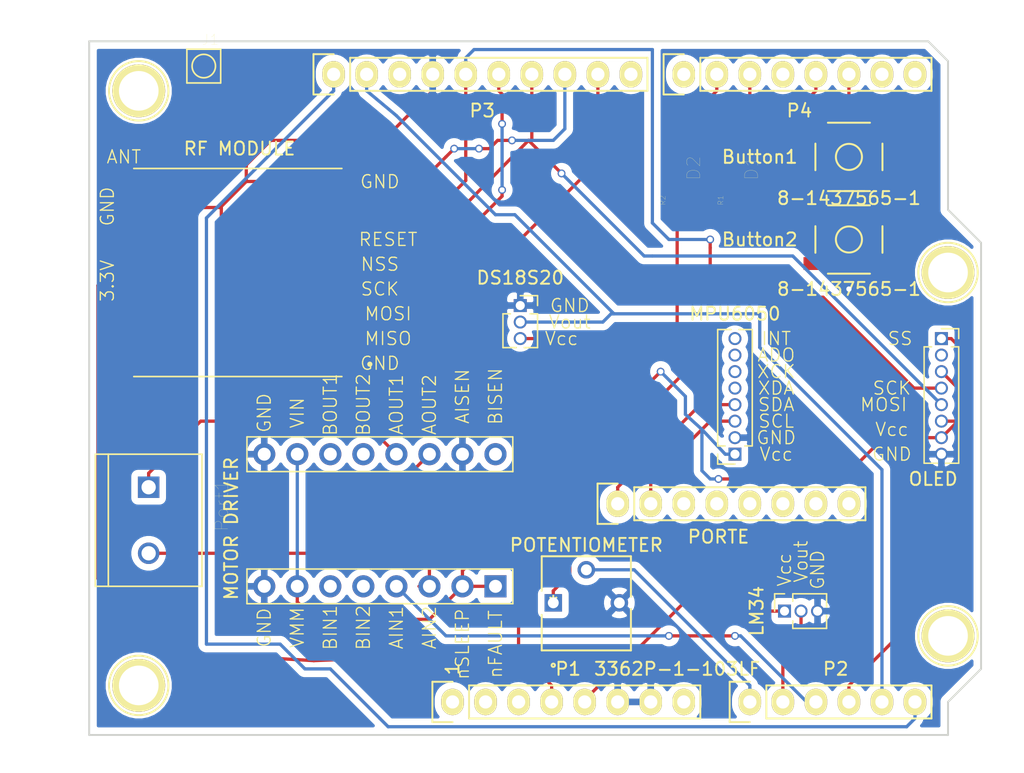
<source format=kicad_pcb>
(kicad_pcb (version 20171130) (host pcbnew "(5.1.5)-3")

  (general
    (thickness 1.6)
    (drawings 59)
    (tracks 240)
    (zones 0)
    (modules 24)
    (nets 66)
  )

  (page A4)
  (title_block
    (date "lun. 30 mars 2015")
  )

  (layers
    (0 F.Cu signal)
    (31 B.Cu signal)
    (32 B.Adhes user)
    (33 F.Adhes user)
    (34 B.Paste user)
    (35 F.Paste user)
    (36 B.SilkS user)
    (37 F.SilkS user)
    (38 B.Mask user)
    (39 F.Mask user)
    (40 Dwgs.User user hide)
    (41 Cmts.User user)
    (42 Eco1.User user)
    (43 Eco2.User user)
    (44 Edge.Cuts user)
    (45 Margin user)
    (46 B.CrtYd user)
    (47 F.CrtYd user)
    (48 B.Fab user)
    (49 F.Fab user hide)
  )

  (setup
    (last_trace_width 0.25)
    (trace_clearance 0.2)
    (zone_clearance 0.508)
    (zone_45_only no)
    (trace_min 0.2)
    (via_size 0.6)
    (via_drill 0.4)
    (via_min_size 0.4)
    (via_min_drill 0.3)
    (uvia_size 0.3)
    (uvia_drill 0.1)
    (uvias_allowed no)
    (uvia_min_size 0.2)
    (uvia_min_drill 0.1)
    (edge_width 0.15)
    (segment_width 0.15)
    (pcb_text_width 0.3)
    (pcb_text_size 1.5 1.5)
    (mod_edge_width 0.15)
    (mod_text_size 1 1)
    (mod_text_width 0.15)
    (pad_size 3.50012 3.50012)
    (pad_drill 0)
    (pad_to_mask_clearance 0)
    (aux_axis_origin 110.998 126.365)
    (visible_elements 7FFFFFFF)
    (pcbplotparams
      (layerselection 0x00030_80000001)
      (usegerberextensions false)
      (usegerberattributes false)
      (usegerberadvancedattributes false)
      (creategerberjobfile false)
      (excludeedgelayer true)
      (linewidth 0.100000)
      (plotframeref false)
      (viasonmask false)
      (mode 1)
      (useauxorigin false)
      (hpglpennumber 1)
      (hpglpenspeed 20)
      (hpglpendiameter 15.000000)
      (psnegative false)
      (psa4output false)
      (plotreference true)
      (plotvalue true)
      (plotinvisibletext false)
      (padsonsilk false)
      (subtractmaskfromsilk false)
      (outputformat 1)
      (mirror false)
      (drillshape 1)
      (scaleselection 1)
      (outputdirectory ""))
  )

  (net 0 "")
  (net 1 /IOREF)
  (net 2 /Reset)
  (net 3 +5V)
  (net 4 GND)
  (net 5 /Vin)
  (net 6 /AREF)
  (net 7 "Net-(P5-Pad1)")
  (net 8 "Net-(P6-Pad1)")
  (net 9 "Net-(P7-Pad1)")
  (net 10 "Net-(P8-Pad1)")
  (net 11 "Net-(P1-Pad1)")
  (net 12 +3V3)
  (net 13 /PD5)
  (net 14 "Net-(D1-Pad2)")
  (net 15 "Net-(D2-Pad2)")
  (net 16 /PD6)
  (net 17 /PC0)
  (net 18 /PC1)
  (net 19 /PC2)
  (net 20 /PC3)
  (net 21 /PC4)
  (net 22 /PC5)
  (net 23 /PB5)
  (net 24 /PB4)
  (net 25 /PB3)
  (net 26 /PB2)
  (net 27 /PB1)
  (net 28 /PB0)
  (net 29 /PD7)
  (net 30 /PD4)
  (net 31 /PD3)
  (net 32 /PD2)
  (net 33 /PD1)
  (net 34 /PD0)
  (net 35 /PE0)
  (net 36 /PE1)
  (net 37 /PE2)
  (net 38 /PE3)
  (net 39 "Net-(PE1-Pad5)")
  (net 40 "Net-(PE1-Pad6)")
  (net 41 "Net-(PE1-Pad7)")
  (net 42 "Net-(PE1-Pad8)")
  (net 43 "Net-(Button1-Pad3)")
  (net 44 "Net-(Button1-Pad1)")
  (net 45 "Net-(Button2-Pad1)")
  (net 46 "Net-(Button2-Pad3)")
  (net 47 "Net-(MotorDriver1-Pad3)")
  (net 48 "Net-(MotorDriver1-Pad4)")
  (net 49 "Net-(MotorDriver1-Pad9)")
  (net 50 "Net-(MotorDriver1-Pad11)")
  (net 51 "Net-(MotorDriver1-Pad12)")
  (net 52 "Net-(MotorDriver1-Pad13)")
  (net 53 "Net-(MotorDriver1-Pad14)")
  (net 54 "Net-(MPU6050-Pad5)")
  (net 55 "Net-(MPU6050-Pad6)")
  (net 56 "Net-(MPU6050-Pad7)")
  (net 57 "Net-(MPU6050-Pad8)")
  (net 58 "Net-(RF1-Pad7)")
  (net 59 "Net-(RF1-Pad11)")
  (net 60 "Net-(RF1-Pad12)")
  (net 61 "Net-(RF1-Pad14)")
  (net 62 "Net-(RF1-Pad15)")
  (net 63 "Net-(RF1-Pad16)")
  (net 64 "Net-(J1-PadSIG)")
  (net 65 "Net-(OLED1-Pad2)")

  (net_class Default "This is the default net class."
    (clearance 0.2)
    (trace_width 0.25)
    (via_dia 0.6)
    (via_drill 0.4)
    (uvia_dia 0.3)
    (uvia_drill 0.1)
    (add_net +3V3)
    (add_net +5V)
    (add_net /AREF)
    (add_net /IOREF)
    (add_net /PB0)
    (add_net /PB1)
    (add_net /PB2)
    (add_net /PB3)
    (add_net /PB4)
    (add_net /PB5)
    (add_net /PC0)
    (add_net /PC1)
    (add_net /PC2)
    (add_net /PC3)
    (add_net /PC4)
    (add_net /PC5)
    (add_net /PD0)
    (add_net /PD1)
    (add_net /PD2)
    (add_net /PD3)
    (add_net /PD4)
    (add_net /PD5)
    (add_net /PD6)
    (add_net /PD7)
    (add_net /PE0)
    (add_net /PE1)
    (add_net /PE2)
    (add_net /PE3)
    (add_net /Reset)
    (add_net /Vin)
    (add_net GND)
    (add_net "Net-(Button1-Pad1)")
    (add_net "Net-(Button1-Pad3)")
    (add_net "Net-(Button2-Pad1)")
    (add_net "Net-(Button2-Pad3)")
    (add_net "Net-(D1-Pad2)")
    (add_net "Net-(D2-Pad2)")
    (add_net "Net-(J1-PadSIG)")
    (add_net "Net-(MPU6050-Pad5)")
    (add_net "Net-(MPU6050-Pad6)")
    (add_net "Net-(MPU6050-Pad7)")
    (add_net "Net-(MPU6050-Pad8)")
    (add_net "Net-(MotorDriver1-Pad11)")
    (add_net "Net-(MotorDriver1-Pad12)")
    (add_net "Net-(MotorDriver1-Pad13)")
    (add_net "Net-(MotorDriver1-Pad14)")
    (add_net "Net-(MotorDriver1-Pad3)")
    (add_net "Net-(MotorDriver1-Pad4)")
    (add_net "Net-(MotorDriver1-Pad9)")
    (add_net "Net-(OLED1-Pad2)")
    (add_net "Net-(P1-Pad1)")
    (add_net "Net-(P5-Pad1)")
    (add_net "Net-(P6-Pad1)")
    (add_net "Net-(P7-Pad1)")
    (add_net "Net-(P8-Pad1)")
    (add_net "Net-(PE1-Pad5)")
    (add_net "Net-(PE1-Pad6)")
    (add_net "Net-(PE1-Pad7)")
    (add_net "Net-(PE1-Pad8)")
    (add_net "Net-(RF1-Pad11)")
    (add_net "Net-(RF1-Pad12)")
    (add_net "Net-(RF1-Pad14)")
    (add_net "Net-(RF1-Pad15)")
    (add_net "Net-(RF1-Pad16)")
    (add_net "Net-(RF1-Pad7)")
  )

  (module MotorDriver_Final:MotorDriverFootprint (layer F.Cu) (tedit 5EB1C93A) (tstamp 5EB16A79)
    (at 142.24 107.315 270)
    (descr "Through hole straight socket strip, 2x08, 2.54mm pitch, double cols (from Kicad 4.0.7), script generated")
    (tags "Through hole socket strip THT 2x08 2.54mm double row")
    (path /5EB508DC)
    (fp_text reference "MOTOR DRIVER" (at 3.175 20.32 90) (layer F.SilkS)
      (effects (font (size 1 1) (thickness 0.15)))
    )
    (fp_text value Conn_02x08_Counter_Clockwise (at -1.27 20.55 90) (layer F.Fab)
      (effects (font (size 1 1) (thickness 0.15)))
    )
    (fp_text user PinSocket_2x08_P2.54mm_Vertical (at 8.89 20.55 90) (layer F.Fab)
      (effects (font (size 1 1) (thickness 0.15)))
    )
    (fp_text user %R (at 8.89 8.89) (layer F.Fab)
      (effects (font (size 1 1) (thickness 0.15)))
    )
    (fp_line (start 5.842 19.572) (end 5.842 -1.778) (layer F.CrtYd) (width 0.05))
    (fp_line (start 6.29 -1.33) (end 6.29 19.11) (layer F.SilkS) (width 0.12))
    (fp_line (start 6.35 19.05) (end 6.35 -1.27) (layer F.Fab) (width 0.1))
    (fp_line (start 6.35 19.05) (end 8.89 19.05) (layer F.Fab) (width 0.1))
    (fp_line (start 8.89 19.05) (end 8.89 -1.27) (layer F.Fab) (width 0.1))
    (fp_line (start 5.842 19.558) (end 9.398 19.558) (layer F.CrtYd) (width 0.05))
    (fp_line (start 6.29 -1.33) (end 8.957 -1.337) (layer F.SilkS) (width 0.12))
    (fp_line (start 6.29 19.11) (end 8.957 19.11) (layer F.SilkS) (width 0.12))
    (fp_line (start 8.957 19.11) (end 8.957 -1.337) (layer F.SilkS) (width 0.12))
    (fp_line (start 5.842 -1.778) (end 9.398 -1.778) (layer F.CrtYd) (width 0.05))
    (fp_line (start 6.35 -1.27) (end 8.89 -1.27) (layer F.Fab) (width 0.1))
    (fp_line (start 9.398 19.572) (end 9.398 -1.778) (layer F.CrtYd) (width 0.05))
    (fp_line (start -3.87 19.11) (end -1.203 19.11) (layer F.SilkS) (width 0.12))
    (fp_line (start -3.87 -1.33) (end -1.203 -1.337) (layer F.SilkS) (width 0.12))
    (fp_line (start -1.203 19.11) (end -1.203 -1.337) (layer F.SilkS) (width 0.12))
    (fp_line (start -3.81 -1.27) (end -1.27 -1.27) (layer F.Fab) (width 0.1))
    (fp_line (start -4.318 19.558) (end -0.762 19.558) (layer F.CrtYd) (width 0.05))
    (fp_line (start -4.318 -1.778) (end -0.762 -1.778) (layer F.CrtYd) (width 0.05))
    (fp_line (start -0.762 19.572) (end -0.762 -1.778) (layer F.CrtYd) (width 0.05))
    (fp_line (start -1.27 19.05) (end -1.27 -1.27) (layer F.Fab) (width 0.1))
    (fp_line (start -3.81 19.05) (end -1.27 19.05) (layer F.Fab) (width 0.1))
    (fp_line (start -3.81 19.05) (end -3.81 -1.27) (layer F.Fab) (width 0.1))
    (fp_line (start -3.87 -1.33) (end -3.87 19.11) (layer F.SilkS) (width 0.12))
    (fp_line (start -4.318 19.572) (end -4.318 -1.778) (layer F.CrtYd) (width 0.05))
    (fp_text user %R (at -1.27 8.89) (layer F.Fab)
      (effects (font (size 1 1) (thickness 0.15)))
    )
    (pad 8 thru_hole rect (at 7.62 0 270) (size 1.7 1.7) (drill 1) (layers *.Cu *.Mask)
      (net 3 +5V))
    (pad 9 thru_hole oval (at -2.54 0 270) (size 1.7 1.7) (drill 1) (layers *.Cu *.Mask)
      (net 49 "Net-(MotorDriver1-Pad9)"))
    (pad 7 thru_hole oval (at 7.62 2.54 270) (size 1.7 1.7) (drill 1) (layers *.Cu *.Mask)
      (net 3 +5V))
    (pad 10 thru_hole oval (at -2.54 2.54 270) (size 1.7 1.7) (drill 1) (layers *.Cu *.Mask)
      (net 4 GND))
    (pad 6 thru_hole oval (at 7.62 5.08 270) (size 1.7 1.7) (drill 1) (layers *.Cu *.Mask)
      (net 27 /PB1))
    (pad 11 thru_hole oval (at -2.54 5.08 270) (size 1.7 1.7) (drill 1) (layers *.Cu *.Mask)
      (net 50 "Net-(MotorDriver1-Pad11)"))
    (pad 5 thru_hole oval (at 7.62 7.62 270) (size 1.7 1.7) (drill 1) (layers *.Cu *.Mask)
      (net 19 /PC2))
    (pad 12 thru_hole oval (at -2.54 7.62 270) (size 1.7 1.7) (drill 1) (layers *.Cu *.Mask)
      (net 51 "Net-(MotorDriver1-Pad12)"))
    (pad 4 thru_hole oval (at 7.62 10.16 270) (size 1.7 1.7) (drill 1) (layers *.Cu *.Mask)
      (net 48 "Net-(MotorDriver1-Pad4)"))
    (pad 13 thru_hole oval (at -2.54 10.16 270) (size 1.7 1.7) (drill 1) (layers *.Cu *.Mask)
      (net 52 "Net-(MotorDriver1-Pad13)"))
    (pad 3 thru_hole oval (at 7.62 12.7 270) (size 1.7 1.7) (drill 1) (layers *.Cu *.Mask)
      (net 47 "Net-(MotorDriver1-Pad3)"))
    (pad 14 thru_hole oval (at -2.54 12.7 270) (size 1.7 1.7) (drill 1) (layers *.Cu *.Mask)
      (net 53 "Net-(MotorDriver1-Pad14)"))
    (pad 2 thru_hole oval (at 7.62 15.24 270) (size 1.7 1.7) (drill 1) (layers *.Cu *.Mask)
      (net 3 +5V))
    (pad 15 thru_hole oval (at -2.54 15.24 270) (size 1.7 1.7) (drill 1) (layers *.Cu *.Mask)
      (net 3 +5V))
    (pad 1 thru_hole oval (at 7.62 17.78 270) (size 1.7 1.7) (drill 1) (layers *.Cu *.Mask)
      (net 4 GND))
    (pad 16 thru_hole oval (at -2.54 17.78 270) (size 1.7 1.7) (drill 1) (layers *.Cu *.Mask)
      (net 4 GND))
    (model ${KISYS3DMOD}/Connector_PinSocket_2.54mm.3dshapes/PinSocket_2x08_P2.54mm_Vertical.wrl
      (at (xyz 0 0 0))
      (scale (xyz 1 1 1))
      (rotate (xyz 0 0 0))
    )
  )

  (module Antenna_Final:U.FL (layer F.Cu) (tedit 5EB1B483) (tstamp 5EB20D98)
    (at 119.81 74.93)
    (path /5EB21FE4)
    (fp_text reference J1 (at 0.508 -2.032) (layer F.SilkS)
      (effects (font (size 0.8 0.8) (thickness 0.015)))
    )
    (fp_text value CONUFL001-SMD (at 0 0) (layer F.Fab)
      (effects (font (size 0.787402 0.787402) (thickness 0.015)))
    )
    (fp_line (start -1.3 1.3) (end -1.3 -1.3) (layer F.SilkS) (width 0.127))
    (fp_line (start 1.3 1.3) (end -1.3 1.3) (layer F.SilkS) (width 0.127))
    (fp_line (start 1.3 -1.3) (end 1.3 1.3) (layer F.SilkS) (width 0.127))
    (fp_line (start -1.3 -1.3) (end 1.3 -1.3) (layer F.SilkS) (width 0.127))
    (fp_circle (center 0 0) (end 0.9 0) (layer F.SilkS) (width 0.127))
    (pad SIG smd rect (at 0 1.525) (size 1 1.05) (layers F.Cu F.Paste F.Mask)
      (net 64 "Net-(J1-PadSIG)"))
    (pad G2 smd rect (at 1.475 0) (size 1.05 2.2) (layers F.Cu F.Paste F.Mask)
      (net 4 GND))
    (pad G1 smd rect (at -1.475 0) (size 1.05 2.2) (layers F.Cu F.Paste F.Mask)
      (net 4 GND))
  )

  (module LED_Final:0603 (layer F.Cu) (tedit 5EA01465) (tstamp 5EAD6415)
    (at 156.21 80.225 270)
    (path /5EA52BDA)
    (fp_text reference D2 (at 2.546259 -1.273131 90) (layer F.SilkS)
      (effects (font (size 1.002465 1.002465) (thickness 0.015)))
    )
    (fp_text value LTST-C193TGKT-5A (at 1.911 1.27399 90) (layer F.Fab)
      (effects (font (size 1.00315 1.00315) (thickness 0.015)))
    )
    (fp_poly (pts (xy 0.331133 -0.4801) (xy 0.8303 -0.4801) (xy 0.8303 0.471227) (xy 0.331133 0.471227)) (layer F.Fab) (width 0.01))
    (fp_poly (pts (xy -0.839221 -0.4801) (xy -0.3381 -0.4801) (xy -0.3381 0.470472) (xy -0.839221 0.470472)) (layer F.Fab) (width 0.01))
    (fp_line (start -0.356 0.419) (end 0.356 0.419) (layer F.Fab) (width 0.1016))
    (fp_line (start -0.356 -0.432) (end 0.356 -0.432) (layer F.Fab) (width 0.1016))
    (pad 2 smd rect (at 0.85 0 270) (size 1.1 1) (layers F.Cu F.Paste F.Mask)
      (net 15 "Net-(D2-Pad2)"))
    (pad 1 smd rect (at -0.85 0 270) (size 1.1 1) (layers F.Cu F.Paste F.Mask)
      (net 16 /PD6))
  )

  (module Connector_Final:TE_282837-2 (layer F.Cu) (tedit 5EB03230) (tstamp 5EB16BCD)
    (at 115.57 109.855 270)
    (path /5EB14FB8)
    (fp_text reference Port1 (at -1.127255 -5.614945 90) (layer F.SilkS)
      (effects (font (size 1.002039 1.002039) (thickness 0.015)))
    )
    (fp_text value 282837-2 (at 2.69202 5.84743 90) (layer F.Fab)
      (effects (font (size 1.002614 1.002614) (thickness 0.015)))
    )
    (fp_line (start -5.08 3.1) (end 5.08 3.1) (layer F.SilkS) (width 0.127))
    (fp_circle (center -2.54 1.27) (end -2.44 1.27) (layer F.Fab) (width 0.2))
    (fp_line (start -5.08 4.1) (end -5.08 -4.1) (layer F.Fab) (width 0.127))
    (fp_line (start 5.08 4.1) (end -5.08 4.1) (layer F.Fab) (width 0.127))
    (fp_line (start 5.08 -4.1) (end 5.08 4.1) (layer F.Fab) (width 0.127))
    (fp_line (start -5.08 -4.1) (end 5.08 -4.1) (layer F.Fab) (width 0.127))
    (fp_line (start -5.33 4.35) (end -5.33 -4.35) (layer F.CrtYd) (width 0.05))
    (fp_line (start 5.33 4.35) (end -5.33 4.35) (layer F.CrtYd) (width 0.05))
    (fp_line (start 5.33 -4.35) (end 5.33 4.35) (layer F.CrtYd) (width 0.05))
    (fp_line (start -5.33 -4.35) (end 5.33 -4.35) (layer F.CrtYd) (width 0.05))
    (fp_line (start -5.08 3.1) (end -5.08 -4.1) (layer F.SilkS) (width 0.127))
    (fp_line (start -5.08 4.1) (end -5.08 3.1) (layer F.SilkS) (width 0.127))
    (fp_line (start 5.08 4.1) (end -5.08 4.1) (layer F.SilkS) (width 0.127))
    (fp_line (start 5.08 3.1) (end 5.08 4.1) (layer F.SilkS) (width 0.127))
    (fp_line (start 5.08 -4.1) (end 5.08 3.1) (layer F.SilkS) (width 0.127))
    (fp_line (start -5.08 -4.1) (end 5.08 -4.1) (layer F.SilkS) (width 0.127))
    (pad 2 thru_hole circle (at 2.54 0 270) (size 1.65 1.65) (drill 1.1) (layers *.Cu *.Mask)
      (net 50 "Net-(MotorDriver1-Pad11)"))
    (pad 1 thru_hole rect (at -2.54 0 270) (size 1.65 1.65) (drill 1.1) (layers *.Cu *.Mask)
      (net 51 "Net-(MotorDriver1-Pad12)"))
  )

  (module Connector_PinSocket_1.27mm:PinSocket_1x03_P1.27mm_Vertical (layer F.Cu) (tedit 5A19A41D) (tstamp 5EB16A31)
    (at 144.145 93.345)
    (descr "Through hole straight socket strip, 1x03, 1.27mm pitch, single row (from Kicad 4.0.7), script generated")
    (tags "Through hole socket strip THT 1x03 1.27mm single row")
    (path /5EB25370)
    (fp_text reference DS18S20 (at 0 -2.135) (layer F.SilkS)
      (effects (font (size 1 1) (thickness 0.15)))
    )
    (fp_text value Conn_01x03_Female (at 0 4.675) (layer F.Fab)
      (effects (font (size 1 1) (thickness 0.15)))
    )
    (fp_text user %R (at 0 1.27 90) (layer F.Fab)
      (effects (font (size 1 1) (thickness 0.15)))
    )
    (fp_line (start -1.8 3.7) (end -1.8 -1.15) (layer F.CrtYd) (width 0.05))
    (fp_line (start 1.75 3.7) (end -1.8 3.7) (layer F.CrtYd) (width 0.05))
    (fp_line (start 1.75 -1.15) (end 1.75 3.7) (layer F.CrtYd) (width 0.05))
    (fp_line (start -1.8 -1.15) (end 1.75 -1.15) (layer F.CrtYd) (width 0.05))
    (fp_line (start 0 -0.76) (end 1.33 -0.76) (layer F.SilkS) (width 0.12))
    (fp_line (start 1.33 -0.76) (end 1.33 0) (layer F.SilkS) (width 0.12))
    (fp_line (start 1.33 0.635) (end 1.33 3.235) (layer F.SilkS) (width 0.12))
    (fp_line (start 0.30753 3.235) (end 1.33 3.235) (layer F.SilkS) (width 0.12))
    (fp_line (start -1.33 3.235) (end -0.30753 3.235) (layer F.SilkS) (width 0.12))
    (fp_line (start -1.33 0.635) (end -1.33 3.235) (layer F.SilkS) (width 0.12))
    (fp_line (start 0.76 0.635) (end 1.33 0.635) (layer F.SilkS) (width 0.12))
    (fp_line (start -1.33 0.635) (end -0.76 0.635) (layer F.SilkS) (width 0.12))
    (fp_line (start -1.27 3.175) (end -1.27 -0.635) (layer F.Fab) (width 0.1))
    (fp_line (start 1.27 3.175) (end -1.27 3.175) (layer F.Fab) (width 0.1))
    (fp_line (start 1.27 0) (end 1.27 3.175) (layer F.Fab) (width 0.1))
    (fp_line (start 0.635 -0.635) (end 1.27 0) (layer F.Fab) (width 0.1))
    (fp_line (start -1.27 -0.635) (end 0.635 -0.635) (layer F.Fab) (width 0.1))
    (pad 3 thru_hole oval (at 0 2.54) (size 1 1) (drill 0.7) (layers *.Cu *.Mask)
      (net 3 +5V))
    (pad 2 thru_hole oval (at 0 1.27) (size 1 1) (drill 0.7) (layers *.Cu *.Mask)
      (net 21 /PC4))
    (pad 1 thru_hole rect (at 0 0) (size 1 1) (drill 0.7) (layers *.Cu *.Mask)
      (net 4 GND))
    (model ${KISYS3DMOD}/Connector_PinSocket_1.27mm.3dshapes/PinSocket_1x03_P1.27mm_Vertical.wrl
      (at (xyz 0 0 0))
      (scale (xyz 1 1 1))
      (rotate (xyz 0 0 0))
    )
  )

  (module Connector_PinSocket_1.27mm:PinSocket_1x03_P1.27mm_Vertical (layer F.Cu) (tedit 5A19A41D) (tstamp 5EAD6EB6)
    (at 164.465 116.84 90)
    (descr "Through hole straight socket strip, 1x03, 1.27mm pitch, single row (from Kicad 4.0.7), script generated")
    (tags "Through hole socket strip THT 1x03 1.27mm single row")
    (path /5EAD253D)
    (fp_text reference LM34 (at 0 -2.135 90) (layer F.SilkS)
      (effects (font (size 1 1) (thickness 0.15)))
    )
    (fp_text value Conn_01x03_Female (at 0 4.675 90) (layer F.Fab)
      (effects (font (size 1 1) (thickness 0.15)))
    )
    (fp_line (start -1.27 -0.635) (end 0.635 -0.635) (layer F.Fab) (width 0.1))
    (fp_line (start 0.635 -0.635) (end 1.27 0) (layer F.Fab) (width 0.1))
    (fp_line (start 1.27 0) (end 1.27 3.175) (layer F.Fab) (width 0.1))
    (fp_line (start 1.27 3.175) (end -1.27 3.175) (layer F.Fab) (width 0.1))
    (fp_line (start -1.27 3.175) (end -1.27 -0.635) (layer F.Fab) (width 0.1))
    (fp_line (start -1.33 0.635) (end -0.76 0.635) (layer F.SilkS) (width 0.12))
    (fp_line (start 0.76 0.635) (end 1.33 0.635) (layer F.SilkS) (width 0.12))
    (fp_line (start -1.33 0.635) (end -1.33 3.235) (layer F.SilkS) (width 0.12))
    (fp_line (start -1.33 3.235) (end -0.30753 3.235) (layer F.SilkS) (width 0.12))
    (fp_line (start 0.30753 3.235) (end 1.33 3.235) (layer F.SilkS) (width 0.12))
    (fp_line (start 1.33 0.635) (end 1.33 3.235) (layer F.SilkS) (width 0.12))
    (fp_line (start 1.33 -0.76) (end 1.33 0) (layer F.SilkS) (width 0.12))
    (fp_line (start 0 -0.76) (end 1.33 -0.76) (layer F.SilkS) (width 0.12))
    (fp_line (start -1.8 -1.15) (end 1.75 -1.15) (layer F.CrtYd) (width 0.05))
    (fp_line (start 1.75 -1.15) (end 1.75 3.7) (layer F.CrtYd) (width 0.05))
    (fp_line (start 1.75 3.7) (end -1.8 3.7) (layer F.CrtYd) (width 0.05))
    (fp_line (start -1.8 3.7) (end -1.8 -1.15) (layer F.CrtYd) (width 0.05))
    (fp_text user %R (at 0 1.27) (layer F.Fab)
      (effects (font (size 1 1) (thickness 0.15)))
    )
    (pad 1 thru_hole rect (at 0 0 90) (size 1 1) (drill 0.7) (layers *.Cu *.Mask)
      (net 3 +5V))
    (pad 2 thru_hole oval (at 0 1.27 90) (size 1 1) (drill 0.7) (layers *.Cu *.Mask)
      (net 18 /PC1))
    (pad 3 thru_hole oval (at 0 2.54 90) (size 1 1) (drill 0.7) (layers *.Cu *.Mask)
      (net 4 GND))
    (model ${KISYS3DMOD}/Connector_PinSocket_1.27mm.3dshapes/PinSocket_1x03_P1.27mm_Vertical.wrl
      (at (xyz 0 0 0))
      (scale (xyz 1 1 1))
      (rotate (xyz 0 0 0))
    )
  )

  (module Potentiometer_Final:3362P-1-103LF (layer F.Cu) (tedit 0) (tstamp 5EAD84CB)
    (at 146.685 116.205)
    (path /5EA84656)
    (fp_text reference POTENTIOMETER (at 2.54 -4.445) (layer F.SilkS)
      (effects (font (size 1 1) (thickness 0.15)))
    )
    (fp_text value 3362P-1-103LF (at 9.525 5.08) (layer F.SilkS)
      (effects (font (size 1 1) (thickness 0.15)))
    )
    (fp_text user "Copyright 2016 Accelerated Designs. All rights reserved." (at 0 0) (layer Cmts.User)
      (effects (font (size 0.127 0.127) (thickness 0.002)))
    )
    (fp_text user * (at 0 0) (layer F.SilkS)
      (effects (font (size 1 1) (thickness 0.15)))
    )
    (fp_text user * (at 0 0) (layer F.Fab)
      (effects (font (size 1 1) (thickness 0.15)))
    )
    (fp_line (start -0.889 3.6576) (end 5.969 3.6576) (layer F.SilkS) (width 0.1524))
    (fp_line (start 5.969 3.6576) (end 5.969 0.470524) (layer F.SilkS) (width 0.1524))
    (fp_line (start 5.969 -3.5814) (end -0.889 -3.5814) (layer F.SilkS) (width 0.1524))
    (fp_line (start -0.889 -3.5814) (end -0.889 -0.926286) (layer F.SilkS) (width 0.1524))
    (fp_line (start -0.762 3.5306) (end 5.842 3.5306) (layer F.Fab) (width 0.1524))
    (fp_line (start 5.842 3.5306) (end 5.842 -3.4544) (layer F.Fab) (width 0.1524))
    (fp_line (start 5.842 -3.4544) (end -0.762 -3.4544) (layer F.Fab) (width 0.1524))
    (fp_line (start -0.762 -3.4544) (end -0.762 3.5306) (layer F.Fab) (width 0.1524))
    (fp_line (start -0.889 0.926286) (end -0.889 3.6576) (layer F.SilkS) (width 0.1524))
    (fp_line (start 5.969 -0.470524) (end 5.969 -3.5814) (layer F.SilkS) (width 0.1524))
    (fp_line (start -1.016 4.0386) (end -1.016 -3.9624) (layer F.CrtYd) (width 0.1524))
    (fp_line (start -1.016 -3.9624) (end 6.096 -3.9624) (layer F.CrtYd) (width 0.1524))
    (fp_line (start 6.096 -3.9624) (end 6.096 4.0386) (layer F.CrtYd) (width 0.1524))
    (fp_line (start 6.096 4.0386) (end -1.016 4.0386) (layer F.CrtYd) (width 0.1524))
    (fp_circle (center 0 3.2766) (end 0.127 3.2766) (layer F.Fab) (width 0.1524))
    (fp_circle (center 0 4.8006) (end 0.127 4.8006) (layer F.SilkS) (width 0.1524))
    (pad 1 thru_hole rect (at 0 0) (size 1.3462 1.3462) (drill 0.8382) (layers *.Cu *.Mask)
      (net 3 +5V))
    (pad 2 thru_hole circle (at 2.54 -2.54) (size 1.3462 1.3462) (drill 0.8382) (layers *.Cu *.Mask)
      (net 17 /PC0))
    (pad 3 thru_hole circle (at 5.08 0) (size 1.3462 1.3462) (drill 0.8382) (layers *.Cu *.Mask)
      (net 4 GND))
  )

  (module Connector_PinSocket_1.27mm:PinSocket_1x08_P1.27mm_Vertical (layer F.Cu) (tedit 5A19A42F) (tstamp 5EAEDE6E)
    (at 160.655 104.775 180)
    (descr "Through hole straight socket strip, 1x08, 1.27mm pitch, single row (from Kicad 4.0.7), script generated")
    (tags "Through hole socket strip THT 1x08 1.27mm single row")
    (path /5EB28832)
    (fp_text reference MPU6050 (at 0 10.795) (layer F.SilkS)
      (effects (font (size 1 1) (thickness 0.15)))
    )
    (fp_text value Conn_01x08_Female (at 0 11.025) (layer F.Fab)
      (effects (font (size 1 1) (thickness 0.15)))
    )
    (fp_line (start -1.27 -0.635) (end 0.635 -0.635) (layer F.Fab) (width 0.1))
    (fp_line (start 0.635 -0.635) (end 1.27 0) (layer F.Fab) (width 0.1))
    (fp_line (start 1.27 0) (end 1.27 9.525) (layer F.Fab) (width 0.1))
    (fp_line (start 1.27 9.525) (end -1.27 9.525) (layer F.Fab) (width 0.1))
    (fp_line (start -1.27 9.525) (end -1.27 -0.635) (layer F.Fab) (width 0.1))
    (fp_line (start -1.33 0.635) (end -0.76 0.635) (layer F.SilkS) (width 0.12))
    (fp_line (start 0.76 0.635) (end 1.33 0.635) (layer F.SilkS) (width 0.12))
    (fp_line (start -1.33 0.635) (end -1.33 9.585) (layer F.SilkS) (width 0.12))
    (fp_line (start -1.33 9.585) (end -0.30753 9.585) (layer F.SilkS) (width 0.12))
    (fp_line (start 0.30753 9.585) (end 1.33 9.585) (layer F.SilkS) (width 0.12))
    (fp_line (start 1.33 0.635) (end 1.33 9.585) (layer F.SilkS) (width 0.12))
    (fp_line (start 1.33 -0.76) (end 1.33 0) (layer F.SilkS) (width 0.12))
    (fp_line (start 0 -0.76) (end 1.33 -0.76) (layer F.SilkS) (width 0.12))
    (fp_line (start -1.8 -1.15) (end 1.75 -1.15) (layer F.CrtYd) (width 0.05))
    (fp_line (start 1.75 -1.15) (end 1.75 10.05) (layer F.CrtYd) (width 0.05))
    (fp_line (start 1.75 10.05) (end -1.8 10.05) (layer F.CrtYd) (width 0.05))
    (fp_line (start -1.8 10.05) (end -1.8 -1.15) (layer F.CrtYd) (width 0.05))
    (fp_text user %R (at 0 4.445 90) (layer F.Fab)
      (effects (font (size 1 1) (thickness 0.15)))
    )
    (pad 1 thru_hole rect (at 0 0 180) (size 1 1) (drill 0.7) (layers *.Cu *.Mask)
      (net 12 +3V3))
    (pad 2 thru_hole oval (at 0 1.27 180) (size 1 1) (drill 0.7) (layers *.Cu *.Mask)
      (net 4 GND))
    (pad 3 thru_hole oval (at 0 2.54 180) (size 1 1) (drill 0.7) (layers *.Cu *.Mask)
      (net 36 /PE1))
    (pad 4 thru_hole oval (at 0 3.81 180) (size 1 1) (drill 0.7) (layers *.Cu *.Mask)
      (net 35 /PE0))
    (pad 5 thru_hole oval (at 0 5.08 180) (size 1 1) (drill 0.7) (layers *.Cu *.Mask)
      (net 54 "Net-(MPU6050-Pad5)"))
    (pad 6 thru_hole oval (at 0 6.35 180) (size 1 1) (drill 0.7) (layers *.Cu *.Mask)
      (net 55 "Net-(MPU6050-Pad6)"))
    (pad 7 thru_hole oval (at 0 7.62 180) (size 1 1) (drill 0.7) (layers *.Cu *.Mask)
      (net 56 "Net-(MPU6050-Pad7)"))
    (pad 8 thru_hole oval (at 0 8.89 180) (size 1 1) (drill 0.7) (layers *.Cu *.Mask)
      (net 57 "Net-(MPU6050-Pad8)"))
    (model ${KISYS3DMOD}/Connector_PinSocket_1.27mm.3dshapes/PinSocket_1x08_P1.27mm_Vertical.wrl
      (at (xyz 0 0 0))
      (scale (xyz 1 1 1))
      (rotate (xyz 0 0 0))
    )
  )

  (module Socket_Arduino_Uno:Socket_Strip_Arduino_1x08 locked (layer F.Cu) (tedit 552168D2) (tstamp 551AF9EA)
    (at 138.938 123.825)
    (descr "Through hole socket strip")
    (tags "socket strip")
    (path /56D70129)
    (fp_text reference P1 (at 8.89 -2.54) (layer F.SilkS)
      (effects (font (size 1 1) (thickness 0.15)))
    )
    (fp_text value Power (at 8.89 -4.064) (layer F.Fab)
      (effects (font (size 1 1) (thickness 0.15)))
    )
    (fp_line (start -1.75 -1.75) (end -1.75 1.75) (layer F.CrtYd) (width 0.05))
    (fp_line (start 19.55 -1.75) (end 19.55 1.75) (layer F.CrtYd) (width 0.05))
    (fp_line (start -1.75 -1.75) (end 19.55 -1.75) (layer F.CrtYd) (width 0.05))
    (fp_line (start -1.75 1.75) (end 19.55 1.75) (layer F.CrtYd) (width 0.05))
    (fp_line (start 1.27 1.27) (end 19.05 1.27) (layer F.SilkS) (width 0.15))
    (fp_line (start 19.05 1.27) (end 19.05 -1.27) (layer F.SilkS) (width 0.15))
    (fp_line (start 19.05 -1.27) (end 1.27 -1.27) (layer F.SilkS) (width 0.15))
    (fp_line (start -1.55 1.55) (end 0 1.55) (layer F.SilkS) (width 0.15))
    (fp_line (start 1.27 1.27) (end 1.27 -1.27) (layer F.SilkS) (width 0.15))
    (fp_line (start 0 -1.55) (end -1.55 -1.55) (layer F.SilkS) (width 0.15))
    (fp_line (start -1.55 -1.55) (end -1.55 1.55) (layer F.SilkS) (width 0.15))
    (pad 1 thru_hole oval (at 0 0) (size 1.7272 2.032) (drill 1.016) (layers *.Cu *.Mask F.SilkS)
      (net 11 "Net-(P1-Pad1)"))
    (pad 2 thru_hole oval (at 2.54 0) (size 1.7272 2.032) (drill 1.016) (layers *.Cu *.Mask F.SilkS)
      (net 1 /IOREF))
    (pad 3 thru_hole oval (at 5.08 0) (size 1.7272 2.032) (drill 1.016) (layers *.Cu *.Mask F.SilkS)
      (net 2 /Reset))
    (pad 4 thru_hole oval (at 7.62 0) (size 1.7272 2.032) (drill 1.016) (layers *.Cu *.Mask F.SilkS)
      (net 12 +3V3))
    (pad 5 thru_hole oval (at 10.16 0) (size 1.7272 2.032) (drill 1.016) (layers *.Cu *.Mask F.SilkS)
      (net 3 +5V))
    (pad 6 thru_hole oval (at 12.7 0) (size 1.7272 2.032) (drill 1.016) (layers *.Cu *.Mask F.SilkS)
      (net 4 GND))
    (pad 7 thru_hole oval (at 15.24 0) (size 1.7272 2.032) (drill 1.016) (layers *.Cu *.Mask F.SilkS)
      (net 4 GND))
    (pad 8 thru_hole oval (at 17.78 0) (size 1.7272 2.032) (drill 1.016) (layers *.Cu *.Mask F.SilkS)
      (net 5 /Vin))
    (model ${KIPRJMOD}/Socket_Arduino_Uno.3dshapes/Socket_header_Arduino_1x08.wrl
      (offset (xyz 8.889999866485596 0 0))
      (scale (xyz 1 1 1))
      (rotate (xyz 0 0 180))
    )
  )

  (module Socket_Arduino_Uno:Socket_Strip_Arduino_1x06 locked (layer F.Cu) (tedit 552168D6) (tstamp 551AF9FF)
    (at 161.798 123.825)
    (descr "Through hole socket strip")
    (tags "socket strip")
    (path /56D70DD8)
    (fp_text reference P2 (at 6.604 -2.54) (layer F.SilkS)
      (effects (font (size 1 1) (thickness 0.15)))
    )
    (fp_text value Analog (at 6.604 -4.064) (layer F.Fab)
      (effects (font (size 1 1) (thickness 0.15)))
    )
    (fp_line (start -1.75 -1.75) (end -1.75 1.75) (layer F.CrtYd) (width 0.05))
    (fp_line (start 14.45 -1.75) (end 14.45 1.75) (layer F.CrtYd) (width 0.05))
    (fp_line (start -1.75 -1.75) (end 14.45 -1.75) (layer F.CrtYd) (width 0.05))
    (fp_line (start -1.75 1.75) (end 14.45 1.75) (layer F.CrtYd) (width 0.05))
    (fp_line (start 1.27 1.27) (end 13.97 1.27) (layer F.SilkS) (width 0.15))
    (fp_line (start 13.97 1.27) (end 13.97 -1.27) (layer F.SilkS) (width 0.15))
    (fp_line (start 13.97 -1.27) (end 1.27 -1.27) (layer F.SilkS) (width 0.15))
    (fp_line (start -1.55 1.55) (end 0 1.55) (layer F.SilkS) (width 0.15))
    (fp_line (start 1.27 1.27) (end 1.27 -1.27) (layer F.SilkS) (width 0.15))
    (fp_line (start 0 -1.55) (end -1.55 -1.55) (layer F.SilkS) (width 0.15))
    (fp_line (start -1.55 -1.55) (end -1.55 1.55) (layer F.SilkS) (width 0.15))
    (pad 1 thru_hole oval (at 0 0) (size 1.7272 2.032) (drill 1.016) (layers *.Cu *.Mask F.SilkS)
      (net 17 /PC0))
    (pad 2 thru_hole oval (at 2.54 0) (size 1.7272 2.032) (drill 1.016) (layers *.Cu *.Mask F.SilkS)
      (net 18 /PC1))
    (pad 3 thru_hole oval (at 5.08 0) (size 1.7272 2.032) (drill 1.016) (layers *.Cu *.Mask F.SilkS)
      (net 19 /PC2))
    (pad 4 thru_hole oval (at 7.62 0) (size 1.7272 2.032) (drill 1.016) (layers *.Cu *.Mask F.SilkS)
      (net 20 /PC3))
    (pad 5 thru_hole oval (at 10.16 0) (size 1.7272 2.032) (drill 1.016) (layers *.Cu *.Mask F.SilkS)
      (net 21 /PC4))
    (pad 6 thru_hole oval (at 12.7 0) (size 1.7272 2.032) (drill 1.016) (layers *.Cu *.Mask F.SilkS)
      (net 22 /PC5))
    (model ${KIPRJMOD}/Socket_Arduino_Uno.3dshapes/Socket_header_Arduino_1x06.wrl
      (offset (xyz 6.349999904632568 0 0))
      (scale (xyz 1 1 1))
      (rotate (xyz 0 0 180))
    )
  )

  (module Socket_Arduino_Uno:Socket_Strip_Arduino_1x10 locked (layer F.Cu) (tedit 552168BF) (tstamp 551AFA18)
    (at 129.794 75.565)
    (descr "Through hole socket strip")
    (tags "socket strip")
    (path /56D721E0)
    (fp_text reference P3 (at 11.43 2.794) (layer F.SilkS)
      (effects (font (size 1 1) (thickness 0.15)))
    )
    (fp_text value Digital (at 11.43 4.318) (layer F.Fab)
      (effects (font (size 1 1) (thickness 0.15)))
    )
    (fp_line (start -1.75 -1.75) (end -1.75 1.75) (layer F.CrtYd) (width 0.05))
    (fp_line (start 24.65 -1.75) (end 24.65 1.75) (layer F.CrtYd) (width 0.05))
    (fp_line (start -1.75 -1.75) (end 24.65 -1.75) (layer F.CrtYd) (width 0.05))
    (fp_line (start -1.75 1.75) (end 24.65 1.75) (layer F.CrtYd) (width 0.05))
    (fp_line (start 1.27 1.27) (end 24.13 1.27) (layer F.SilkS) (width 0.15))
    (fp_line (start 24.13 1.27) (end 24.13 -1.27) (layer F.SilkS) (width 0.15))
    (fp_line (start 24.13 -1.27) (end 1.27 -1.27) (layer F.SilkS) (width 0.15))
    (fp_line (start -1.55 1.55) (end 0 1.55) (layer F.SilkS) (width 0.15))
    (fp_line (start 1.27 1.27) (end 1.27 -1.27) (layer F.SilkS) (width 0.15))
    (fp_line (start 0 -1.55) (end -1.55 -1.55) (layer F.SilkS) (width 0.15))
    (fp_line (start -1.55 -1.55) (end -1.55 1.55) (layer F.SilkS) (width 0.15))
    (pad 1 thru_hole oval (at 0 0) (size 1.7272 2.032) (drill 1.016) (layers *.Cu *.Mask F.SilkS)
      (net 22 /PC5))
    (pad 2 thru_hole oval (at 2.54 0) (size 1.7272 2.032) (drill 1.016) (layers *.Cu *.Mask F.SilkS)
      (net 21 /PC4))
    (pad 3 thru_hole oval (at 5.08 0) (size 1.7272 2.032) (drill 1.016) (layers *.Cu *.Mask F.SilkS)
      (net 6 /AREF))
    (pad 4 thru_hole oval (at 7.62 0) (size 1.7272 2.032) (drill 1.016) (layers *.Cu *.Mask F.SilkS)
      (net 4 GND))
    (pad 5 thru_hole oval (at 10.16 0) (size 1.7272 2.032) (drill 1.016) (layers *.Cu *.Mask F.SilkS)
      (net 23 /PB5))
    (pad 6 thru_hole oval (at 12.7 0) (size 1.7272 2.032) (drill 1.016) (layers *.Cu *.Mask F.SilkS)
      (net 24 /PB4))
    (pad 7 thru_hole oval (at 15.24 0) (size 1.7272 2.032) (drill 1.016) (layers *.Cu *.Mask F.SilkS)
      (net 25 /PB3))
    (pad 8 thru_hole oval (at 17.78 0) (size 1.7272 2.032) (drill 1.016) (layers *.Cu *.Mask F.SilkS)
      (net 26 /PB2))
    (pad 9 thru_hole oval (at 20.32 0) (size 1.7272 2.032) (drill 1.016) (layers *.Cu *.Mask F.SilkS)
      (net 27 /PB1))
    (pad 10 thru_hole oval (at 22.86 0) (size 1.7272 2.032) (drill 1.016) (layers *.Cu *.Mask F.SilkS)
      (net 28 /PB0))
    (model ${KIPRJMOD}/Socket_Arduino_Uno.3dshapes/Socket_header_Arduino_1x10.wrl
      (offset (xyz 11.42999982833862 0 0))
      (scale (xyz 1 1 1))
      (rotate (xyz 0 0 180))
    )
  )

  (module Socket_Arduino_Uno:Socket_Strip_Arduino_1x08 locked (layer F.Cu) (tedit 552168C7) (tstamp 551AFA2F)
    (at 156.718 75.565)
    (descr "Through hole socket strip")
    (tags "socket strip")
    (path /56D7164F)
    (fp_text reference P4 (at 8.89 2.794) (layer F.SilkS)
      (effects (font (size 1 1) (thickness 0.15)))
    )
    (fp_text value Digital (at 8.89 4.318) (layer F.Fab)
      (effects (font (size 1 1) (thickness 0.15)))
    )
    (fp_line (start -1.75 -1.75) (end -1.75 1.75) (layer F.CrtYd) (width 0.05))
    (fp_line (start 19.55 -1.75) (end 19.55 1.75) (layer F.CrtYd) (width 0.05))
    (fp_line (start -1.75 -1.75) (end 19.55 -1.75) (layer F.CrtYd) (width 0.05))
    (fp_line (start -1.75 1.75) (end 19.55 1.75) (layer F.CrtYd) (width 0.05))
    (fp_line (start 1.27 1.27) (end 19.05 1.27) (layer F.SilkS) (width 0.15))
    (fp_line (start 19.05 1.27) (end 19.05 -1.27) (layer F.SilkS) (width 0.15))
    (fp_line (start 19.05 -1.27) (end 1.27 -1.27) (layer F.SilkS) (width 0.15))
    (fp_line (start -1.55 1.55) (end 0 1.55) (layer F.SilkS) (width 0.15))
    (fp_line (start 1.27 1.27) (end 1.27 -1.27) (layer F.SilkS) (width 0.15))
    (fp_line (start 0 -1.55) (end -1.55 -1.55) (layer F.SilkS) (width 0.15))
    (fp_line (start -1.55 -1.55) (end -1.55 1.55) (layer F.SilkS) (width 0.15))
    (pad 1 thru_hole oval (at 0 0) (size 1.7272 2.032) (drill 1.016) (layers *.Cu *.Mask F.SilkS)
      (net 29 /PD7))
    (pad 2 thru_hole oval (at 2.54 0) (size 1.7272 2.032) (drill 1.016) (layers *.Cu *.Mask F.SilkS)
      (net 16 /PD6))
    (pad 3 thru_hole oval (at 5.08 0) (size 1.7272 2.032) (drill 1.016) (layers *.Cu *.Mask F.SilkS)
      (net 13 /PD5))
    (pad 4 thru_hole oval (at 7.62 0) (size 1.7272 2.032) (drill 1.016) (layers *.Cu *.Mask F.SilkS)
      (net 30 /PD4))
    (pad 5 thru_hole oval (at 10.16 0) (size 1.7272 2.032) (drill 1.016) (layers *.Cu *.Mask F.SilkS)
      (net 31 /PD3))
    (pad 6 thru_hole oval (at 12.7 0) (size 1.7272 2.032) (drill 1.016) (layers *.Cu *.Mask F.SilkS)
      (net 32 /PD2))
    (pad 7 thru_hole oval (at 15.24 0) (size 1.7272 2.032) (drill 1.016) (layers *.Cu *.Mask F.SilkS)
      (net 33 /PD1))
    (pad 8 thru_hole oval (at 17.78 0) (size 1.7272 2.032) (drill 1.016) (layers *.Cu *.Mask F.SilkS)
      (net 34 /PD0))
    (model ${KIPRJMOD}/Socket_Arduino_Uno.3dshapes/Socket_header_Arduino_1x08.wrl
      (offset (xyz 8.889999866485596 0 0))
      (scale (xyz 1 1 1))
      (rotate (xyz 0 0 180))
    )
  )

  (module Socket_Arduino_Uno:Arduino_1pin locked (layer F.Cu) (tedit 5524FC39) (tstamp 5524FC3F)
    (at 114.808 122.555)
    (descr "module 1 pin (ou trou mecanique de percage)")
    (tags DEV)
    (path /56D71177)
    (fp_text reference P5 (at 0 -3.048) (layer F.SilkS) hide
      (effects (font (size 1 1) (thickness 0.15)))
    )
    (fp_text value CONN_01X01 (at 0 2.794) (layer F.Fab) hide
      (effects (font (size 1 1) (thickness 0.15)))
    )
    (fp_circle (center 0 0) (end 0 -2.286) (layer F.SilkS) (width 0.15))
    (pad 1 thru_hole circle (at 0 0) (size 4.064 4.064) (drill 3.048) (layers *.Cu *.Mask F.SilkS)
      (net 7 "Net-(P5-Pad1)"))
  )

  (module Socket_Arduino_Uno:Arduino_1pin locked (layer F.Cu) (tedit 5524FC4A) (tstamp 5524FC44)
    (at 177.038 118.745)
    (descr "module 1 pin (ou trou mecanique de percage)")
    (tags DEV)
    (path /56D71274)
    (fp_text reference P6 (at 0 -3.048) (layer F.SilkS) hide
      (effects (font (size 1 1) (thickness 0.15)))
    )
    (fp_text value CONN_01X01 (at 0 2.794) (layer F.Fab) hide
      (effects (font (size 1 1) (thickness 0.15)))
    )
    (fp_circle (center 0 0) (end 0 -2.286) (layer F.SilkS) (width 0.15))
    (pad 1 thru_hole circle (at 0 0) (size 4.064 4.064) (drill 3.048) (layers *.Cu *.Mask F.SilkS)
      (net 8 "Net-(P6-Pad1)"))
  )

  (module Socket_Arduino_Uno:Arduino_1pin locked (layer F.Cu) (tedit 5524FC2F) (tstamp 5524FC49)
    (at 114.808 76.835)
    (descr "module 1 pin (ou trou mecanique de percage)")
    (tags DEV)
    (path /56D712A8)
    (fp_text reference P7 (at 0 -3.048) (layer F.SilkS) hide
      (effects (font (size 1 1) (thickness 0.15)))
    )
    (fp_text value CONN_01X01 (at 0 2.794) (layer F.Fab) hide
      (effects (font (size 1 1) (thickness 0.15)))
    )
    (fp_circle (center 0 0) (end 0 -2.286) (layer F.SilkS) (width 0.15))
    (pad 1 thru_hole circle (at 0 0) (size 4.064 4.064) (drill 3.048) (layers *.Cu *.Mask F.SilkS)
      (net 9 "Net-(P7-Pad1)"))
  )

  (module Socket_Arduino_Uno:Arduino_1pin locked (layer F.Cu) (tedit 5524FC41) (tstamp 5524FC4E)
    (at 177.038 90.805)
    (descr "module 1 pin (ou trou mecanique de percage)")
    (tags DEV)
    (path /56D712DB)
    (fp_text reference P8 (at 0 -3.048) (layer F.SilkS) hide
      (effects (font (size 1 1) (thickness 0.15)))
    )
    (fp_text value CONN_01X01 (at 0 2.794) (layer F.Fab) hide
      (effects (font (size 1 1) (thickness 0.15)))
    )
    (fp_circle (center 0 0) (end 0 -2.286) (layer F.SilkS) (width 0.15))
    (pad 1 thru_hole circle (at 0 0) (size 4.064 4.064) (drill 3.048) (layers *.Cu *.Mask F.SilkS)
      (net 10 "Net-(P8-Pad1)"))
  )

  (module LED_Final:0603 (layer F.Cu) (tedit 5EA01465) (tstamp 5EAD640B)
    (at 160.655 80.225 270)
    (path /5EA5219A)
    (fp_text reference D1 (at 2.546259 -1.273131 90) (layer F.SilkS)
      (effects (font (size 1.002465 1.002465) (thickness 0.015)))
    )
    (fp_text value LTST-C193TGKT-5A (at 1.911 1.27399 90) (layer F.Fab)
      (effects (font (size 1.00315 1.00315) (thickness 0.015)))
    )
    (fp_line (start -0.356 -0.432) (end 0.356 -0.432) (layer F.Fab) (width 0.1016))
    (fp_line (start -0.356 0.419) (end 0.356 0.419) (layer F.Fab) (width 0.1016))
    (fp_poly (pts (xy -0.839221 -0.4801) (xy -0.3381 -0.4801) (xy -0.3381 0.470472) (xy -0.839221 0.470472)) (layer F.Fab) (width 0.01))
    (fp_poly (pts (xy 0.331133 -0.4801) (xy 0.8303 -0.4801) (xy 0.8303 0.471227) (xy 0.331133 0.471227)) (layer F.Fab) (width 0.01))
    (pad 1 smd rect (at -0.85 0 270) (size 1.1 1) (layers F.Cu F.Paste F.Mask)
      (net 13 /PD5))
    (pad 2 smd rect (at 0.85 0 270) (size 1.1 1) (layers F.Cu F.Paste F.Mask)
      (net 14 "Net-(D1-Pad2)"))
  )

  (module Resistor_Final:RESC1607X60N (layer F.Cu) (tedit 5EA0E8C7) (tstamp 5EAD6423)
    (at 160.655 84.99 90)
    (path /5EA545B1)
    (fp_text reference R1 (at -0.26 -1.1 90) (layer F.SilkS)
      (effects (font (size 0.393701 0.393701) (thickness 0.015)))
    )
    (fp_text value RC0603JR-071KL (at 1.49 1.1 90) (layer F.Fab)
      (effects (font (size 0.393701 0.393701) (thickness 0.015)))
    )
    (fp_line (start 1.508 0.761) (end 1.508 -0.761) (layer F.CrtYd) (width 0.05))
    (fp_line (start -1.508 0.761) (end -1.508 -0.761) (layer F.CrtYd) (width 0.05))
    (fp_line (start -1.508 -0.761) (end 1.508 -0.761) (layer F.CrtYd) (width 0.05))
    (fp_line (start -1.508 0.761) (end 1.508 0.761) (layer F.CrtYd) (width 0.05))
    (fp_line (start -0.9 0.51) (end -0.9 -0.51) (layer F.Fab) (width 0.127))
    (fp_line (start 0.9 0.51) (end 0.9 -0.51) (layer F.Fab) (width 0.127))
    (fp_line (start 0.9 -0.51) (end -0.9 -0.51) (layer F.Fab) (width 0.127))
    (fp_line (start 0.9 0.51) (end -0.9 0.51) (layer F.Fab) (width 0.127))
    (pad 2 smd rect (at 0.735 0 90) (size 1.04 1.02) (layers F.Cu F.Paste F.Mask)
      (net 14 "Net-(D1-Pad2)"))
    (pad 1 smd rect (at -0.735 0 90) (size 1.04 1.02) (layers F.Cu F.Paste F.Mask)
      (net 3 +5V))
  )

  (module Resistor_Final:RESC1607X60N (layer F.Cu) (tedit 5EA0E8C7) (tstamp 5EAD6431)
    (at 156.21 84.99 90)
    (path /5EA536FF)
    (fp_text reference R2 (at -0.26 -1.1 90) (layer F.SilkS)
      (effects (font (size 0.393701 0.393701) (thickness 0.015)))
    )
    (fp_text value RC0603JR-071KL (at 1.49 1.1 90) (layer F.Fab)
      (effects (font (size 0.393701 0.393701) (thickness 0.015)))
    )
    (fp_line (start 0.9 0.51) (end -0.9 0.51) (layer F.Fab) (width 0.127))
    (fp_line (start 0.9 -0.51) (end -0.9 -0.51) (layer F.Fab) (width 0.127))
    (fp_line (start 0.9 0.51) (end 0.9 -0.51) (layer F.Fab) (width 0.127))
    (fp_line (start -0.9 0.51) (end -0.9 -0.51) (layer F.Fab) (width 0.127))
    (fp_line (start -1.508 0.761) (end 1.508 0.761) (layer F.CrtYd) (width 0.05))
    (fp_line (start -1.508 -0.761) (end 1.508 -0.761) (layer F.CrtYd) (width 0.05))
    (fp_line (start -1.508 0.761) (end -1.508 -0.761) (layer F.CrtYd) (width 0.05))
    (fp_line (start 1.508 0.761) (end 1.508 -0.761) (layer F.CrtYd) (width 0.05))
    (pad 1 smd rect (at -0.735 0 90) (size 1.04 1.02) (layers F.Cu F.Paste F.Mask)
      (net 3 +5V))
    (pad 2 smd rect (at 0.735 0 90) (size 1.04 1.02) (layers F.Cu F.Paste F.Mask)
      (net 15 "Net-(D2-Pad2)"))
  )

  (module RFM95W:XCVR_RFM95W-915S2 (layer F.Cu) (tedit 5EA7F835) (tstamp 5EAD6459)
    (at 122.428 90.805 180)
    (path /5EA9A6FB)
    (fp_text reference "RF MODULE" (at -0.127 9.525) (layer F.SilkS)
      (effects (font (size 1 1) (thickness 0.15)))
    )
    (fp_text value RFM95W-915S2 (at 0.6917 9.5683) (layer F.Fab)
      (effects (font (size 1 1) (thickness 0.015)))
    )
    (fp_line (start -8 8) (end -8 -8) (layer F.Fab) (width 0.127))
    (fp_line (start -8 -8) (end 8 -8) (layer F.Fab) (width 0.127))
    (fp_line (start 8 -8) (end 8 8) (layer F.Fab) (width 0.127))
    (fp_line (start 8 8) (end -8 8) (layer F.Fab) (width 0.127))
    (fp_line (start -8.25 -8.25) (end 8.25 -8.25) (layer F.CrtYd) (width 0.05))
    (fp_line (start 8.25 -8.25) (end 8.25 -7.95) (layer F.CrtYd) (width 0.05))
    (fp_line (start 8.25 -7.95) (end 9.45 -7.95) (layer F.CrtYd) (width 0.05))
    (fp_line (start 9.45 -7.95) (end 9.45 7.95) (layer F.CrtYd) (width 0.05))
    (fp_line (start 9.45 7.95) (end 8.25 7.95) (layer F.CrtYd) (width 0.05))
    (fp_line (start 8.25 7.95) (end 8.25 8.25) (layer F.CrtYd) (width 0.05))
    (fp_line (start 8.25 8.25) (end -8.25 8.25) (layer F.CrtYd) (width 0.05))
    (fp_line (start -8.25 8.25) (end -8.25 7.95) (layer F.CrtYd) (width 0.05))
    (fp_line (start -8.25 7.95) (end -9.45 7.95) (layer F.CrtYd) (width 0.05))
    (fp_line (start -9.45 7.95) (end -9.45 -7.95) (layer F.CrtYd) (width 0.05))
    (fp_line (start -9.45 -7.95) (end -8.25 -7.95) (layer F.CrtYd) (width 0.05))
    (fp_line (start -8.25 -7.95) (end -8.25 -8.25) (layer F.CrtYd) (width 0.05))
    (fp_circle (center -10.15 -7.05) (end -10.05 -7.05) (layer F.SilkS) (width 0.2))
    (fp_circle (center -10.15 -7.05) (end -10.05 -7.05) (layer F.Fab) (width 0.2))
    (fp_line (start -8 -8) (end 8 -8) (layer F.SilkS) (width 0.127))
    (fp_line (start -8 8) (end 8 8) (layer F.SilkS) (width 0.127))
    (pad 1 smd rect (at -7.7 -7 180) (size 3 1.4) (layers F.Cu F.Paste F.Mask)
      (net 4 GND))
    (pad 2 smd rect (at -7.7 -5 180) (size 3 1.4) (layers F.Cu F.Paste F.Mask)
      (net 24 /PB4))
    (pad 3 smd rect (at -7.7 -3 180) (size 3 1.4) (layers F.Cu F.Paste F.Mask)
      (net 25 /PB3))
    (pad 4 smd rect (at -7.7 -1 180) (size 3 1.4) (layers F.Cu F.Paste F.Mask)
      (net 23 /PB5))
    (pad 5 smd rect (at -7.7 1 180) (size 3 1.4) (layers F.Cu F.Paste F.Mask)
      (net 26 /PB2))
    (pad 6 smd rect (at -7.7 3 180) (size 3 1.4) (layers F.Cu F.Paste F.Mask)
      (net 4 GND))
    (pad 7 smd rect (at -7.7 5 180) (size 3 1.4) (layers F.Cu F.Paste F.Mask)
      (net 58 "Net-(RF1-Pad7)"))
    (pad 8 smd rect (at -7.7 7 180) (size 3 1.4) (layers F.Cu F.Paste F.Mask)
      (net 4 GND))
    (pad 9 smd rect (at 7.7 7 180) (size 3 1.4) (layers F.Cu F.Paste F.Mask)
      (net 64 "Net-(J1-PadSIG)"))
    (pad 10 smd rect (at 7.7 5 180) (size 3 1.4) (layers F.Cu F.Paste F.Mask)
      (net 4 GND))
    (pad 11 smd rect (at 7.7 3 180) (size 3 1.4) (layers F.Cu F.Paste F.Mask)
      (net 59 "Net-(RF1-Pad11)"))
    (pad 12 smd rect (at 7.7 1 180) (size 3 1.4) (layers F.Cu F.Paste F.Mask)
      (net 60 "Net-(RF1-Pad12)"))
    (pad 13 smd rect (at 7.7 -1 180) (size 3 1.4) (layers F.Cu F.Paste F.Mask)
      (net 12 +3V3))
    (pad 14 smd rect (at 7.7 -3 180) (size 3 1.4) (layers F.Cu F.Paste F.Mask)
      (net 61 "Net-(RF1-Pad14)"))
    (pad 15 smd rect (at 7.7 -5 180) (size 3 1.4) (layers F.Cu F.Paste F.Mask)
      (net 62 "Net-(RF1-Pad15)"))
    (pad 16 smd rect (at 7.7 -7 180) (size 3 1.4) (layers F.Cu F.Paste F.Mask)
      (net 63 "Net-(RF1-Pad16)"))
  )

  (module PushButton_Final:8-1437565-1 (layer F.Cu) (tedit 0) (tstamp 5EAD8502)
    (at 169.418 81.915 180)
    (path /5EA5D814)
    (fp_text reference Button1 (at 6.858 0) (layer F.SilkS)
      (effects (font (size 1 1) (thickness 0.15)))
    )
    (fp_text value 8-1437565-1 (at 0 -3.175) (layer F.SilkS)
      (effects (font (size 1 1) (thickness 0.15)))
    )
    (fp_circle (center 0 0) (end 1.0033 0) (layer F.SilkS) (width 0.1524))
    (fp_circle (center 0 0) (end 1.0033 0) (layer F.Fab) (width 0.1524))
    (fp_line (start 2.7051 2.7559) (end -2.7051 2.7559) (layer F.CrtYd) (width 0.1524))
    (fp_line (start 2.7051 2.739) (end 2.7051 2.7559) (layer F.CrtYd) (width 0.1524))
    (fp_line (start 3.81 2.739) (end 2.7051 2.739) (layer F.CrtYd) (width 0.1524))
    (fp_line (start 3.81 -2.739) (end 3.81 2.739) (layer F.CrtYd) (width 0.1524))
    (fp_line (start 2.7051 -2.739) (end 3.81 -2.739) (layer F.CrtYd) (width 0.1524))
    (fp_line (start 2.7051 -2.7559) (end 2.7051 -2.739) (layer F.CrtYd) (width 0.1524))
    (fp_line (start -2.7051 -2.7559) (end 2.7051 -2.7559) (layer F.CrtYd) (width 0.1524))
    (fp_line (start -2.7051 -2.739) (end -2.7051 -2.7559) (layer F.CrtYd) (width 0.1524))
    (fp_line (start -3.81 -2.739) (end -2.7051 -2.739) (layer F.CrtYd) (width 0.1524))
    (fp_line (start -3.81 2.739) (end -3.81 -2.739) (layer F.CrtYd) (width 0.1524))
    (fp_line (start -2.7051 2.739) (end -3.81 2.739) (layer F.CrtYd) (width 0.1524))
    (fp_line (start -2.7051 2.7559) (end -2.7051 2.739) (layer F.CrtYd) (width 0.1524))
    (fp_line (start -2.4511 -2.5019) (end -2.4511 2.5019) (layer F.Fab) (width 0.1524))
    (fp_line (start 2.4511 -2.5019) (end -2.4511 -2.5019) (layer F.Fab) (width 0.1524))
    (fp_line (start 2.4511 2.5019) (end 2.4511 -2.5019) (layer F.Fab) (width 0.1524))
    (fp_line (start -2.4511 2.5019) (end 2.4511 2.5019) (layer F.Fab) (width 0.1524))
    (fp_line (start -2.5781 -1.021959) (end -2.5781 1.021959) (layer F.SilkS) (width 0.1524))
    (fp_line (start 1.61667 -2.6289) (end -1.61667 -2.6289) (layer F.SilkS) (width 0.1524))
    (fp_line (start 2.5781 1.021959) (end 2.5781 -1.021959) (layer F.SilkS) (width 0.1524))
    (fp_line (start -1.61667 2.6289) (end 1.61667 2.6289) (layer F.SilkS) (width 0.1524))
    (fp_line (start 3.302 -2.104) (end 2.4511 -2.104) (layer F.Fab) (width 0.1524))
    (fp_line (start 3.302 -1.596) (end 3.302 -2.104) (layer F.Fab) (width 0.1524))
    (fp_line (start 2.4511 -1.596) (end 3.302 -1.596) (layer F.Fab) (width 0.1524))
    (fp_line (start 2.4511 -2.104) (end 2.4511 -1.596) (layer F.Fab) (width 0.1524))
    (fp_line (start 3.302 1.596) (end 2.4511 1.596) (layer F.Fab) (width 0.1524))
    (fp_line (start 3.302 2.104) (end 3.302 1.596) (layer F.Fab) (width 0.1524))
    (fp_line (start 2.4511 2.104) (end 3.302 2.104) (layer F.Fab) (width 0.1524))
    (fp_line (start 2.4511 1.596) (end 2.4511 2.104) (layer F.Fab) (width 0.1524))
    (fp_line (start -3.302 2.104) (end -2.4511 2.104) (layer F.Fab) (width 0.1524))
    (fp_line (start -3.302 1.596) (end -3.302 2.104) (layer F.Fab) (width 0.1524))
    (fp_line (start -2.4511 1.596) (end -3.302 1.596) (layer F.Fab) (width 0.1524))
    (fp_line (start -2.4511 2.104) (end -2.4511 1.596) (layer F.Fab) (width 0.1524))
    (fp_line (start -3.302 -1.596) (end -2.4511 -1.596) (layer F.Fab) (width 0.1524))
    (fp_line (start -3.302 -2.104) (end -3.302 -1.596) (layer F.Fab) (width 0.1524))
    (fp_line (start -2.4511 -2.104) (end -3.302 -2.104) (layer F.Fab) (width 0.1524))
    (fp_line (start -2.4511 -1.596) (end -2.4511 -2.104) (layer F.Fab) (width 0.1524))
    (fp_text user * (at -2.54 -3.81) (layer F.SilkS) hide
      (effects (font (size 1 1) (thickness 0.15)))
    )
    (fp_text user * (at -1.27 -2.54) (layer F.Fab) hide
      (effects (font (size 1 1) (thickness 0.15)))
    )
    (fp_text user 0.08in/2.032mm (at -2.6416 4.9149) (layer Dwgs.User) hide
      (effects (font (size 1 1) (thickness 0.15)))
    )
    (fp_text user 0.208in/5.283mm (at 0 -4.9149) (layer Dwgs.User) hide
      (effects (font (size 1 1) (thickness 0.15)))
    )
    (fp_text user 0.022in/0.559mm (at 5.6896 -1.85) (layer Dwgs.User) hide
      (effects (font (size 1 1) (thickness 0.15)))
    )
    (fp_text user 0.146in/3.7mm (at -5.6896 0) (layer Dwgs.User) hide
      (effects (font (size 1 1) (thickness 0.15)))
    )
    (fp_text user * (at -1.27 -2.54) (layer F.Fab) hide
      (effects (font (size 1 1) (thickness 0.15)))
    )
    (fp_text user * (at -2.54 -3.81) (layer F.SilkS) hide
      (effects (font (size 1 1) (thickness 0.15)))
    )
    (fp_text user "Copyright 2016 Accelerated Designs. All rights reserved." (at 0 0) (layer Cmts.User) hide
      (effects (font (size 0.127 0.127) (thickness 0.002)))
    )
    (pad 2 smd rect (at 2.6416 -1.849999 180) (size 1.7018 0.9906) (layers F.Cu F.Paste F.Mask)
      (net 4 GND))
    (pad 4 smd rect (at 2.6416 1.849999 180) (size 1.7018 0.9906) (layers F.Cu F.Paste F.Mask)
      (net 32 /PD2))
    (pad 3 smd rect (at -2.6416 1.849999 180) (size 1.7018 0.9906) (layers F.Cu F.Paste F.Mask)
      (net 43 "Net-(Button1-Pad3)"))
    (pad 1 smd rect (at -2.6416 -1.849999 180) (size 1.7018 0.9906) (layers F.Cu F.Paste F.Mask)
      (net 44 "Net-(Button1-Pad1)"))
  )

  (module PushButton_Final:8-1437565-1 (layer F.Cu) (tedit 0) (tstamp 5EAD8539)
    (at 169.418 88.265 180)
    (path /5EA5B83E)
    (fp_text reference Button2 (at 6.858 0) (layer F.SilkS)
      (effects (font (size 1 1) (thickness 0.15)))
    )
    (fp_text value 8-1437565-1 (at 0 -3.81) (layer F.SilkS)
      (effects (font (size 1 1) (thickness 0.15)))
    )
    (fp_text user "Copyright 2016 Accelerated Designs. All rights reserved." (at 0 0) (layer Cmts.User) hide
      (effects (font (size 0.127 0.127) (thickness 0.002)))
    )
    (fp_text user * (at -2.54 -3.81) (layer F.SilkS) hide
      (effects (font (size 1 1) (thickness 0.15)))
    )
    (fp_text user * (at -1.27 -2.54) (layer F.Fab) hide
      (effects (font (size 1 1) (thickness 0.15)))
    )
    (fp_text user 0.146in/3.7mm (at -5.6896 0) (layer Dwgs.User) hide
      (effects (font (size 1 1) (thickness 0.15)))
    )
    (fp_text user 0.022in/0.559mm (at 5.6896 -1.85) (layer Dwgs.User) hide
      (effects (font (size 1 1) (thickness 0.15)))
    )
    (fp_text user 0.208in/5.283mm (at 0 -4.9149) (layer Dwgs.User) hide
      (effects (font (size 1 1) (thickness 0.15)))
    )
    (fp_text user 0.08in/2.032mm (at -2.6416 4.9149) (layer Dwgs.User) hide
      (effects (font (size 1 1) (thickness 0.15)))
    )
    (fp_text user * (at -1.27 -2.54) (layer F.Fab) hide
      (effects (font (size 1 1) (thickness 0.15)))
    )
    (fp_text user * (at -2.54 -3.81) (layer F.SilkS) hide
      (effects (font (size 1 1) (thickness 0.15)))
    )
    (fp_line (start -2.4511 -1.596) (end -2.4511 -2.104) (layer F.Fab) (width 0.1524))
    (fp_line (start -2.4511 -2.104) (end -3.302 -2.104) (layer F.Fab) (width 0.1524))
    (fp_line (start -3.302 -2.104) (end -3.302 -1.596) (layer F.Fab) (width 0.1524))
    (fp_line (start -3.302 -1.596) (end -2.4511 -1.596) (layer F.Fab) (width 0.1524))
    (fp_line (start -2.4511 2.104) (end -2.4511 1.596) (layer F.Fab) (width 0.1524))
    (fp_line (start -2.4511 1.596) (end -3.302 1.596) (layer F.Fab) (width 0.1524))
    (fp_line (start -3.302 1.596) (end -3.302 2.104) (layer F.Fab) (width 0.1524))
    (fp_line (start -3.302 2.104) (end -2.4511 2.104) (layer F.Fab) (width 0.1524))
    (fp_line (start 2.4511 1.596) (end 2.4511 2.104) (layer F.Fab) (width 0.1524))
    (fp_line (start 2.4511 2.104) (end 3.302 2.104) (layer F.Fab) (width 0.1524))
    (fp_line (start 3.302 2.104) (end 3.302 1.596) (layer F.Fab) (width 0.1524))
    (fp_line (start 3.302 1.596) (end 2.4511 1.596) (layer F.Fab) (width 0.1524))
    (fp_line (start 2.4511 -2.104) (end 2.4511 -1.596) (layer F.Fab) (width 0.1524))
    (fp_line (start 2.4511 -1.596) (end 3.302 -1.596) (layer F.Fab) (width 0.1524))
    (fp_line (start 3.302 -1.596) (end 3.302 -2.104) (layer F.Fab) (width 0.1524))
    (fp_line (start 3.302 -2.104) (end 2.4511 -2.104) (layer F.Fab) (width 0.1524))
    (fp_line (start -1.61667 2.6289) (end 1.61667 2.6289) (layer F.SilkS) (width 0.1524))
    (fp_line (start 2.5781 1.021959) (end 2.5781 -1.021959) (layer F.SilkS) (width 0.1524))
    (fp_line (start 1.61667 -2.6289) (end -1.61667 -2.6289) (layer F.SilkS) (width 0.1524))
    (fp_line (start -2.5781 -1.021959) (end -2.5781 1.021959) (layer F.SilkS) (width 0.1524))
    (fp_line (start -2.4511 2.5019) (end 2.4511 2.5019) (layer F.Fab) (width 0.1524))
    (fp_line (start 2.4511 2.5019) (end 2.4511 -2.5019) (layer F.Fab) (width 0.1524))
    (fp_line (start 2.4511 -2.5019) (end -2.4511 -2.5019) (layer F.Fab) (width 0.1524))
    (fp_line (start -2.4511 -2.5019) (end -2.4511 2.5019) (layer F.Fab) (width 0.1524))
    (fp_line (start -2.7051 2.7559) (end -2.7051 2.739) (layer F.CrtYd) (width 0.1524))
    (fp_line (start -2.7051 2.739) (end -3.81 2.739) (layer F.CrtYd) (width 0.1524))
    (fp_line (start -3.81 2.739) (end -3.81 -2.739) (layer F.CrtYd) (width 0.1524))
    (fp_line (start -3.81 -2.739) (end -2.7051 -2.739) (layer F.CrtYd) (width 0.1524))
    (fp_line (start -2.7051 -2.739) (end -2.7051 -2.7559) (layer F.CrtYd) (width 0.1524))
    (fp_line (start -2.7051 -2.7559) (end 2.7051 -2.7559) (layer F.CrtYd) (width 0.1524))
    (fp_line (start 2.7051 -2.7559) (end 2.7051 -2.739) (layer F.CrtYd) (width 0.1524))
    (fp_line (start 2.7051 -2.739) (end 3.81 -2.739) (layer F.CrtYd) (width 0.1524))
    (fp_line (start 3.81 -2.739) (end 3.81 2.739) (layer F.CrtYd) (width 0.1524))
    (fp_line (start 3.81 2.739) (end 2.7051 2.739) (layer F.CrtYd) (width 0.1524))
    (fp_line (start 2.7051 2.739) (end 2.7051 2.7559) (layer F.CrtYd) (width 0.1524))
    (fp_line (start 2.7051 2.7559) (end -2.7051 2.7559) (layer F.CrtYd) (width 0.1524))
    (fp_circle (center 0 0) (end 1.0033 0) (layer F.Fab) (width 0.1524))
    (fp_circle (center 0 0) (end 1.0033 0) (layer F.SilkS) (width 0.1524))
    (pad 1 smd rect (at -2.6416 -1.849999 180) (size 1.7018 0.9906) (layers F.Cu F.Paste F.Mask)
      (net 45 "Net-(Button2-Pad1)"))
    (pad 3 smd rect (at -2.6416 1.849999 180) (size 1.7018 0.9906) (layers F.Cu F.Paste F.Mask)
      (net 46 "Net-(Button2-Pad3)"))
    (pad 4 smd rect (at 2.6416 1.849999 180) (size 1.7018 0.9906) (layers F.Cu F.Paste F.Mask)
      (net 31 /PD3))
    (pad 2 smd rect (at 2.6416 -1.849999 180) (size 1.7018 0.9906) (layers F.Cu F.Paste F.Mask)
      (net 4 GND))
  )

  (module Connector_PinSocket_1.27mm:PinSocket_1x08_P1.27mm_Vertical (layer F.Cu) (tedit 5A19A42F) (tstamp 5EB01639)
    (at 176.53 95.885)
    (descr "Through hole straight socket strip, 1x08, 1.27mm pitch, single row (from Kicad 4.0.7), script generated")
    (tags "Through hole socket strip THT 1x08 1.27mm single row")
    (path /5EB1CE0D)
    (fp_text reference OLED (at -0.635 10.795) (layer F.SilkS)
      (effects (font (size 1 1) (thickness 0.15)))
    )
    (fp_text value Conn_01x08_Female (at 0 11.025) (layer F.Fab)
      (effects (font (size 1 1) (thickness 0.15)))
    )
    (fp_line (start -1.27 -0.635) (end 0.635 -0.635) (layer F.Fab) (width 0.1))
    (fp_line (start 0.635 -0.635) (end 1.27 0) (layer F.Fab) (width 0.1))
    (fp_line (start 1.27 0) (end 1.27 9.525) (layer F.Fab) (width 0.1))
    (fp_line (start 1.27 9.525) (end -1.27 9.525) (layer F.Fab) (width 0.1))
    (fp_line (start -1.27 9.525) (end -1.27 -0.635) (layer F.Fab) (width 0.1))
    (fp_line (start -1.33 0.635) (end -0.76 0.635) (layer F.SilkS) (width 0.12))
    (fp_line (start 0.76 0.635) (end 1.33 0.635) (layer F.SilkS) (width 0.12))
    (fp_line (start -1.33 0.635) (end -1.33 9.585) (layer F.SilkS) (width 0.12))
    (fp_line (start -1.33 9.585) (end -0.30753 9.585) (layer F.SilkS) (width 0.12))
    (fp_line (start 0.30753 9.585) (end 1.33 9.585) (layer F.SilkS) (width 0.12))
    (fp_line (start 1.33 0.635) (end 1.33 9.585) (layer F.SilkS) (width 0.12))
    (fp_line (start 1.33 -0.76) (end 1.33 0) (layer F.SilkS) (width 0.12))
    (fp_line (start 0 -0.76) (end 1.33 -0.76) (layer F.SilkS) (width 0.12))
    (fp_line (start -1.8 -1.15) (end 1.75 -1.15) (layer F.CrtYd) (width 0.05))
    (fp_line (start 1.75 -1.15) (end 1.75 10.05) (layer F.CrtYd) (width 0.05))
    (fp_line (start 1.75 10.05) (end -1.8 10.05) (layer F.CrtYd) (width 0.05))
    (fp_line (start -1.8 10.05) (end -1.8 -1.15) (layer F.CrtYd) (width 0.05))
    (fp_text user %R (at 0 4.445 90) (layer F.Fab)
      (effects (font (size 1 1) (thickness 0.15)))
    )
    (pad 1 thru_hole rect (at 0 0) (size 1 1) (drill 0.7) (layers *.Cu *.Mask)
      (net 20 /PC3))
    (pad 2 thru_hole oval (at 0 1.27) (size 1 1) (drill 0.7) (layers *.Cu *.Mask)
      (net 65 "Net-(OLED1-Pad2)"))
    (pad 3 thru_hole oval (at 0 2.54) (size 1 1) (drill 0.7) (layers *.Cu *.Mask)
      (net 12 +3V3))
    (pad 4 thru_hole oval (at 0 3.81) (size 1 1) (drill 0.7) (layers *.Cu *.Mask)
      (net 23 /PB5))
    (pad 5 thru_hole oval (at 0 5.08) (size 1 1) (drill 0.7) (layers *.Cu *.Mask)
      (net 25 /PB3))
    (pad 6 thru_hole oval (at 0 6.35) (size 1 1) (drill 0.7) (layers *.Cu *.Mask)
      (net 12 +3V3))
    (pad 7 thru_hole oval (at 0 7.62) (size 1 1) (drill 0.7) (layers *.Cu *.Mask)
      (net 12 +3V3))
    (pad 8 thru_hole oval (at 0 8.89) (size 1 1) (drill 0.7) (layers *.Cu *.Mask)
      (net 4 GND))
    (model ${KISYS3DMOD}/Connector_PinSocket_1.27mm.3dshapes/PinSocket_1x08_P1.27mm_Vertical.wrl
      (at (xyz 0 0 0))
      (scale (xyz 1 1 1))
      (rotate (xyz 0 0 0))
    )
  )

  (module Socket_Arduino_Uno:Socket_Strip_Arduino_1x08 (layer F.Cu) (tedit 5EB0234E) (tstamp 5EB01650)
    (at 151.638 108.585)
    (descr "Through hole socket strip")
    (tags "socket strip")
    (path /5EB09FC1)
    (fp_text reference PORTE (at 7.747 2.54) (layer F.SilkS)
      (effects (font (size 1 1) (thickness 0.15)))
    )
    (fp_text value Digital (at 0 -3.1) (layer F.Fab)
      (effects (font (size 1 1) (thickness 0.15)))
    )
    (fp_line (start -1.75 -1.75) (end -1.75 1.75) (layer F.CrtYd) (width 0.05))
    (fp_line (start 19.55 -1.75) (end 19.55 1.75) (layer F.CrtYd) (width 0.05))
    (fp_line (start -1.75 -1.75) (end 19.55 -1.75) (layer F.CrtYd) (width 0.05))
    (fp_line (start -1.75 1.75) (end 19.55 1.75) (layer F.CrtYd) (width 0.05))
    (fp_line (start 1.27 1.27) (end 19.05 1.27) (layer F.SilkS) (width 0.15))
    (fp_line (start 19.05 1.27) (end 19.05 -1.27) (layer F.SilkS) (width 0.15))
    (fp_line (start 19.05 -1.27) (end 1.27 -1.27) (layer F.SilkS) (width 0.15))
    (fp_line (start -1.55 1.55) (end 0 1.55) (layer F.SilkS) (width 0.15))
    (fp_line (start 1.27 1.27) (end 1.27 -1.27) (layer F.SilkS) (width 0.15))
    (fp_line (start 0 -1.55) (end -1.55 -1.55) (layer F.SilkS) (width 0.15))
    (fp_line (start -1.55 -1.55) (end -1.55 1.55) (layer F.SilkS) (width 0.15))
    (pad 1 thru_hole oval (at 0 0) (size 1.7272 2.032) (drill 1.016) (layers *.Cu *.Mask F.SilkS)
      (net 35 /PE0))
    (pad 2 thru_hole oval (at 2.54 0) (size 1.7272 2.032) (drill 1.016) (layers *.Cu *.Mask F.SilkS)
      (net 36 /PE1))
    (pad 3 thru_hole oval (at 5.08 0) (size 1.7272 2.032) (drill 1.016) (layers *.Cu *.Mask F.SilkS)
      (net 37 /PE2))
    (pad 4 thru_hole oval (at 7.62 0) (size 1.7272 2.032) (drill 1.016) (layers *.Cu *.Mask F.SilkS)
      (net 38 /PE3))
    (pad 5 thru_hole oval (at 10.16 0) (size 1.7272 2.032) (drill 1.016) (layers *.Cu *.Mask F.SilkS)
      (net 39 "Net-(PE1-Pad5)"))
    (pad 6 thru_hole oval (at 12.7 0) (size 1.7272 2.032) (drill 1.016) (layers *.Cu *.Mask F.SilkS)
      (net 40 "Net-(PE1-Pad6)"))
    (pad 7 thru_hole oval (at 15.24 0) (size 1.7272 2.032) (drill 1.016) (layers *.Cu *.Mask F.SilkS)
      (net 41 "Net-(PE1-Pad7)"))
    (pad 8 thru_hole oval (at 17.78 0) (size 1.7272 2.032) (drill 1.016) (layers *.Cu *.Mask F.SilkS)
      (net 42 "Net-(PE1-Pad8)"))
    (model ${KIPRJMOD}/Socket_Arduino_Uno.3dshapes/Socket_header_Arduino_1x08.wrl
      (offset (xyz 8.889999866485596 0 0))
      (scale (xyz 1 1 1))
      (rotate (xyz 0 0 180))
    )
  )

  (gr_text GND (at 112.395 85.725 90) (layer F.SilkS)
    (effects (font (size 1 1) (thickness 0.1)))
  )
  (gr_text "3.3V\n" (at 112.395 91.44 90) (layer F.SilkS)
    (effects (font (size 1 1) (thickness 0.1)))
  )
  (gr_text ANT (at 113.665 81.915) (layer F.SilkS)
    (effects (font (size 1 1) (thickness 0.1)))
  )
  (gr_text GND (at 133.35 83.82) (layer F.SilkS)
    (effects (font (size 1 1) (thickness 0.1)))
  )
  (gr_text RESET (at 133.985 88.265) (layer F.SilkS)
    (effects (font (size 1 1) (thickness 0.1)))
  )
  (gr_text NSS (at 133.35 90.17) (layer F.SilkS)
    (effects (font (size 1 1) (thickness 0.1)))
  )
  (gr_text SCK (at 133.35 92.075) (layer F.SilkS)
    (effects (font (size 1 1) (thickness 0.1)))
  )
  (gr_text MOSI (at 133.985 93.98) (layer F.SilkS)
    (effects (font (size 1 1) (thickness 0.1)))
  )
  (gr_text MISO (at 133.985 95.885) (layer F.SilkS)
    (effects (font (size 1 1) (thickness 0.1)))
  )
  (gr_text GND (at 133.35 97.79) (layer F.SilkS)
    (effects (font (size 1 1) (thickness 0.1)))
  )
  (gr_text BISEN (at 142.24 100.33 90) (layer F.SilkS)
    (effects (font (size 1 1) (thickness 0.1)))
  )
  (gr_text AISEN (at 139.7 100.33 90) (layer F.SilkS)
    (effects (font (size 1 1) (thickness 0.1)))
  )
  (gr_text AOUT2 (at 137.16 100.965 90) (layer F.SilkS)
    (effects (font (size 1 1) (thickness 0.1)))
  )
  (gr_text AOUT1 (at 134.62 100.965 90) (layer F.SilkS)
    (effects (font (size 1 1) (thickness 0.1)))
  )
  (gr_text BOUT2 (at 132.08 100.965 90) (layer F.SilkS)
    (effects (font (size 1 1) (thickness 0.1)))
  )
  (gr_text BOUT1 (at 129.54 100.965 90) (layer F.SilkS)
    (effects (font (size 1 1) (thickness 0.1)))
  )
  (gr_text VIN (at 127 101.6 90) (layer F.SilkS)
    (effects (font (size 1 1) (thickness 0.1)))
  )
  (gr_text GND (at 124.46 101.6 90) (layer F.SilkS)
    (effects (font (size 1 1) (thickness 0.1)))
  )
  (gr_text nFAULT (at 142.24 119.38 90) (layer F.SilkS)
    (effects (font (size 1 1) (thickness 0.1)))
  )
  (gr_text nSLEEP (at 139.7 119.38 90) (layer F.SilkS)
    (effects (font (size 1 1) (thickness 0.1)))
  )
  (gr_text AIN2 (at 137.16 118.11 90) (layer F.SilkS)
    (effects (font (size 1 1) (thickness 0.1)))
  )
  (gr_text AIN1 (at 134.62 118.11 90) (layer F.SilkS)
    (effects (font (size 1 1) (thickness 0.1)))
  )
  (gr_text BIN2 (at 132.08 118.11 90) (layer F.SilkS)
    (effects (font (size 1 1) (thickness 0.1)))
  )
  (gr_text BIN1 (at 129.54 118.11 90) (layer F.SilkS)
    (effects (font (size 1 1) (thickness 0.1)))
  )
  (gr_text VMM (at 127 118.11 90) (layer F.SilkS)
    (effects (font (size 1 1) (thickness 0.1)))
  )
  (gr_text GND (at 124.46 118.11 90) (layer F.SilkS)
    (effects (font (size 1 1) (thickness 0.1)))
  )
  (gr_text INT (at 163.83 95.885) (layer F.SilkS)
    (effects (font (size 1 1) (thickness 0.1)))
  )
  (gr_text ADO (at 163.83 97.155) (layer F.SilkS)
    (effects (font (size 1 1) (thickness 0.1)))
  )
  (gr_text XCK (at 163.83 98.425) (layer F.SilkS)
    (effects (font (size 1 1) (thickness 0.1)))
  )
  (gr_text XDA (at 163.83 99.695) (layer F.SilkS)
    (effects (font (size 1 1) (thickness 0.1)))
  )
  (gr_text SDA (at 163.83 100.965) (layer F.SilkS)
    (effects (font (size 1 1) (thickness 0.1)))
  )
  (gr_text SCL (at 163.83 102.235) (layer F.SilkS)
    (effects (font (size 1 1) (thickness 0.1)))
  )
  (gr_text GND (at 163.83 103.505) (layer F.SilkS)
    (effects (font (size 1 1) (thickness 0.1)))
  )
  (gr_text Vcc (at 163.83 104.775) (layer F.SilkS)
    (effects (font (size 1 1) (thickness 0.1)))
  )
  (gr_text Vcc (at 147.32 95.885) (layer F.SilkS)
    (effects (font (size 1 1) (thickness 0.1)))
  )
  (gr_text Vout (at 147.955 94.615) (layer F.SilkS)
    (effects (font (size 1 1) (thickness 0.1)))
  )
  (gr_text GND (at 147.955 93.345) (layer F.SilkS)
    (effects (font (size 1 1) (thickness 0.1)))
  )
  (gr_text "GND\n" (at 167.005 113.665 90) (layer F.SilkS)
    (effects (font (size 1 1) (thickness 0.1)))
  )
  (gr_text Vout (at 165.735 113.03 90) (layer F.SilkS)
    (effects (font (size 1 1) (thickness 0.1)))
  )
  (gr_text Vcc (at 164.465 113.665 90) (layer F.SilkS)
    (effects (font (size 1 1) (thickness 0.1)))
  )
  (gr_text SCK (at 172.72 99.695) (layer F.SilkS)
    (effects (font (size 1 1) (thickness 0.1)))
  )
  (gr_text "MOSI\n" (at 172.085 100.965) (layer F.SilkS)
    (effects (font (size 1 1) (thickness 0.1)))
  )
  (gr_text Vcc (at 172.72 102.87) (layer F.SilkS)
    (effects (font (size 1 1) (thickness 0.1)))
  )
  (gr_text "GND\n" (at 172.72 104.775) (layer F.SilkS)
    (effects (font (size 1 1) (thickness 0.1)))
  )
  (gr_text "SS\n" (at 173.355 95.885) (layer F.SilkS)
    (effects (font (size 1 1) (thickness 0.1)))
  )
  (gr_text 1 (at 138.938 121.285 90) (layer F.SilkS)
    (effects (font (size 1 1) (thickness 0.15)))
  )
  (gr_line (start 177.038 74.549) (end 175.514 73.025) (angle 90) (layer Edge.Cuts) (width 0.15))
  (gr_line (start 177.038 85.979) (end 177.038 74.549) (angle 90) (layer Edge.Cuts) (width 0.15))
  (gr_line (start 179.578 88.519) (end 177.038 85.979) (angle 90) (layer Edge.Cuts) (width 0.15))
  (gr_line (start 179.578 121.285) (end 179.578 88.519) (angle 90) (layer Edge.Cuts) (width 0.15))
  (gr_line (start 177.038 123.825) (end 179.578 121.285) (angle 90) (layer Edge.Cuts) (width 0.15))
  (gr_line (start 177.038 126.365) (end 177.038 123.825) (angle 90) (layer Edge.Cuts) (width 0.15))
  (gr_line (start 110.998 126.365) (end 177.038 126.365) (angle 90) (layer Edge.Cuts) (width 0.15))
  (gr_line (start 110.998 73.025) (end 110.998 126.365) (angle 90) (layer Edge.Cuts) (width 0.15))
  (gr_line (start 175.514 73.025) (end 110.998 73.025) (angle 90) (layer Edge.Cuts) (width 0.15))
  (gr_line (start 173.355 102.235) (end 173.355 94.615) (angle 90) (layer Dwgs.User) (width 0.15))
  (gr_line (start 178.435 102.235) (end 173.355 102.235) (angle 90) (layer Dwgs.User) (width 0.15))
  (gr_line (start 178.435 94.615) (end 178.435 102.235) (angle 90) (layer Dwgs.User) (width 0.15))
  (gr_line (start 173.355 94.615) (end 178.435 94.615) (angle 90) (layer Dwgs.User) (width 0.15))

  (segment (start 150.2116 122.559) (end 149.098 123.6726) (width 0.25) (layer F.Cu) (net 3))
  (segment (start 159.258 113.665) (end 150.364 122.559) (width 0.25) (layer F.Cu) (net 3))
  (segment (start 149.098 123.6726) (end 149.098 123.825) (width 0.25) (layer F.Cu) (net 3))
  (segment (start 150.364 122.559) (end 150.2116 122.559) (width 0.25) (layer F.Cu) (net 3))
  (segment (start 147.955 111.76) (end 154.94 111.76) (width 0.25) (layer F.Cu) (net 3) (tstamp 5EB0372B))
  (segment (start 147.955 107.315) (end 147.955 111.76) (width 0.25) (layer F.Cu) (net 3) (tstamp 5EB03729))
  (segment (start 154.94 111.76) (end 154.94 111.76) (width 0.25) (layer F.Cu) (net 3) (tstamp 5EB03731))
  (segment (start 159.258 113.665) (end 159.258 112.268) (width 0.25) (layer F.Cu) (net 3))
  (segment (start 159.258 112.268) (end 158.75 111.76) (width 0.25) (layer F.Cu) (net 3))
  (segment (start 158.75 111.76) (end 158.75 111.76) (width 0.25) (layer F.Cu) (net 3) (tstamp 5EB03735))
  (segment (start 154.94 111.76) (end 158.75 111.76) (width 0.25) (layer F.Cu) (net 3))
  (segment (start 146.685 115.2819) (end 147.955 114.0119) (width 0.25) (layer F.Cu) (net 3))
  (segment (start 146.685 116.205) (end 146.685 115.2819) (width 0.25) (layer F.Cu) (net 3))
  (segment (start 147.955 114.0119) (end 147.955 111.76) (width 0.25) (layer F.Cu) (net 3))
  (segment (start 162.433 116.84) (end 164.465 116.84) (width 0.25) (layer F.Cu) (net 3))
  (segment (start 159.258 113.665) (end 162.433 116.84) (width 0.25) (layer F.Cu) (net 3))
  (segment (start 158.115 95.885) (end 158.75 96.52) (width 0.25) (layer F.Cu) (net 3))
  (segment (start 158.75 96.52) (end 147.955 107.315) (width 0.25) (layer F.Cu) (net 3))
  (segment (start 160.655 85.725) (end 156.21 85.725) (width 0.25) (layer F.Cu) (net 3))
  (segment (start 156.21 85.725) (end 156.21 88.265) (width 0.25) (layer F.Cu) (net 3))
  (segment (start 156.21 88.265) (end 156.21 95.885) (width 0.25) (layer F.Cu) (net 3))
  (segment (start 156.21 95.885) (end 158.115 95.885) (width 0.25) (layer F.Cu) (net 3))
  (segment (start 144.145 95.885) (end 150.495 95.885) (width 0.25) (layer F.Cu) (net 3))
  (segment (start 139.7 113.732919) (end 141.605 111.827919) (width 0.25) (layer F.Cu) (net 3))
  (segment (start 139.7 114.935) (end 139.7 113.732919) (width 0.25) (layer F.Cu) (net 3))
  (segment (start 141.605 111.827919) (end 141.605 110.49) (width 0.25) (layer F.Cu) (net 3))
  (segment (start 153.035 99.06) (end 153.035 95.885) (width 0.25) (layer F.Cu) (net 3))
  (segment (start 150.495 95.885) (end 153.035 95.885) (width 0.25) (layer F.Cu) (net 3))
  (segment (start 141.605 110.49) (end 153.035 99.06) (width 0.25) (layer F.Cu) (net 3))
  (segment (start 153.035 95.885) (end 156.21 95.885) (width 0.25) (layer F.Cu) (net 3))
  (segment (start 142.24 114.935) (end 139.7 114.935) (width 0.25) (layer F.Cu) (net 3))
  (segment (start 127 116.137081) (end 128.337919 117.475) (width 0.25) (layer F.Cu) (net 3))
  (segment (start 127 114.935) (end 127 116.137081) (width 0.25) (layer F.Cu) (net 3))
  (segment (start 137.16 117.475) (end 139.7 114.935) (width 0.25) (layer F.Cu) (net 3))
  (segment (start 128.337919 117.475) (end 137.16 117.475) (width 0.25) (layer F.Cu) (net 3))
  (segment (start 127 105.977081) (end 127 114.935) (width 0.25) (layer B.Cu) (net 3))
  (segment (start 127 104.775) (end 127 105.977081) (width 0.25) (layer B.Cu) (net 3))
  (segment (start 114.728 85.805) (end 121.078 85.805) (width 0.25) (layer F.Cu) (net 4))
  (segment (start 123.078 83.805) (end 130.128 83.805) (width 0.25) (layer F.Cu) (net 4))
  (segment (start 121.078 85.805) (end 123.078 83.805) (width 0.25) (layer F.Cu) (net 4))
  (segment (start 130.128 97.805) (end 128.378 97.805) (width 0.25) (layer F.Cu) (net 4))
  (segment (start 121.158 85.885) (end 121.078 85.805) (width 0.25) (layer F.Cu) (net 4))
  (segment (start 123.078 83.805) (end 123.078 82.535) (width 0.25) (layer F.Cu) (net 4))
  (segment (start 123.078 82.535) (end 124.968 80.645) (width 0.25) (layer F.Cu) (net 4))
  (segment (start 137.414 76.831) (end 137.414 75.565) (width 0.25) (layer F.Cu) (net 4))
  (segment (start 133.6 80.645) (end 137.414 76.831) (width 0.25) (layer F.Cu) (net 4))
  (segment (start 124.968 80.645) (end 133.6 80.645) (width 0.25) (layer F.Cu) (net 4))
  (segment (start 128.378 97.805) (end 121.158 90.585) (width 0.25) (layer F.Cu) (net 4))
  (segment (start 121.158 90.585) (end 121.158 85.725) (width 0.25) (layer F.Cu) (net 4))
  (segment (start 167.8773 83.764999) (end 169.418 85.305699) (width 0.25) (layer F.Cu) (net 4))
  (segment (start 166.7764 83.764999) (end 167.8773 83.764999) (width 0.25) (layer F.Cu) (net 4))
  (segment (start 169.418 85.305699) (end 169.418 92.075) (width 0.25) (layer F.Cu) (net 4))
  (segment (start 169.418 92.075) (end 169.418 92.075) (width 0.25) (layer F.Cu) (net 4) (tstamp 5EAD8E2D))
  (via (at 169.418 92.075) (size 0.6) (drill 0.4) (layers F.Cu B.Cu) (net 4))
  (segment (start 167.8773 90.114999) (end 168.567301 90.805) (width 0.25) (layer F.Cu) (net 4))
  (segment (start 166.7764 90.114999) (end 167.8773 90.114999) (width 0.25) (layer F.Cu) (net 4))
  (segment (start 168.567301 90.805) (end 169.418 90.805) (width 0.25) (layer F.Cu) (net 4))
  (segment (start 119.11 74.93) (end 121.285 74.93) (width 0.25) (layer F.Cu) (net 4))
  (segment (start 118.335 74.93) (end 119.11 74.93) (width 0.25) (layer F.Cu) (net 4))
  (segment (start 124.968 79.963) (end 124.968 80.645) (width 0.25) (layer F.Cu) (net 4))
  (segment (start 121.285 76.28) (end 124.968 79.963) (width 0.25) (layer F.Cu) (net 4))
  (segment (start 121.285 74.93) (end 121.285 76.28) (width 0.25) (layer F.Cu) (net 4))
  (segment (start 128.378 87.805) (end 125.095 84.522) (width 0.25) (layer F.Cu) (net 4))
  (segment (start 130.128 87.805) (end 128.378 87.805) (width 0.25) (layer F.Cu) (net 4))
  (segment (start 125.095 84.522) (end 125.095 83.82) (width 0.25) (layer F.Cu) (net 4))
  (segment (start 114.728 91.805) (end 111.66801 91.805) (width 0.25) (layer F.Cu) (net 12))
  (segment (start 111.66801 91.805) (end 111.66801 114.33501) (width 0.25) (layer F.Cu) (net 12))
  (segment (start 111.66801 114.33501) (end 117.348 120.015) (width 0.25) (layer F.Cu) (net 12))
  (segment (start 146.558 122.559) (end 146.558 123.825) (width 0.25) (layer F.Cu) (net 12))
  (segment (start 144.014 120.015) (end 146.558 122.559) (width 0.25) (layer F.Cu) (net 12))
  (segment (start 117.348 120.015) (end 128.27 120.65) (width 0.25) (layer F.Cu) (net 12))
  (segment (start 128.27 120.65) (end 144.014 120.015) (width 0.25) (layer F.Cu) (net 12))
  (segment (start 144.014 120.015) (end 144.014 109.351) (width 0.25) (layer F.Cu) (net 12))
  (segment (start 144.014 109.351) (end 154.94 98.425) (width 0.25) (layer F.Cu) (net 12))
  (segment (start 154.94 98.425) (end 154.94 98.425) (width 0.25) (layer F.Cu) (net 12) (tstamp 5EB03EE8))
  (via (at 154.94 98.425) (size 0.6) (drill 0.4) (layers F.Cu B.Cu) (net 12))
  (segment (start 160.655 104.775) (end 159.905 104.775) (width 0.25) (layer B.Cu) (net 12))
  (segment (start 156.845 100.33) (end 154.94 98.425) (width 0.25) (layer B.Cu) (net 12))
  (segment (start 156.845 101.715) (end 156.845 100.33) (width 0.25) (layer B.Cu) (net 12))
  (segment (start 176.53 98.425) (end 177.8 99.695) (width 0.25) (layer F.Cu) (net 12))
  (segment (start 177.8 102.235) (end 176.53 103.505) (width 0.25) (layer F.Cu) (net 12))
  (segment (start 177.8 99.695) (end 177.8 102.235) (width 0.25) (layer F.Cu) (net 12))
  (segment (start 176.53 103.505) (end 172.085 103.505) (width 0.25) (layer F.Cu) (net 12))
  (segment (start 172.085 103.505) (end 168.91 106.68) (width 0.25) (layer F.Cu) (net 12))
  (segment (start 168.91 106.68) (end 159.385 106.68) (width 0.25) (layer F.Cu) (net 12))
  (segment (start 159.385 106.68) (end 159.385 106.68) (width 0.25) (layer F.Cu) (net 12) (tstamp 5EB222F0))
  (via (at 159.385 106.68) (size 0.6) (drill 0.4) (layers F.Cu B.Cu) (net 12))
  (segment (start 159.385 106.68) (end 158.75 106.68) (width 0.25) (layer B.Cu) (net 12))
  (segment (start 158.75 106.68) (end 158.115 106.045) (width 0.25) (layer B.Cu) (net 12))
  (segment (start 158.115 106.045) (end 158.115 102.87) (width 0.25) (layer B.Cu) (net 12))
  (segment (start 159.905 104.775) (end 158.115 102.87) (width 0.25) (layer B.Cu) (net 12))
  (segment (start 158.115 102.87) (end 156.845 101.715) (width 0.25) (layer B.Cu) (net 12))
  (segment (start 176.53 102.235) (end 177.8 102.235) (width 0.25) (layer F.Cu) (net 12))
  (segment (start 161.405 79.375) (end 160.655 79.375) (width 0.25) (layer F.Cu) (net 13))
  (segment (start 161.798 78.982) (end 161.405 79.375) (width 0.25) (layer F.Cu) (net 13))
  (segment (start 161.798 75.565) (end 161.798 78.982) (width 0.25) (layer F.Cu) (net 13))
  (segment (start 160.655 81.075) (end 160.655 84.255) (width 0.25) (layer F.Cu) (net 14))
  (segment (start 156.21 81.075) (end 156.21 84.255) (width 0.25) (layer F.Cu) (net 15))
  (segment (start 156.714 79.375) (end 156.21 79.375) (width 0.25) (layer F.Cu) (net 16))
  (segment (start 159.258 76.831) (end 156.714 79.375) (width 0.25) (layer F.Cu) (net 16))
  (segment (start 159.258 75.565) (end 159.258 76.831) (width 0.25) (layer F.Cu) (net 16))
  (segment (start 161.798 122.559) (end 161.798 123.825) (width 0.25) (layer B.Cu) (net 17))
  (segment (start 152.904 113.665) (end 161.798 122.559) (width 0.25) (layer B.Cu) (net 17))
  (segment (start 149.225 113.665) (end 152.904 113.665) (width 0.25) (layer B.Cu) (net 17))
  (segment (start 165.735 116.84) (end 165.735 118.745) (width 0.25) (layer F.Cu) (net 18))
  (segment (start 164.338 120.142) (end 164.338 123.825) (width 0.25) (layer F.Cu) (net 18))
  (segment (start 165.735 118.745) (end 164.338 120.142) (width 0.25) (layer F.Cu) (net 18))
  (segment (start 155.575 118.745) (end 155.575 118.745) (width 0.25) (layer B.Cu) (net 19) (tstamp 5EB16FDD))
  (via (at 155.575 118.745) (size 0.6) (drill 0.4) (layers F.Cu B.Cu) (net 19))
  (segment (start 166.171348 123.825) (end 161.091348 118.745) (width 0.25) (layer B.Cu) (net 19))
  (segment (start 166.878 123.825) (end 166.171348 123.825) (width 0.25) (layer B.Cu) (net 19))
  (segment (start 161.091348 118.745) (end 160.655 118.745) (width 0.25) (layer B.Cu) (net 19))
  (segment (start 160.655 118.745) (end 160.655 118.745) (width 0.25) (layer B.Cu) (net 19) (tstamp 5EB16FE1))
  (via (at 160.655 118.745) (size 0.6) (drill 0.4) (layers F.Cu B.Cu) (net 19))
  (segment (start 155.575 118.745) (end 160.655 118.745) (width 0.25) (layer F.Cu) (net 19))
  (segment (start 138.43 118.745) (end 155.575 118.745) (width 0.25) (layer B.Cu) (net 19))
  (segment (start 134.62 114.935) (end 138.43 118.745) (width 0.25) (layer B.Cu) (net 19))
  (segment (start 177.28 95.885) (end 178.435 97.04) (width 0.25) (layer F.Cu) (net 20))
  (segment (start 176.53 95.885) (end 177.28 95.885) (width 0.25) (layer F.Cu) (net 20))
  (segment (start 169.418 122.559) (end 169.418 123.825) (width 0.25) (layer F.Cu) (net 20))
  (segment (start 178.435 113.542) (end 169.418 122.559) (width 0.25) (layer F.Cu) (net 20))
  (segment (start 178.435 97.04) (end 178.435 113.542) (width 0.25) (layer F.Cu) (net 20))
  (segment (start 132.334 76.831) (end 132.334 75.565) (width 0.25) (layer B.Cu) (net 21))
  (segment (start 134.62 78.74) (end 132.334 76.831) (width 0.25) (layer B.Cu) (net 21))
  (segment (start 171.958 105.966998) (end 162.56 96.568998) (width 0.25) (layer B.Cu) (net 21))
  (segment (start 171.958 123.825) (end 171.958 105.966998) (width 0.25) (layer B.Cu) (net 21))
  (segment (start 162.56 96.568998) (end 162.56 93.98) (width 0.25) (layer B.Cu) (net 21))
  (segment (start 151.347998 93.98) (end 143.727998 86.36) (width 0.25) (layer B.Cu) (net 21))
  (segment (start 142.24 86.36) (end 134.62 78.74) (width 0.25) (layer B.Cu) (net 21))
  (segment (start 143.727998 86.36) (end 142.24 86.36) (width 0.25) (layer B.Cu) (net 21))
  (segment (start 144.145 94.615) (end 150.495 94.615) (width 0.25) (layer B.Cu) (net 21))
  (segment (start 150.495 94.615) (end 151.13 93.98) (width 0.25) (layer B.Cu) (net 21))
  (segment (start 162.56 93.98) (end 151.13 93.98) (width 0.25) (layer B.Cu) (net 21))
  (segment (start 151.13 93.98) (end 151.347998 93.98) (width 0.25) (layer B.Cu) (net 21))
  (segment (start 127.586002 121.285) (end 129.54 121.285) (width 0.25) (layer B.Cu) (net 22))
  (segment (start 129.54 121.285) (end 133.35 125.095) (width 0.25) (layer B.Cu) (net 22))
  (segment (start 125.681002 119.38) (end 127.586002 121.285) (width 0.25) (layer B.Cu) (net 22))
  (segment (start 129.794 75.565) (end 129.794 76.831) (width 0.25) (layer B.Cu) (net 22))
  (segment (start 120.015 86.61) (end 120.015 119.38) (width 0.25) (layer B.Cu) (net 22))
  (segment (start 120.015 119.38) (end 125.681002 119.38) (width 0.25) (layer B.Cu) (net 22))
  (segment (start 129.794 76.831) (end 120.015 86.61) (width 0.25) (layer B.Cu) (net 22))
  (segment (start 133.35 125.095) (end 133.985 125.73) (width 0.25) (layer B.Cu) (net 22))
  (segment (start 174.498 125.091) (end 174.498 123.825) (width 0.25) (layer B.Cu) (net 22))
  (segment (start 173.859 125.73) (end 174.498 125.091) (width 0.25) (layer B.Cu) (net 22))
  (segment (start 133.985 125.73) (end 173.859 125.73) (width 0.25) (layer B.Cu) (net 22))
  (segment (start 139.954 76.831) (end 139.954 75.565) (width 0.25) (layer F.Cu) (net 23))
  (segment (start 139.954 83.729) (end 139.954 76.831) (width 0.25) (layer F.Cu) (net 23))
  (segment (start 131.878 91.805) (end 139.954 83.729) (width 0.25) (layer F.Cu) (net 23))
  (segment (start 130.128 91.805) (end 131.878 91.805) (width 0.25) (layer F.Cu) (net 23))
  (segment (start 174.425199 99.695) (end 167.440199 92.71) (width 0.25) (layer F.Cu) (net 23))
  (segment (start 176.53 99.695) (end 174.425199 99.695) (width 0.25) (layer F.Cu) (net 23))
  (segment (start 167.440199 92.71) (end 159.385 92.71) (width 0.25) (layer F.Cu) (net 23))
  (segment (start 159.385 92.71) (end 158.75 92.075) (width 0.25) (layer F.Cu) (net 23))
  (segment (start 158.75 92.075) (end 158.75 90.805) (width 0.25) (layer F.Cu) (net 23))
  (segment (start 158.75 90.805) (end 158.75 88.9) (width 0.25) (layer F.Cu) (net 23))
  (segment (start 158.75 88.9) (end 158.75 88.265) (width 0.25) (layer F.Cu) (net 23))
  (segment (start 158.75 88.265) (end 158.75 88.265) (width 0.25) (layer F.Cu) (net 23) (tstamp 5EB222F9))
  (segment (start 158.75 88.265) (end 158.75 88.265) (width 0.25) (layer F.Cu) (net 23) (tstamp 5EB222FC))
  (via (at 158.75 88.265) (size 0.6) (drill 0.4) (layers F.Cu B.Cu) (net 23))
  (segment (start 158.75 88.265) (end 155.575 88.265) (width 0.25) (layer B.Cu) (net 23))
  (segment (start 155.575 88.265) (end 154.305 86.995) (width 0.25) (layer B.Cu) (net 23))
  (segment (start 154.305 86.995) (end 154.305 73.66) (width 0.25) (layer B.Cu) (net 23))
  (segment (start 140.593 73.66) (end 139.954 74.299) (width 0.25) (layer B.Cu) (net 23))
  (segment (start 139.954 74.299) (end 139.954 75.565) (width 0.25) (layer B.Cu) (net 23))
  (segment (start 154.305 73.66) (end 140.593 73.66) (width 0.25) (layer B.Cu) (net 23))
  (segment (start 130.128 95.805) (end 131.878 95.805) (width 0.25) (layer F.Cu) (net 24))
  (segment (start 131.878 95.805) (end 142.748 84.935) (width 0.25) (layer F.Cu) (net 24))
  (segment (start 142.748 84.935) (end 142.748 84.455) (width 0.25) (layer F.Cu) (net 24))
  (segment (start 142.748 84.455) (end 142.748 84.455) (width 0.25) (layer F.Cu) (net 24) (tstamp 5EAD70C0))
  (segment (start 142.748 84.455) (end 142.748 84.455) (width 0.25) (layer F.Cu) (net 24) (tstamp 5EAD70C5))
  (via (at 142.748 84.455) (size 0.6) (drill 0.4) (layers F.Cu B.Cu) (net 24))
  (segment (start 142.494 76.831) (end 142.748 77.085) (width 0.25) (layer F.Cu) (net 24))
  (segment (start 142.494 75.565) (end 142.494 76.831) (width 0.25) (layer F.Cu) (net 24))
  (segment (start 142.748 77.085) (end 142.748 79.375) (width 0.25) (layer F.Cu) (net 24))
  (segment (start 142.748 79.375) (end 142.748 79.375) (width 0.25) (layer F.Cu) (net 24) (tstamp 5EAD70E4))
  (via (at 142.748 79.375) (size 0.6) (drill 0.4) (layers F.Cu B.Cu) (net 24))
  (segment (start 142.748 79.375) (end 142.748 84.455) (width 0.25) (layer B.Cu) (net 24))
  (segment (start 145.034 76.831) (end 145.034 75.565) (width 0.25) (layer F.Cu) (net 25))
  (segment (start 145.034 80.649) (end 145.034 76.831) (width 0.25) (layer F.Cu) (net 25))
  (segment (start 130.128 93.805) (end 131.878 93.805) (width 0.25) (layer F.Cu) (net 25))
  (segment (start 176.53 100.965) (end 165.1 89.535) (width 0.25) (layer B.Cu) (net 25))
  (segment (start 165.1 89.535) (end 154.305 89.535) (width 0.25) (layer B.Cu) (net 25))
  (segment (start 154.305 89.535) (end 153.67 89.535) (width 0.25) (layer B.Cu) (net 25))
  (segment (start 153.67 89.535) (end 147.32 83.185) (width 0.25) (layer B.Cu) (net 25))
  (segment (start 147.32 83.185) (end 147.32 83.185) (width 0.25) (layer B.Cu) (net 25) (tstamp 5EB222F2))
  (via (at 147.32 83.185) (size 0.6) (drill 0.4) (layers F.Cu B.Cu) (net 25))
  (segment (start 147.32 83.185) (end 144.78 80.645) (width 0.25) (layer F.Cu) (net 25))
  (segment (start 131.878 93.805) (end 144.78 80.645) (width 0.25) (layer F.Cu) (net 25))
  (segment (start 144.78 80.645) (end 145.034 80.649) (width 0.25) (layer F.Cu) (net 25))
  (segment (start 143.51 80.645) (end 143.51 80.645) (width 0.25) (layer F.Cu) (net 26) (tstamp 5EB1BC0D))
  (segment (start 141.768002 81.28) (end 142.403002 80.645) (width 0.25) (layer F.Cu) (net 26))
  (segment (start 140.97 81.28) (end 141.768002 81.28) (width 0.25) (layer F.Cu) (net 26))
  (segment (start 142.403002 80.645) (end 143.51 80.645) (width 0.25) (layer F.Cu) (net 26))
  (segment (start 140.97 81.28) (end 140.97 81.28) (width 0.25) (layer B.Cu) (net 26) (tstamp 5EB1BC0B))
  (via (at 140.97 81.28) (size 0.6) (drill 0.4) (layers F.Cu B.Cu) (net 26))
  (segment (start 139.065 81.28) (end 139.065 81.28) (width 0.25) (layer F.Cu) (net 26) (tstamp 5EB1BC09))
  (segment (start 139.065 81.28) (end 140.97 81.28) (width 0.25) (layer B.Cu) (net 26))
  (via (at 139.065 81.28) (size 0.6) (drill 0.4) (layers F.Cu B.Cu) (net 26))
  (segment (start 130.128 89.805) (end 131.878 89.805) (width 0.25) (layer F.Cu) (net 26))
  (segment (start 138.43 81.915) (end 139.065 81.28) (width 0.25) (layer F.Cu) (net 26))
  (segment (start 131.878 89.805) (end 137.16 84.523) (width 0.25) (layer F.Cu) (net 26))
  (segment (start 137.16 84.523) (end 137.16 83.185) (width 0.25) (layer F.Cu) (net 26))
  (segment (start 137.16 83.185) (end 138.43 81.915) (width 0.25) (layer F.Cu) (net 26))
  (segment (start 143.51 80.645) (end 143.51 80.645) (width 0.25) (layer F.Cu) (net 26) (tstamp 5EB21934))
  (via (at 143.51 80.645) (size 0.6) (drill 0.4) (layers F.Cu B.Cu) (net 26))
  (segment (start 143.51 80.645) (end 146.685 80.645) (width 0.25) (layer B.Cu) (net 26))
  (segment (start 147.574 79.756) (end 147.574 75.565) (width 0.25) (layer B.Cu) (net 26))
  (segment (start 146.685 80.645) (end 147.574 79.756) (width 0.25) (layer B.Cu) (net 26))
  (segment (start 165.6755 86.415001) (end 164.338 85.077501) (width 0.25) (layer F.Cu) (net 31))
  (segment (start 166.7764 86.415001) (end 165.6755 86.415001) (width 0.25) (layer F.Cu) (net 31))
  (segment (start 166.878 76.831) (end 166.878 75.565) (width 0.25) (layer F.Cu) (net 31))
  (segment (start 164.338 79.371) (end 166.878 76.831) (width 0.25) (layer F.Cu) (net 31))
  (segment (start 164.338 85.077501) (end 164.338 79.371) (width 0.25) (layer F.Cu) (net 31))
  (segment (start 167.8773 80.065001) (end 169.418 78.524301) (width 0.25) (layer F.Cu) (net 32))
  (segment (start 169.418 76.831) (end 169.418 75.565) (width 0.25) (layer F.Cu) (net 32))
  (segment (start 169.418 78.524301) (end 169.418 76.831) (width 0.25) (layer F.Cu) (net 32))
  (segment (start 166.7764 80.065001) (end 167.8773 80.065001) (width 0.25) (layer F.Cu) (net 32))
  (segment (start 151.638 107.319) (end 151.638 108.585) (width 0.25) (layer F.Cu) (net 35))
  (segment (start 157.992 100.965) (end 151.638 107.319) (width 0.25) (layer F.Cu) (net 35))
  (segment (start 160.655 100.965) (end 157.992 100.965) (width 0.25) (layer F.Cu) (net 35))
  (segment (start 160.655 102.235) (end 158.75 102.235) (width 0.25) (layer F.Cu) (net 36))
  (segment (start 154.178 106.807) (end 154.178 108.585) (width 0.25) (layer F.Cu) (net 36))
  (segment (start 158.75 102.235) (end 154.178 106.807) (width 0.25) (layer F.Cu) (net 36))
  (segment (start 137.16 114.935) (end 136.359002 114.935) (width 0.25) (layer F.Cu) (net 27))
  (segment (start 150.114 82.296) (end 150.114 75.565) (width 0.25) (layer F.Cu) (net 27))
  (segment (start 139.7 92.71) (end 150.114 82.296) (width 0.25) (layer F.Cu) (net 27))
  (segment (start 137.16 114.935) (end 137.16 113.03) (width 0.25) (layer F.Cu) (net 27))
  (segment (start 137.16 113.03) (end 144.78 105.41) (width 0.25) (layer F.Cu) (net 27))
  (segment (start 144.78 105.41) (end 144.78 102.87) (width 0.25) (layer F.Cu) (net 27))
  (segment (start 144.78 102.87) (end 139.7 97.79) (width 0.25) (layer F.Cu) (net 27))
  (segment (start 139.7 97.79) (end 139.7 92.71) (width 0.25) (layer F.Cu) (net 27))
  (segment (start 129.54 112.395) (end 115.57 112.395) (width 0.25) (layer F.Cu) (net 50))
  (segment (start 137.16 104.775) (end 129.54 112.395) (width 0.25) (layer F.Cu) (net 50))
  (segment (start 115.57 106.24) (end 115.57 107.315) (width 0.25) (layer F.Cu) (net 51))
  (segment (start 119.575 102.235) (end 115.57 106.24) (width 0.25) (layer F.Cu) (net 51))
  (segment (start 132.08 102.235) (end 119.575 102.235) (width 0.25) (layer F.Cu) (net 51))
  (segment (start 134.62 104.775) (end 132.08 102.235) (width 0.25) (layer F.Cu) (net 51))
  (segment (start 116.478 83.805) (end 114.728 83.805) (width 0.25) (layer F.Cu) (net 64))
  (segment (start 119.81 80.473) (end 116.478 83.805) (width 0.25) (layer F.Cu) (net 64))
  (segment (start 119.81 76.455) (end 119.81 80.473) (width 0.25) (layer F.Cu) (net 64))

  (zone (net 4) (net_name GND) (layer B.Cu) (tstamp 0) (hatch edge 0.508)
    (connect_pads (clearance 0.508))
    (min_thickness 0.254)
    (fill yes (arc_segments 32) (thermal_gap 0.508) (thermal_bridge_width 0.508))
    (polygon
      (pts
        (xy 182.88 128.905) (xy 104.14 128.905) (xy 104.14 69.85) (xy 182.88 69.85)
      )
    )
    (filled_polygon
      (pts
        (xy 139.443002 73.735197) (xy 139.413999 73.758999) (xy 139.358871 73.826174) (xy 139.319026 73.874724) (xy 139.286442 73.935684)
        (xy 139.248454 74.006754) (xy 139.218142 74.10668) (xy 139.117394 74.160531) (xy 138.889203 74.347803) (xy 138.701931 74.575995)
        (xy 138.680576 74.615947) (xy 138.532486 74.413271) (xy 138.316035 74.214267) (xy 138.064919 74.061314) (xy 137.788789 73.960291)
        (xy 137.773026 73.957642) (xy 137.541 74.078783) (xy 137.541 75.438) (xy 137.561 75.438) (xy 137.561 75.692)
        (xy 137.541 75.692) (xy 137.541 77.051217) (xy 137.773026 77.172358) (xy 137.788789 77.169709) (xy 138.064919 77.068686)
        (xy 138.316035 76.915733) (xy 138.532486 76.716729) (xy 138.680576 76.514053) (xy 138.701931 76.554006) (xy 138.889203 76.782197)
        (xy 139.117395 76.969469) (xy 139.377737 77.108625) (xy 139.660224 77.194316) (xy 139.954 77.223251) (xy 140.247777 77.194316)
        (xy 140.530264 77.108625) (xy 140.790606 76.969469) (xy 141.018797 76.782197) (xy 141.206069 76.554006) (xy 141.224 76.520459)
        (xy 141.241931 76.554006) (xy 141.429203 76.782197) (xy 141.657395 76.969469) (xy 141.917737 77.108625) (xy 142.200224 77.194316)
        (xy 142.494 77.223251) (xy 142.787777 77.194316) (xy 143.070264 77.108625) (xy 143.330606 76.969469) (xy 143.558797 76.782197)
        (xy 143.746069 76.554006) (xy 143.764 76.520459) (xy 143.781931 76.554006) (xy 143.969203 76.782197) (xy 144.197395 76.969469)
        (xy 144.457737 77.108625) (xy 144.740224 77.194316) (xy 145.034 77.223251) (xy 145.327777 77.194316) (xy 145.610264 77.108625)
        (xy 145.870606 76.969469) (xy 146.098797 76.782197) (xy 146.286069 76.554006) (xy 146.304 76.520459) (xy 146.321931 76.554006)
        (xy 146.509203 76.782197) (xy 146.737395 76.969469) (xy 146.814001 77.010416) (xy 146.814 79.441198) (xy 146.370199 79.885)
        (xy 144.055535 79.885) (xy 143.952889 79.816414) (xy 143.782729 79.745932) (xy 143.619814 79.713526) (xy 143.647068 79.647729)
        (xy 143.683 79.467089) (xy 143.683 79.282911) (xy 143.647068 79.102271) (xy 143.576586 78.932111) (xy 143.474262 78.778972)
        (xy 143.344028 78.648738) (xy 143.190889 78.546414) (xy 143.020729 78.475932) (xy 142.840089 78.44) (xy 142.655911 78.44)
        (xy 142.475271 78.475932) (xy 142.305111 78.546414) (xy 142.151972 78.648738) (xy 142.021738 78.778972) (xy 141.919414 78.932111)
        (xy 141.848932 79.102271) (xy 141.813 79.282911) (xy 141.813 79.467089) (xy 141.848932 79.647729) (xy 141.919414 79.817889)
        (xy 141.988 79.920536) (xy 141.988001 83.909463) (xy 141.919414 84.012111) (xy 141.848932 84.182271) (xy 141.813 84.362911)
        (xy 141.813 84.547089) (xy 141.848932 84.727729) (xy 141.919414 84.897889) (xy 142.021738 85.051028) (xy 142.151972 85.181262)
        (xy 142.305111 85.283586) (xy 142.475271 85.354068) (xy 142.655911 85.39) (xy 142.840089 85.39) (xy 143.020729 85.354068)
        (xy 143.190889 85.283586) (xy 143.344028 85.181262) (xy 143.474262 85.051028) (xy 143.576586 84.897889) (xy 143.647068 84.727729)
        (xy 143.683 84.547089) (xy 143.683 84.362911) (xy 143.647068 84.182271) (xy 143.576586 84.012111) (xy 143.508 83.909465)
        (xy 143.508 81.58) (xy 143.602089 81.58) (xy 143.782729 81.544068) (xy 143.952889 81.473586) (xy 144.055535 81.405)
        (xy 146.647678 81.405) (xy 146.685 81.408676) (xy 146.722322 81.405) (xy 146.722333 81.405) (xy 146.833986 81.394003)
        (xy 146.977247 81.350546) (xy 147.109276 81.279974) (xy 147.225001 81.185001) (xy 147.248803 81.155998) (xy 148.085004 80.319798)
        (xy 148.114001 80.296001) (xy 148.208974 80.180276) (xy 148.279546 80.048247) (xy 148.323003 79.904986) (xy 148.334 79.793333)
        (xy 148.334 79.793323) (xy 148.337676 79.756) (xy 148.334 79.718677) (xy 148.334 77.010416) (xy 148.410606 76.969469)
        (xy 148.638797 76.782197) (xy 148.826069 76.554006) (xy 148.844 76.520459) (xy 148.861931 76.554006) (xy 149.049203 76.782197)
        (xy 149.277395 76.969469) (xy 149.537737 77.108625) (xy 149.820224 77.194316) (xy 150.114 77.223251) (xy 150.407777 77.194316)
        (xy 150.690264 77.108625) (xy 150.950606 76.969469) (xy 151.178797 76.782197) (xy 151.366069 76.554006) (xy 151.384 76.520459)
        (xy 151.401931 76.554006) (xy 151.589203 76.782197) (xy 151.817395 76.969469) (xy 152.077737 77.108625) (xy 152.360224 77.194316)
        (xy 152.654 77.223251) (xy 152.947777 77.194316) (xy 153.230264 77.108625) (xy 153.490606 76.969469) (xy 153.545001 76.924828)
        (xy 153.545 86.957678) (xy 153.541324 86.995) (xy 153.545 87.032322) (xy 153.545 87.032332) (xy 153.555997 87.143985)
        (xy 153.586631 87.244974) (xy 153.599454 87.287246) (xy 153.670026 87.419276) (xy 153.684091 87.436414) (xy 153.764999 87.535001)
        (xy 153.794003 87.558804) (xy 155.010198 88.775) (xy 153.984802 88.775) (xy 148.243153 83.033352) (xy 148.219068 82.912271)
        (xy 148.148586 82.742111) (xy 148.046262 82.588972) (xy 147.916028 82.458738) (xy 147.762889 82.356414) (xy 147.592729 82.285932)
        (xy 147.412089 82.25) (xy 147.227911 82.25) (xy 147.047271 82.285932) (xy 146.877111 82.356414) (xy 146.723972 82.458738)
        (xy 146.593738 82.588972) (xy 146.491414 82.742111) (xy 146.420932 82.912271) (xy 146.385 83.092911) (xy 146.385 83.277089)
        (xy 146.420932 83.457729) (xy 146.491414 83.627889) (xy 146.593738 83.781028) (xy 146.723972 83.911262) (xy 146.877111 84.013586)
        (xy 147.047271 84.084068) (xy 147.168352 84.108153) (xy 153.1062 90.046002) (xy 153.129999 90.075001) (xy 153.158997 90.098799)
        (xy 153.245723 90.169974) (xy 153.377753 90.240546) (xy 153.521014 90.284003) (xy 153.632667 90.295) (xy 153.632676 90.295)
        (xy 153.669999 90.298676) (xy 153.707322 90.295) (xy 164.785199 90.295) (xy 175.395 100.904802) (xy 175.395 101.076788)
        (xy 175.438617 101.296067) (xy 175.524176 101.502624) (xy 175.589241 101.6) (xy 175.524176 101.697376) (xy 175.438617 101.903933)
        (xy 175.395 102.123212) (xy 175.395 102.346788) (xy 175.438617 102.566067) (xy 175.524176 102.772624) (xy 175.589241 102.87)
        (xy 175.524176 102.967376) (xy 175.438617 103.173933) (xy 175.395 103.393212) (xy 175.395 103.616788) (xy 175.438617 103.836067)
        (xy 175.524176 104.042624) (xy 175.592353 104.144658) (xy 175.542877 104.214794) (xy 175.452554 104.418136) (xy 175.435881 104.473126)
        (xy 175.562046 104.648) (xy 176.403 104.648) (xy 176.403 104.636974) (xy 176.418212 104.64) (xy 176.641788 104.64)
        (xy 176.657 104.636974) (xy 176.657 104.648) (xy 177.497954 104.648) (xy 177.624119 104.473126) (xy 177.607446 104.418136)
        (xy 177.517123 104.214794) (xy 177.467647 104.144658) (xy 177.535824 104.042624) (xy 177.621383 103.836067) (xy 177.665 103.616788)
        (xy 177.665 103.393212) (xy 177.621383 103.173933) (xy 177.535824 102.967376) (xy 177.470759 102.87) (xy 177.535824 102.772624)
        (xy 177.621383 102.566067) (xy 177.665 102.346788) (xy 177.665 102.123212) (xy 177.621383 101.903933) (xy 177.535824 101.697376)
        (xy 177.470759 101.6) (xy 177.535824 101.502624) (xy 177.621383 101.296067) (xy 177.665 101.076788) (xy 177.665 100.853212)
        (xy 177.621383 100.633933) (xy 177.535824 100.427376) (xy 177.470759 100.33) (xy 177.535824 100.232624) (xy 177.621383 100.026067)
        (xy 177.665 99.806788) (xy 177.665 99.583212) (xy 177.621383 99.363933) (xy 177.535824 99.157376) (xy 177.470759 99.06)
        (xy 177.535824 98.962624) (xy 177.621383 98.756067) (xy 177.665 98.536788) (xy 177.665 98.313212) (xy 177.621383 98.093933)
        (xy 177.535824 97.887376) (xy 177.470759 97.79) (xy 177.535824 97.692624) (xy 177.621383 97.486067) (xy 177.665 97.266788)
        (xy 177.665 97.043212) (xy 177.621383 96.823933) (xy 177.575112 96.712226) (xy 177.619502 96.62918) (xy 177.655812 96.509482)
        (xy 177.668072 96.385) (xy 177.668072 95.385) (xy 177.655812 95.260518) (xy 177.619502 95.14082) (xy 177.560537 95.030506)
        (xy 177.481185 94.933815) (xy 177.384494 94.854463) (xy 177.27418 94.795498) (xy 177.154482 94.759188) (xy 177.03 94.746928)
        (xy 176.03 94.746928) (xy 175.905518 94.759188) (xy 175.78582 94.795498) (xy 175.675506 94.854463) (xy 175.578815 94.933815)
        (xy 175.499463 95.030506) (xy 175.440498 95.14082) (xy 175.404188 95.260518) (xy 175.391928 95.385) (xy 175.391928 96.385)
        (xy 175.404188 96.509482) (xy 175.440498 96.62918) (xy 175.484888 96.712226) (xy 175.438617 96.823933) (xy 175.395 97.043212)
        (xy 175.395 97.266788) (xy 175.438617 97.486067) (xy 175.524176 97.692624) (xy 175.589241 97.79) (xy 175.524176 97.887376)
        (xy 175.438617 98.093933) (xy 175.395 98.313212) (xy 175.395 98.536788) (xy 175.438617 98.756067) (xy 175.468845 98.829043)
        (xy 165.663804 89.024003) (xy 165.640001 88.994999) (xy 165.524276 88.900026) (xy 165.392247 88.829454) (xy 165.248986 88.785997)
        (xy 165.137333 88.775) (xy 165.137322 88.775) (xy 165.1 88.771324) (xy 165.062678 88.775) (xy 159.533744 88.775)
        (xy 159.578586 88.707889) (xy 159.649068 88.537729) (xy 159.685 88.357089) (xy 159.685 88.172911) (xy 159.649068 87.992271)
        (xy 159.578586 87.822111) (xy 159.476262 87.668972) (xy 159.346028 87.538738) (xy 159.192889 87.436414) (xy 159.022729 87.365932)
        (xy 158.842089 87.33) (xy 158.657911 87.33) (xy 158.477271 87.365932) (xy 158.307111 87.436414) (xy 158.204465 87.505)
        (xy 155.889802 87.505) (xy 155.065 86.680199) (xy 155.065 75.338982) (xy 155.2194 75.338982) (xy 155.2194 75.791019)
        (xy 155.241084 76.011177) (xy 155.326775 76.293664) (xy 155.465931 76.554006) (xy 155.653203 76.782197) (xy 155.881395 76.969469)
        (xy 156.141737 77.108625) (xy 156.424224 77.194316) (xy 156.718 77.223251) (xy 157.011777 77.194316) (xy 157.294264 77.108625)
        (xy 157.554606 76.969469) (xy 157.782797 76.782197) (xy 157.970069 76.554006) (xy 157.988 76.520459) (xy 158.005931 76.554006)
        (xy 158.193203 76.782197) (xy 158.421395 76.969469) (xy 158.681737 77.108625) (xy 158.964224 77.194316) (xy 159.258 77.223251)
        (xy 159.551777 77.194316) (xy 159.834264 77.108625) (xy 160.094606 76.969469) (xy 160.322797 76.782197) (xy 160.510069 76.554006)
        (xy 160.528 76.520459) (xy 160.545931 76.554006) (xy 160.733203 76.782197) (xy 160.961395 76.969469) (xy 161.221737 77.108625)
        (xy 161.504224 77.194316) (xy 161.798 77.223251) (xy 162.091777 77.194316) (xy 162.374264 77.108625) (xy 162.634606 76.969469)
        (xy 162.862797 76.782197) (xy 163.050069 76.554006) (xy 163.068 76.520459) (xy 163.085931 76.554006) (xy 163.273203 76.782197)
        (xy 163.501395 76.969469) (xy 163.761737 77.108625) (xy 164.044224 77.194316) (xy 164.338 77.223251) (xy 164.631777 77.194316)
        (xy 164.914264 77.108625) (xy 165.174606 76.969469) (xy 165.402797 76.782197) (xy 165.590069 76.554006) (xy 165.608 76.520459)
        (xy 165.625931 76.554006) (xy 165.813203 76.782197) (xy 166.041395 76.969469) (xy 166.301737 77.108625) (xy 166.584224 77.194316)
        (xy 166.878 77.223251) (xy 167.171777 77.194316) (xy 167.454264 77.108625) (xy 167.714606 76.969469) (xy 167.942797 76.782197)
        (xy 168.130069 76.554006) (xy 168.148 76.520459) (xy 168.165931 76.554006) (xy 168.353203 76.782197) (xy 168.581395 76.969469)
        (xy 168.841737 77.108625) (xy 169.124224 77.194316) (xy 169.418 77.223251) (xy 169.711777 77.194316) (xy 169.994264 77.108625)
        (xy 170.254606 76.969469) (xy 170.482797 76.782197) (xy 170.670069 76.554006) (xy 170.688 76.520459) (xy 170.705931 76.554006)
        (xy 170.893203 76.782197) (xy 171.121395 76.969469) (xy 171.381737 77.108625) (xy 171.664224 77.194316) (xy 171.958 77.223251)
        (xy 172.251777 77.194316) (xy 172.534264 77.108625) (xy 172.794606 76.969469) (xy 173.022797 76.782197) (xy 173.210069 76.554006)
        (xy 173.228 76.520459) (xy 173.245931 76.554006) (xy 173.433203 76.782197) (xy 173.661395 76.969469) (xy 173.921737 77.108625)
        (xy 174.204224 77.194316) (xy 174.498 77.223251) (xy 174.791777 77.194316) (xy 175.074264 77.108625) (xy 175.334606 76.969469)
        (xy 175.562797 76.782197) (xy 175.750069 76.554006) (xy 175.889225 76.293663) (xy 175.974916 76.011176) (xy 175.9966 75.791018)
        (xy 175.9966 75.338981) (xy 175.974916 75.118823) (xy 175.889225 74.836336) (xy 175.750069 74.575994) (xy 175.562797 74.347803)
        (xy 175.334605 74.160531) (xy 175.074263 74.021375) (xy 174.791776 73.935684) (xy 174.498 73.906749) (xy 174.204223 73.935684)
        (xy 173.921736 74.021375) (xy 173.661394 74.160531) (xy 173.433203 74.347803) (xy 173.245931 74.575995) (xy 173.228 74.609541)
        (xy 173.210069 74.575994) (xy 173.022797 74.347803) (xy 172.794605 74.160531) (xy 172.534263 74.021375) (xy 172.251776 73.935684)
        (xy 171.958 73.906749) (xy 171.664223 73.935684) (xy 171.381736 74.021375) (xy 171.121394 74.160531) (xy 170.893203 74.347803)
        (xy 170.705931 74.575995) (xy 170.688 74.609541) (xy 170.670069 74.575994) (xy 170.482797 74.347803) (xy 170.254605 74.160531)
        (xy 169.994263 74.021375) (xy 169.711776 73.935684) (xy 169.418 73.906749) (xy 169.124223 73.935684) (xy 168.841736 74.021375)
        (xy 168.581394 74.160531) (xy 168.353203 74.347803) (xy 168.165931 74.575995) (xy 168.148 74.609541) (xy 168.130069 74.575994)
        (xy 167.942797 74.347803) (xy 167.714605 74.160531) (xy 167.454263 74.021375) (xy 167.171776 73.935684) (xy 166.878 73.906749)
        (xy 166.584223 73.935684) (xy 166.301736 74.021375) (xy 166.041394 74.160531) (xy 165.813203 74.347803) (xy 165.625931 74.575995)
        (xy 165.608 74.609541) (xy 165.590069 74.575994) (xy 165.402797 74.347803) (xy 165.174605 74.160531) (xy 164.914263 74.021375)
        (xy 164.631776 73.935684) (xy 164.338 73.906749) (xy 164.044223 73.935684) (xy 163.761736 74.021375) (xy 163.501394 74.160531)
        (xy 163.273203 74.347803) (xy 163.085931 74.575995) (xy 163.068 74.609541) (xy 163.050069 74.575994) (xy 162.862797 74.347803)
        (xy 162.634605 74.160531) (xy 162.374263 74.021375) (xy 162.091776 73.935684) (xy 161.798 73.906749) (xy 161.504223 73.935684)
        (xy 161.221736 74.021375) (xy 160.961394 74.160531) (xy 160.733203 74.347803) (xy 160.545931 74.575995) (xy 160.528 74.609541)
        (xy 160.510069 74.575994) (xy 160.322797 74.347803) (xy 160.094605 74.160531) (xy 159.834263 74.021375) (xy 159.551776 73.935684)
        (xy 159.258 73.906749) (xy 158.964223 73.935684) (xy 158.681736 74.021375) (xy 158.421394 74.160531) (xy 158.193203 74.347803)
        (xy 158.005931 74.575995) (xy 157.988 74.609541) (xy 157.970069 74.575994) (xy 157.782797 74.347803) (xy 157.554605 74.160531)
        (xy 157.294263 74.021375) (xy 157.011776 73.935684) (xy 156.718 73.906749) (xy 156.424223 73.935684) (xy 156.141736 74.021375)
        (xy 155.881394 74.160531) (xy 155.653203 74.347803) (xy 155.465931 74.575995) (xy 155.326775 74.836337) (xy 155.241084 75.118824)
        (xy 155.2194 75.338982) (xy 155.065 75.338982) (xy 155.065 73.735) (xy 175.219909 73.735) (xy 176.328001 74.843093)
        (xy 176.328 85.944125) (xy 176.324565 85.979) (xy 176.328 86.013875) (xy 176.328 86.013876) (xy 176.338273 86.118183)
        (xy 176.378872 86.252019) (xy 176.4448 86.375362) (xy 176.533525 86.483474) (xy 176.560617 86.505708) (xy 178.868001 88.813093)
        (xy 178.868001 88.863294) (xy 178.738113 88.733406) (xy 178.301298 88.441536) (xy 177.815935 88.240492) (xy 177.300677 88.138)
        (xy 176.775323 88.138) (xy 176.260065 88.240492) (xy 175.774702 88.441536) (xy 175.337887 88.733406) (xy 174.966406 89.104887)
        (xy 174.674536 89.541702) (xy 174.473492 90.027065) (xy 174.371 90.542323) (xy 174.371 91.067677) (xy 174.473492 91.582935)
        (xy 174.674536 92.068298) (xy 174.966406 92.505113) (xy 175.337887 92.876594) (xy 175.774702 93.168464) (xy 176.260065 93.369508)
        (xy 176.775323 93.472) (xy 177.300677 93.472) (xy 177.815935 93.369508) (xy 178.301298 93.168464) (xy 178.738113 92.876594)
        (xy 178.868001 92.746706) (xy 178.868 116.803293) (xy 178.738113 116.673406) (xy 178.301298 116.381536) (xy 177.815935 116.180492)
        (xy 177.300677 116.078) (xy 176.775323 116.078) (xy 176.260065 116.180492) (xy 175.774702 116.381536) (xy 175.337887 116.673406)
        (xy 174.966406 117.044887) (xy 174.674536 117.481702) (xy 174.473492 117.967065) (xy 174.371 118.482323) (xy 174.371 119.007677)
        (xy 174.473492 119.522935) (xy 174.674536 120.008298) (xy 174.966406 120.445113) (xy 175.337887 120.816594) (xy 175.774702 121.108464)
        (xy 176.260065 121.309508) (xy 176.775323 121.412) (xy 177.300677 121.412) (xy 177.815935 121.309508) (xy 178.301298 121.108464)
        (xy 178.738113 120.816594) (xy 178.868 120.686707) (xy 178.868 120.990908) (xy 176.560617 123.298292) (xy 176.533526 123.320525)
        (xy 176.511293 123.347616) (xy 176.444801 123.428637) (xy 176.378872 123.551981) (xy 176.338274 123.685816) (xy 176.324565 123.825)
        (xy 176.328001 123.859885) (xy 176.328 125.655) (xy 175.008803 125.655) (xy 175.009009 125.654794) (xy 175.038001 125.631001)
        (xy 175.061795 125.602008) (xy 175.061799 125.602004) (xy 175.132973 125.515277) (xy 175.132974 125.515276) (xy 175.203546 125.383247)
        (xy 175.233858 125.28332) (xy 175.334606 125.229469) (xy 175.562797 125.042197) (xy 175.750069 124.814006) (xy 175.889225 124.553663)
        (xy 175.974916 124.271176) (xy 175.9966 124.051018) (xy 175.9966 123.598981) (xy 175.974916 123.378823) (xy 175.889225 123.096336)
        (xy 175.750069 122.835994) (xy 175.562797 122.607803) (xy 175.334605 122.420531) (xy 175.074263 122.281375) (xy 174.791776 122.195684)
        (xy 174.498 122.166749) (xy 174.204223 122.195684) (xy 173.921736 122.281375) (xy 173.661394 122.420531) (xy 173.433203 122.607803)
        (xy 173.245931 122.835995) (xy 173.228 122.869541) (xy 173.210069 122.835994) (xy 173.022797 122.607803) (xy 172.794605 122.420531)
        (xy 172.718 122.379585) (xy 172.718 106.00432) (xy 172.721676 105.966997) (xy 172.718 105.929674) (xy 172.718 105.929665)
        (xy 172.707003 105.818012) (xy 172.663546 105.674751) (xy 172.634668 105.620724) (xy 172.592974 105.542721) (xy 172.521799 105.455995)
        (xy 172.498001 105.426997) (xy 172.469003 105.403199) (xy 172.142678 105.076874) (xy 175.435881 105.076874) (xy 175.452554 105.131864)
        (xy 175.542877 105.335206) (xy 175.671135 105.51702) (xy 175.832399 105.670318) (xy 176.020471 105.78921) (xy 176.228124 105.869126)
        (xy 176.403 105.744129) (xy 176.403 104.902) (xy 176.657 104.902) (xy 176.657 105.744129) (xy 176.831876 105.869126)
        (xy 177.039529 105.78921) (xy 177.227601 105.670318) (xy 177.388865 105.51702) (xy 177.517123 105.335206) (xy 177.607446 105.131864)
        (xy 177.624119 105.076874) (xy 177.497954 104.902) (xy 176.657 104.902) (xy 176.403 104.902) (xy 175.562046 104.902)
        (xy 175.435881 105.076874) (xy 172.142678 105.076874) (xy 163.32 96.254197) (xy 163.32 94.017333) (xy 163.323677 93.98)
        (xy 163.309003 93.831014) (xy 163.265546 93.687753) (xy 163.194974 93.555724) (xy 163.100001 93.439999) (xy 162.984276 93.345026)
        (xy 162.852247 93.274454) (xy 162.708986 93.230997) (xy 162.597333 93.22) (xy 162.56 93.216323) (xy 162.522667 93.22)
        (xy 151.6628 93.22) (xy 144.291802 85.849003) (xy 144.267999 85.819999) (xy 144.152274 85.725026) (xy 144.020245 85.654454)
        (xy 143.876984 85.610997) (xy 143.765331 85.6) (xy 143.76532 85.6) (xy 143.727998 85.596324) (xy 143.690676 85.6)
        (xy 142.554802 85.6) (xy 139.167692 82.212891) (xy 139.337729 82.179068) (xy 139.507889 82.108586) (xy 139.610535 82.04)
        (xy 140.424465 82.04) (xy 140.527111 82.108586) (xy 140.697271 82.179068) (xy 140.877911 82.215) (xy 141.062089 82.215)
        (xy 141.242729 82.179068) (xy 141.412889 82.108586) (xy 141.566028 82.006262) (xy 141.696262 81.876028) (xy 141.798586 81.722889)
        (xy 141.869068 81.552729) (xy 141.905 81.372089) (xy 141.905 81.187911) (xy 141.869068 81.007271) (xy 141.798586 80.837111)
        (xy 141.696262 80.683972) (xy 141.566028 80.553738) (xy 141.412889 80.451414) (xy 141.242729 80.380932) (xy 141.062089 80.345)
        (xy 140.877911 80.345) (xy 140.697271 80.380932) (xy 140.527111 80.451414) (xy 140.424465 80.52) (xy 139.610535 80.52)
        (xy 139.507889 80.451414) (xy 139.337729 80.380932) (xy 139.157089 80.345) (xy 138.972911 80.345) (xy 138.792271 80.380932)
        (xy 138.622111 80.451414) (xy 138.468972 80.553738) (xy 138.338738 80.683972) (xy 138.236414 80.837111) (xy 138.165932 81.007271)
        (xy 138.132109 81.177308) (xy 135.159734 78.204933) (xy 135.135797 78.180583) (xy 135.133293 78.178492) (xy 135.131002 78.176201)
        (xy 135.104757 78.154662) (xy 133.424193 76.751252) (xy 133.586069 76.554006) (xy 133.604 76.520459) (xy 133.621931 76.554006)
        (xy 133.809203 76.782197) (xy 134.037395 76.969469) (xy 134.297737 77.108625) (xy 134.580224 77.194316) (xy 134.874 77.223251)
        (xy 135.167777 77.194316) (xy 135.450264 77.108625) (xy 135.710606 76.969469) (xy 135.938797 76.782197) (xy 136.126069 76.554006)
        (xy 136.147424 76.514053) (xy 136.295514 76.716729) (xy 136.511965 76.915733) (xy 136.763081 77.068686) (xy 137.039211 77.169709)
        (xy 137.054974 77.172358) (xy 137.287 77.051217) (xy 137.287 75.692) (xy 137.267 75.692) (xy 137.267 75.438)
        (xy 137.287 75.438) (xy 137.287 74.078783) (xy 137.054974 73.957642) (xy 137.039211 73.960291) (xy 136.763081 74.061314)
        (xy 136.511965 74.214267) (xy 136.295514 74.413271) (xy 136.147424 74.615947) (xy 136.126069 74.575994) (xy 135.938797 74.347803)
        (xy 135.710605 74.160531) (xy 135.450263 74.021375) (xy 135.167776 73.935684) (xy 134.874 73.906749) (xy 134.580223 73.935684)
        (xy 134.297736 74.021375) (xy 134.037394 74.160531) (xy 133.809203 74.347803) (xy 133.621931 74.575995) (xy 133.604 74.609541)
        (xy 133.586069 74.575994) (xy 133.398797 74.347803) (xy 133.170605 74.160531) (xy 132.910263 74.021375) (xy 132.627776 73.935684)
        (xy 132.334 73.906749) (xy 132.040223 73.935684) (xy 131.757736 74.021375) (xy 131.497394 74.160531) (xy 131.269203 74.347803)
        (xy 131.081931 74.575995) (xy 131.064 74.609541) (xy 131.046069 74.575994) (xy 130.858797 74.347803) (xy 130.630605 74.160531)
        (xy 130.370263 74.021375) (xy 130.087776 73.935684) (xy 129.794 73.906749) (xy 129.500223 73.935684) (xy 129.217736 74.021375)
        (xy 128.957394 74.160531) (xy 128.729203 74.347803) (xy 128.541931 74.575995) (xy 128.402775 74.836337) (xy 128.317084 75.118824)
        (xy 128.2954 75.338982) (xy 128.2954 75.791019) (xy 128.317084 76.011177) (xy 128.402775 76.293664) (xy 128.541931 76.554006)
        (xy 128.729203 76.782197) (xy 128.750512 76.799685) (xy 119.504003 86.046196) (xy 119.474999 86.069999) (xy 119.435456 86.118183)
        (xy 119.380026 86.185724) (xy 119.34459 86.25202) (xy 119.309454 86.317754) (xy 119.265997 86.461015) (xy 119.255 86.572668)
        (xy 119.255 86.572678) (xy 119.251324 86.61) (xy 119.255 86.647322) (xy 119.255001 119.342657) (xy 119.251323 119.38)
        (xy 119.265997 119.528986) (xy 119.309454 119.672247) (xy 119.380026 119.804276) (xy 119.474999 119.920001) (xy 119.590724 120.014974)
        (xy 119.722753 120.085546) (xy 119.866014 120.129003) (xy 119.977667 120.14) (xy 120.015 120.143677) (xy 120.052333 120.14)
        (xy 125.366201 120.14) (xy 127.022202 121.796002) (xy 127.046001 121.825001) (xy 127.161726 121.919974) (xy 127.293755 121.990546)
        (xy 127.437016 122.034003) (xy 127.548669 122.045) (xy 127.548679 122.045) (xy 127.586002 122.048676) (xy 127.623325 122.045)
        (xy 129.225199 122.045) (xy 132.835198 125.655) (xy 111.708 125.655) (xy 111.708 122.292323) (xy 112.141 122.292323)
        (xy 112.141 122.817677) (xy 112.243492 123.332935) (xy 112.444536 123.818298) (xy 112.736406 124.255113) (xy 113.107887 124.626594)
        (xy 113.544702 124.918464) (xy 114.030065 125.119508) (xy 114.545323 125.222) (xy 115.070677 125.222) (xy 115.585935 125.119508)
        (xy 116.071298 124.918464) (xy 116.508113 124.626594) (xy 116.879594 124.255113) (xy 117.171464 123.818298) (xy 117.372508 123.332935)
        (xy 117.475 122.817677) (xy 117.475 122.292323) (xy 117.372508 121.777065) (xy 117.171464 121.291702) (xy 116.879594 120.854887)
        (xy 116.508113 120.483406) (xy 116.071298 120.191536) (xy 115.585935 119.990492) (xy 115.070677 119.888) (xy 114.545323 119.888)
        (xy 114.030065 119.990492) (xy 113.544702 120.191536) (xy 113.107887 120.483406) (xy 112.736406 120.854887) (xy 112.444536 121.291702)
        (xy 112.243492 121.777065) (xy 112.141 122.292323) (xy 111.708 122.292323) (xy 111.708 112.251203) (xy 114.11 112.251203)
        (xy 114.11 112.538797) (xy 114.166107 112.820866) (xy 114.276165 113.086569) (xy 114.435944 113.325696) (xy 114.639304 113.529056)
        (xy 114.878431 113.688835) (xy 115.144134 113.798893) (xy 115.426203 113.855) (xy 115.713797 113.855) (xy 115.995866 113.798893)
        (xy 116.261569 113.688835) (xy 116.500696 113.529056) (xy 116.704056 113.325696) (xy 116.863835 113.086569) (xy 116.973893 112.820866)
        (xy 117.03 112.538797) (xy 117.03 112.251203) (xy 116.973893 111.969134) (xy 116.863835 111.703431) (xy 116.704056 111.464304)
        (xy 116.500696 111.260944) (xy 116.261569 111.101165) (xy 115.995866 110.991107) (xy 115.713797 110.935) (xy 115.426203 110.935)
        (xy 115.144134 110.991107) (xy 114.878431 111.101165) (xy 114.639304 111.260944) (xy 114.435944 111.464304) (xy 114.276165 111.703431)
        (xy 114.166107 111.969134) (xy 114.11 112.251203) (xy 111.708 112.251203) (xy 111.708 106.49) (xy 114.106928 106.49)
        (xy 114.106928 108.14) (xy 114.119188 108.264482) (xy 114.155498 108.38418) (xy 114.214463 108.494494) (xy 114.293815 108.591185)
        (xy 114.390506 108.670537) (xy 114.50082 108.729502) (xy 114.620518 108.765812) (xy 114.745 108.778072) (xy 116.395 108.778072)
        (xy 116.519482 108.765812) (xy 116.63918 108.729502) (xy 116.749494 108.670537) (xy 116.846185 108.591185) (xy 116.925537 108.494494)
        (xy 116.984502 108.38418) (xy 117.020812 108.264482) (xy 117.033072 108.14) (xy 117.033072 106.49) (xy 117.020812 106.365518)
        (xy 116.984502 106.24582) (xy 116.925537 106.135506) (xy 116.846185 106.038815) (xy 116.749494 105.959463) (xy 116.63918 105.900498)
        (xy 116.519482 105.864188) (xy 116.395 105.851928) (xy 114.745 105.851928) (xy 114.620518 105.864188) (xy 114.50082 105.900498)
        (xy 114.390506 105.959463) (xy 114.293815 106.038815) (xy 114.214463 106.135506) (xy 114.155498 106.24582) (xy 114.119188 106.365518)
        (xy 114.106928 106.49) (xy 111.708 106.49) (xy 111.708 76.572323) (xy 112.141 76.572323) (xy 112.141 77.097677)
        (xy 112.243492 77.612935) (xy 112.444536 78.098298) (xy 112.736406 78.535113) (xy 113.107887 78.906594) (xy 113.544702 79.198464)
        (xy 114.030065 79.399508) (xy 114.545323 79.502) (xy 115.070677 79.502) (xy 115.585935 79.399508) (xy 116.071298 79.198464)
        (xy 116.508113 78.906594) (xy 116.879594 78.535113) (xy 117.171464 78.098298) (xy 117.372508 77.612935) (xy 117.475 77.097677)
        (xy 117.475 76.572323) (xy 117.372508 76.057065) (xy 117.171464 75.571702) (xy 116.879594 75.134887) (xy 116.508113 74.763406)
        (xy 116.071298 74.471536) (xy 115.585935 74.270492) (xy 115.070677 74.168) (xy 114.545323 74.168) (xy 114.030065 74.270492)
        (xy 113.544702 74.471536) (xy 113.107887 74.763406) (xy 112.736406 75.134887) (xy 112.444536 75.571702) (xy 112.243492 76.057065)
        (xy 112.141 76.572323) (xy 111.708 76.572323) (xy 111.708 73.735) (xy 139.443199 73.735)
      )
    )
    (filled_polygon
      (pts
        (xy 131.081931 76.554006) (xy 131.269203 76.782197) (xy 131.497395 76.969469) (xy 131.596813 77.022609) (xy 131.60134 77.046429)
        (xy 131.616615 77.084217) (xy 131.628454 77.123246) (xy 131.644607 77.153466) (xy 131.657445 77.185225) (xy 131.679807 77.219319)
        (xy 131.699026 77.255275) (xy 131.72076 77.281758) (xy 131.739551 77.310408) (xy 131.768132 77.339482) (xy 131.793999 77.371001)
        (xy 131.849351 77.416427) (xy 134.106708 79.301509) (xy 141.6762 86.871002) (xy 141.699999 86.900001) (xy 141.815724 86.994974)
        (xy 141.947753 87.065546) (xy 142.091014 87.109003) (xy 142.202667 87.12) (xy 142.202676 87.12) (xy 142.239999 87.123676)
        (xy 142.277322 87.12) (xy 143.413197 87.12) (xy 150.148196 93.855) (xy 145.282087 93.855) (xy 145.283072 93.845)
        (xy 145.28 93.63075) (xy 145.12125 93.472) (xy 144.272 93.472) (xy 144.272 93.483026) (xy 144.256788 93.48)
        (xy 144.033212 93.48) (xy 144.018 93.483026) (xy 144.018 93.472) (xy 143.16875 93.472) (xy 143.01 93.63075)
        (xy 143.006928 93.845) (xy 143.019188 93.969482) (xy 143.055498 94.08918) (xy 143.099888 94.172226) (xy 143.053617 94.283933)
        (xy 143.01 94.503212) (xy 143.01 94.726788) (xy 143.053617 94.946067) (xy 143.139176 95.152624) (xy 143.204241 95.25)
        (xy 143.139176 95.347376) (xy 143.053617 95.553933) (xy 143.01 95.773212) (xy 143.01 95.996788) (xy 143.053617 96.216067)
        (xy 143.139176 96.422624) (xy 143.263388 96.60852) (xy 143.42148 96.766612) (xy 143.607376 96.890824) (xy 143.813933 96.976383)
        (xy 144.033212 97.02) (xy 144.256788 97.02) (xy 144.476067 96.976383) (xy 144.682624 96.890824) (xy 144.86852 96.766612)
        (xy 145.026612 96.60852) (xy 145.150824 96.422624) (xy 145.236383 96.216067) (xy 145.28 95.996788) (xy 145.28 95.773212)
        (xy 145.236383 95.553933) (xy 145.162266 95.375) (xy 150.457678 95.375) (xy 150.495 95.378676) (xy 150.532322 95.375)
        (xy 150.532333 95.375) (xy 150.643986 95.364003) (xy 150.787247 95.320546) (xy 150.919276 95.249974) (xy 151.035001 95.155001)
        (xy 151.058803 95.125998) (xy 151.444802 94.74) (xy 161.800001 94.74) (xy 161.8 96.531675) (xy 161.796324 96.568998)
        (xy 161.8 96.60632) (xy 161.8 96.60633) (xy 161.810997 96.717983) (xy 161.843136 96.823933) (xy 161.854454 96.861244)
        (xy 161.925026 96.993274) (xy 161.94696 97.02) (xy 162.019999 97.108999) (xy 162.049003 97.132802) (xy 171.198001 106.281801)
        (xy 171.198 122.379584) (xy 171.121394 122.420531) (xy 170.893203 122.607803) (xy 170.705931 122.835995) (xy 170.688 122.869541)
        (xy 170.670069 122.835994) (xy 170.482797 122.607803) (xy 170.254605 122.420531) (xy 169.994263 122.281375) (xy 169.711776 122.195684)
        (xy 169.418 122.166749) (xy 169.124223 122.195684) (xy 168.841736 122.281375) (xy 168.581394 122.420531) (xy 168.353203 122.607803)
        (xy 168.165931 122.835995) (xy 168.148 122.869541) (xy 168.130069 122.835994) (xy 167.942797 122.607803) (xy 167.714605 122.420531)
        (xy 167.454263 122.281375) (xy 167.171776 122.195684) (xy 166.878 122.166749) (xy 166.584223 122.195684) (xy 166.301736 122.281375)
        (xy 166.041394 122.420531) (xy 165.931703 122.510553) (xy 161.655152 118.234003) (xy 161.631349 118.204999) (xy 161.515624 118.110026)
        (xy 161.383595 118.039454) (xy 161.240334 117.995997) (xy 161.212958 117.993301) (xy 161.097889 117.916414) (xy 160.927729 117.845932)
        (xy 160.747089 117.81) (xy 160.562911 117.81) (xy 160.382271 117.845932) (xy 160.212111 117.916414) (xy 160.058972 118.018738)
        (xy 159.928738 118.148972) (xy 159.826414 118.302111) (xy 159.755932 118.472271) (xy 159.72 118.652911) (xy 159.72 118.837089)
        (xy 159.755932 119.017729) (xy 159.826414 119.187889) (xy 159.928738 119.341028) (xy 160.058972 119.471262) (xy 160.212111 119.573586)
        (xy 160.382271 119.644068) (xy 160.562911 119.68) (xy 160.747089 119.68) (xy 160.917625 119.646078) (xy 163.625657 122.354111)
        (xy 163.501394 122.420531) (xy 163.273203 122.607803) (xy 163.085931 122.835995) (xy 163.068 122.869541) (xy 163.050069 122.835994)
        (xy 162.862797 122.607803) (xy 162.634605 122.420531) (xy 162.533858 122.366681) (xy 162.503546 122.266753) (xy 162.432974 122.134724)
        (xy 162.419811 122.118685) (xy 162.361799 122.047996) (xy 162.361795 122.047992) (xy 162.338001 122.018999) (xy 162.309009 121.995207)
        (xy 156.653802 116.34) (xy 163.326928 116.34) (xy 163.326928 117.34) (xy 163.339188 117.464482) (xy 163.375498 117.58418)
        (xy 163.434463 117.694494) (xy 163.513815 117.791185) (xy 163.610506 117.870537) (xy 163.72082 117.929502) (xy 163.840518 117.965812)
        (xy 163.965 117.978072) (xy 164.965 117.978072) (xy 165.089482 117.965812) (xy 165.20918 117.929502) (xy 165.292226 117.885112)
        (xy 165.403933 117.931383) (xy 165.623212 117.975) (xy 165.846788 117.975) (xy 166.066067 117.931383) (xy 166.272624 117.845824)
        (xy 166.374658 117.777647) (xy 166.444794 117.827123) (xy 166.648136 117.917446) (xy 166.703126 117.934119) (xy 166.878 117.807954)
        (xy 166.878 116.967) (xy 167.132 116.967) (xy 167.132 117.807954) (xy 167.306874 117.934119) (xy 167.361864 117.917446)
        (xy 167.565206 117.827123) (xy 167.74702 117.698865) (xy 167.900318 117.537601) (xy 168.01921 117.349529) (xy 168.099126 117.141876)
        (xy 167.974129 116.967) (xy 167.132 116.967) (xy 166.878 116.967) (xy 166.866974 116.967) (xy 166.87 116.951788)
        (xy 166.87 116.728212) (xy 166.866974 116.713) (xy 166.878 116.713) (xy 166.878 115.872046) (xy 167.132 115.872046)
        (xy 167.132 116.713) (xy 167.974129 116.713) (xy 168.099126 116.538124) (xy 168.01921 116.330471) (xy 167.900318 116.142399)
        (xy 167.74702 115.981135) (xy 167.565206 115.852877) (xy 167.361864 115.762554) (xy 167.306874 115.745881) (xy 167.132 115.872046)
        (xy 166.878 115.872046) (xy 166.703126 115.745881) (xy 166.648136 115.762554) (xy 166.444794 115.852877) (xy 166.374658 115.902353)
        (xy 166.272624 115.834176) (xy 166.066067 115.748617) (xy 165.846788 115.705) (xy 165.623212 115.705) (xy 165.403933 115.748617)
        (xy 165.292226 115.794888) (xy 165.20918 115.750498) (xy 165.089482 115.714188) (xy 164.965 115.701928) (xy 163.965 115.701928)
        (xy 163.840518 115.714188) (xy 163.72082 115.750498) (xy 163.610506 115.809463) (xy 163.513815 115.888815) (xy 163.434463 115.985506)
        (xy 163.375498 116.09582) (xy 163.339188 116.215518) (xy 163.326928 116.34) (xy 156.653802 116.34) (xy 153.467804 113.154003)
        (xy 153.444001 113.124999) (xy 153.328276 113.030026) (xy 153.196247 112.959454) (xy 153.052986 112.915997) (xy 152.941333 112.905)
        (xy 152.941322 112.905) (xy 152.904 112.901324) (xy 152.866678 112.905) (xy 150.290422 112.905) (xy 150.241067 112.831135)
        (xy 150.058865 112.648933) (xy 149.844618 112.505777) (xy 149.606559 112.40717) (xy 149.353837 112.3569) (xy 149.096163 112.3569)
        (xy 148.843441 112.40717) (xy 148.605382 112.505777) (xy 148.391135 112.648933) (xy 148.208933 112.831135) (xy 148.065777 113.045382)
        (xy 147.96717 113.283441) (xy 147.9169 113.536163) (xy 147.9169 113.793837) (xy 147.96717 114.046559) (xy 148.065777 114.284618)
        (xy 148.208933 114.498865) (xy 148.391135 114.681067) (xy 148.605382 114.824223) (xy 148.843441 114.92283) (xy 149.096163 114.9731)
        (xy 149.353837 114.9731) (xy 149.606559 114.92283) (xy 149.844618 114.824223) (xy 150.058865 114.681067) (xy 150.241067 114.498865)
        (xy 150.290422 114.425) (xy 152.589199 114.425) (xy 160.754512 122.590315) (xy 160.733203 122.607803) (xy 160.545931 122.835995)
        (xy 160.406775 123.096337) (xy 160.321084 123.378824) (xy 160.2994 123.598982) (xy 160.2994 124.051019) (xy 160.321084 124.271177)
        (xy 160.406775 124.553664) (xy 160.545931 124.814006) (xy 160.673952 124.97) (xy 157.842048 124.97) (xy 157.970069 124.814006)
        (xy 158.109225 124.553663) (xy 158.194916 124.271176) (xy 158.2166 124.051018) (xy 158.2166 123.598981) (xy 158.194916 123.378823)
        (xy 158.109225 123.096336) (xy 157.970069 122.835994) (xy 157.782797 122.607803) (xy 157.554605 122.420531) (xy 157.294263 122.281375)
        (xy 157.011776 122.195684) (xy 156.718 122.166749) (xy 156.424223 122.195684) (xy 156.141736 122.281375) (xy 155.881394 122.420531)
        (xy 155.653203 122.607803) (xy 155.465931 122.835995) (xy 155.444576 122.875947) (xy 155.296486 122.673271) (xy 155.080035 122.474267)
        (xy 154.828919 122.321314) (xy 154.552789 122.220291) (xy 154.537026 122.217642) (xy 154.305 122.338783) (xy 154.305 123.698)
        (xy 154.325 123.698) (xy 154.325 123.952) (xy 154.305 123.952) (xy 154.305 123.972) (xy 154.051 123.972)
        (xy 154.051 123.952) (xy 151.765 123.952) (xy 151.765 123.972) (xy 151.511 123.972) (xy 151.511 123.952)
        (xy 151.491 123.952) (xy 151.491 123.698) (xy 151.511 123.698) (xy 151.511 122.338783) (xy 151.765 122.338783)
        (xy 151.765 123.698) (xy 154.051 123.698) (xy 154.051 122.338783) (xy 153.818974 122.217642) (xy 153.803211 122.220291)
        (xy 153.527081 122.321314) (xy 153.275965 122.474267) (xy 153.059514 122.673271) (xy 152.908 122.880633) (xy 152.756486 122.673271)
        (xy 152.540035 122.474267) (xy 152.288919 122.321314) (xy 152.012789 122.220291) (xy 151.997026 122.217642) (xy 151.765 122.338783)
        (xy 151.511 122.338783) (xy 151.278974 122.217642) (xy 151.263211 122.220291) (xy 150.987081 122.321314) (xy 150.735965 122.474267)
        (xy 150.519514 122.673271) (xy 150.371424 122.875947) (xy 150.350069 122.835994) (xy 150.162797 122.607803) (xy 149.934605 122.420531)
        (xy 149.674263 122.281375) (xy 149.391776 122.195684) (xy 149.098 122.166749) (xy 148.804223 122.195684) (xy 148.521736 122.281375)
        (xy 148.261394 122.420531) (xy 148.033203 122.607803) (xy 147.845931 122.835995) (xy 147.828 122.869541) (xy 147.810069 122.835994)
        (xy 147.622797 122.607803) (xy 147.394605 122.420531) (xy 147.134263 122.281375) (xy 146.851776 122.195684) (xy 146.558 122.166749)
        (xy 146.264223 122.195684) (xy 145.981736 122.281375) (xy 145.721394 122.420531) (xy 145.493203 122.607803) (xy 145.305931 122.835995)
        (xy 145.288 122.869541) (xy 145.270069 122.835994) (xy 145.082797 122.607803) (xy 144.854605 122.420531) (xy 144.594263 122.281375)
        (xy 144.311776 122.195684) (xy 144.018 122.166749) (xy 143.724223 122.195684) (xy 143.441736 122.281375) (xy 143.181394 122.420531)
        (xy 142.953203 122.607803) (xy 142.765931 122.835995) (xy 142.748 122.869541) (xy 142.730069 122.835994) (xy 142.542797 122.607803)
        (xy 142.314605 122.420531) (xy 142.054263 122.281375) (xy 141.771776 122.195684) (xy 141.478 122.166749) (xy 141.184223 122.195684)
        (xy 140.901736 122.281375) (xy 140.641394 122.420531) (xy 140.413203 122.607803) (xy 140.225931 122.835995) (xy 140.208 122.869541)
        (xy 140.190069 122.835994) (xy 140.002797 122.607803) (xy 139.774605 122.420531) (xy 139.514263 122.281375) (xy 139.231776 122.195684)
        (xy 138.938 122.166749) (xy 138.644223 122.195684) (xy 138.361736 122.281375) (xy 138.101394 122.420531) (xy 137.873203 122.607803)
        (xy 137.685931 122.835995) (xy 137.546775 123.096337) (xy 137.461084 123.378824) (xy 137.4394 123.598982) (xy 137.4394 124.051019)
        (xy 137.461084 124.271177) (xy 137.546775 124.553664) (xy 137.685931 124.814006) (xy 137.813952 124.97) (xy 134.299802 124.97)
        (xy 133.913803 124.584002) (xy 133.913799 124.583997) (xy 130.103804 120.774003) (xy 130.080001 120.744999) (xy 129.964276 120.650026)
        (xy 129.832247 120.579454) (xy 129.688986 120.535997) (xy 129.577333 120.525) (xy 129.577322 120.525) (xy 129.54 120.521324)
        (xy 129.502678 120.525) (xy 127.900804 120.525) (xy 126.244806 118.869003) (xy 126.221003 118.839999) (xy 126.105278 118.745026)
        (xy 125.973249 118.674454) (xy 125.829988 118.630997) (xy 125.718335 118.62) (xy 125.718324 118.62) (xy 125.681002 118.616324)
        (xy 125.64368 118.62) (xy 120.775 118.62) (xy 120.775 115.291891) (xy 123.018519 115.291891) (xy 123.115843 115.566252)
        (xy 123.264822 115.816355) (xy 123.459731 116.032588) (xy 123.69308 116.206641) (xy 123.955901 116.331825) (xy 124.10311 116.376476)
        (xy 124.333 116.255155) (xy 124.333 115.062) (xy 123.139186 115.062) (xy 123.018519 115.291891) (xy 120.775 115.291891)
        (xy 120.775 114.578109) (xy 123.018519 114.578109) (xy 123.139186 114.808) (xy 124.333 114.808) (xy 124.333 113.614845)
        (xy 124.10311 113.493524) (xy 123.955901 113.538175) (xy 123.69308 113.663359) (xy 123.459731 113.837412) (xy 123.264822 114.053645)
        (xy 123.115843 114.303748) (xy 123.018519 114.578109) (xy 120.775 114.578109) (xy 120.775 105.131891) (xy 123.018519 105.131891)
        (xy 123.115843 105.406252) (xy 123.264822 105.656355) (xy 123.459731 105.872588) (xy 123.69308 106.046641) (xy 123.955901 106.171825)
        (xy 124.10311 106.216476) (xy 124.333 106.095155) (xy 124.333 104.902) (xy 123.139186 104.902) (xy 123.018519 105.131891)
        (xy 120.775 105.131891) (xy 120.775 104.418109) (xy 123.018519 104.418109) (xy 123.139186 104.648) (xy 124.333 104.648)
        (xy 124.333 103.454845) (xy 124.587 103.454845) (xy 124.587 104.648) (xy 124.607 104.648) (xy 124.607 104.902)
        (xy 124.587 104.902) (xy 124.587 106.095155) (xy 124.81689 106.216476) (xy 124.964099 106.171825) (xy 125.22692 106.046641)
        (xy 125.460269 105.872588) (xy 125.655178 105.656355) (xy 125.724805 105.539466) (xy 125.846525 105.721632) (xy 126.053368 105.928475)
        (xy 126.24 106.053178) (xy 126.240001 113.656821) (xy 126.053368 113.781525) (xy 125.846525 113.988368) (xy 125.724805 114.170534)
        (xy 125.655178 114.053645) (xy 125.460269 113.837412) (xy 125.22692 113.663359) (xy 124.964099 113.538175) (xy 124.81689 113.493524)
        (xy 124.587 113.614845) (xy 124.587 114.808) (xy 124.607 114.808) (xy 124.607 115.062) (xy 124.587 115.062)
        (xy 124.587 116.255155) (xy 124.81689 116.376476) (xy 124.964099 116.331825) (xy 125.22692 116.206641) (xy 125.460269 116.032588)
        (xy 125.655178 115.816355) (xy 125.724805 115.699466) (xy 125.846525 115.881632) (xy 126.053368 116.088475) (xy 126.296589 116.25099)
        (xy 126.566842 116.362932) (xy 126.85374 116.42) (xy 127.14626 116.42) (xy 127.433158 116.362932) (xy 127.703411 116.25099)
        (xy 127.946632 116.088475) (xy 128.153475 115.881632) (xy 128.27 115.70724) (xy 128.386525 115.881632) (xy 128.593368 116.088475)
        (xy 128.836589 116.25099) (xy 129.106842 116.362932) (xy 129.39374 116.42) (xy 129.68626 116.42) (xy 129.973158 116.362932)
        (xy 130.243411 116.25099) (xy 130.486632 116.088475) (xy 130.693475 115.881632) (xy 130.81 115.70724) (xy 130.926525 115.881632)
        (xy 131.133368 116.088475) (xy 131.376589 116.25099) (xy 131.646842 116.362932) (xy 131.93374 116.42) (xy 132.22626 116.42)
        (xy 132.513158 116.362932) (xy 132.783411 116.25099) (xy 133.026632 116.088475) (xy 133.233475 115.881632) (xy 133.35 115.70724)
        (xy 133.466525 115.881632) (xy 133.673368 116.088475) (xy 133.916589 116.25099) (xy 134.186842 116.362932) (xy 134.47374 116.42)
        (xy 134.76626 116.42) (xy 134.986408 116.376209) (xy 137.8662 119.256002) (xy 137.889999 119.285001) (xy 138.005724 119.379974)
        (xy 138.137753 119.450546) (xy 138.281014 119.494003) (xy 138.392667 119.505) (xy 138.392675 119.505) (xy 138.43 119.508676)
        (xy 138.467325 119.505) (xy 155.029465 119.505) (xy 155.132111 119.573586) (xy 155.302271 119.644068) (xy 155.482911 119.68)
        (xy 155.667089 119.68) (xy 155.847729 119.644068) (xy 156.017889 119.573586) (xy 156.171028 119.471262) (xy 156.301262 119.341028)
        (xy 156.403586 119.187889) (xy 156.474068 119.017729) (xy 156.51 118.837089) (xy 156.51 118.652911) (xy 156.474068 118.472271)
        (xy 156.403586 118.302111) (xy 156.301262 118.148972) (xy 156.171028 118.018738) (xy 156.017889 117.916414) (xy 155.847729 117.845932)
        (xy 155.667089 117.81) (xy 155.482911 117.81) (xy 155.302271 117.845932) (xy 155.132111 117.916414) (xy 155.029465 117.985)
        (xy 138.744802 117.985) (xy 137.179802 116.42) (xy 137.30626 116.42) (xy 137.593158 116.362932) (xy 137.863411 116.25099)
        (xy 138.106632 116.088475) (xy 138.313475 115.881632) (xy 138.43 115.70724) (xy 138.546525 115.881632) (xy 138.753368 116.088475)
        (xy 138.996589 116.25099) (xy 139.266842 116.362932) (xy 139.55374 116.42) (xy 139.84626 116.42) (xy 140.133158 116.362932)
        (xy 140.403411 116.25099) (xy 140.646632 116.088475) (xy 140.778487 115.95662) (xy 140.800498 116.02918) (xy 140.859463 116.139494)
        (xy 140.938815 116.236185) (xy 141.035506 116.315537) (xy 141.14582 116.374502) (xy 141.265518 116.410812) (xy 141.39 116.423072)
        (xy 143.09 116.423072) (xy 143.214482 116.410812) (xy 143.33418 116.374502) (xy 143.444494 116.315537) (xy 143.541185 116.236185)
        (xy 143.620537 116.139494) (xy 143.679502 116.02918) (xy 143.715812 115.909482) (xy 143.728072 115.785) (xy 143.728072 115.5319)
        (xy 145.373828 115.5319) (xy 145.373828 116.8781) (xy 145.386088 117.002582) (xy 145.422398 117.12228) (xy 145.481363 117.232594)
        (xy 145.560715 117.329285) (xy 145.657406 117.408637) (xy 145.76772 117.467602) (xy 145.887418 117.503912) (xy 146.0119 117.516172)
        (xy 147.3581 117.516172) (xy 147.482582 117.503912) (xy 147.60228 117.467602) (xy 147.712594 117.408637) (xy 147.809285 117.329285)
        (xy 147.888637 117.232594) (xy 147.947602 117.12228) (xy 147.952224 117.107042) (xy 151.042563 117.107042) (xy 151.098758 117.338069)
        (xy 151.332611 117.446274) (xy 151.583079 117.506779) (xy 151.84054 117.517257) (xy 152.095097 117.477305) (xy 152.336968 117.38846)
        (xy 152.431242 117.338069) (xy 152.487437 117.107042) (xy 151.765 116.384605) (xy 151.042563 117.107042) (xy 147.952224 117.107042)
        (xy 147.983912 117.002582) (xy 147.996172 116.8781) (xy 147.996172 116.28054) (xy 150.452743 116.28054) (xy 150.492695 116.535097)
        (xy 150.58154 116.776968) (xy 150.631931 116.871242) (xy 150.862958 116.927437) (xy 151.585395 116.205) (xy 151.944605 116.205)
        (xy 152.667042 116.927437) (xy 152.898069 116.871242) (xy 153.006274 116.637389) (xy 153.066779 116.386921) (xy 153.077257 116.12946)
        (xy 153.037305 115.874903) (xy 152.94846 115.633032) (xy 152.898069 115.538758) (xy 152.667042 115.482563) (xy 151.944605 116.205)
        (xy 151.585395 116.205) (xy 150.862958 115.482563) (xy 150.631931 115.538758) (xy 150.523726 115.772611) (xy 150.463221 116.023079)
        (xy 150.452743 116.28054) (xy 147.996172 116.28054) (xy 147.996172 115.5319) (xy 147.983912 115.407418) (xy 147.952225 115.302958)
        (xy 151.042563 115.302958) (xy 151.765 116.025395) (xy 152.487437 115.302958) (xy 152.431242 115.071931) (xy 152.197389 114.963726)
        (xy 151.946921 114.903221) (xy 151.68946 114.892743) (xy 151.434903 114.932695) (xy 151.193032 115.02154) (xy 151.098758 115.071931)
        (xy 151.042563 115.302958) (xy 147.952225 115.302958) (xy 147.947602 115.28772) (xy 147.888637 115.177406) (xy 147.809285 115.080715)
        (xy 147.712594 115.001363) (xy 147.60228 114.942398) (xy 147.482582 114.906088) (xy 147.3581 114.893828) (xy 146.0119 114.893828)
        (xy 145.887418 114.906088) (xy 145.76772 114.942398) (xy 145.657406 115.001363) (xy 145.560715 115.080715) (xy 145.481363 115.177406)
        (xy 145.422398 115.28772) (xy 145.386088 115.407418) (xy 145.373828 115.5319) (xy 143.728072 115.5319) (xy 143.728072 114.085)
        (xy 143.715812 113.960518) (xy 143.679502 113.84082) (xy 143.620537 113.730506) (xy 143.541185 113.633815) (xy 143.444494 113.554463)
        (xy 143.33418 113.495498) (xy 143.214482 113.459188) (xy 143.09 113.446928) (xy 141.39 113.446928) (xy 141.265518 113.459188)
        (xy 141.14582 113.495498) (xy 141.035506 113.554463) (xy 140.938815 113.633815) (xy 140.859463 113.730506) (xy 140.800498 113.84082)
        (xy 140.778487 113.91338) (xy 140.646632 113.781525) (xy 140.403411 113.61901) (xy 140.133158 113.507068) (xy 139.84626 113.45)
        (xy 139.55374 113.45) (xy 139.266842 113.507068) (xy 138.996589 113.61901) (xy 138.753368 113.781525) (xy 138.546525 113.988368)
        (xy 138.43 114.16276) (xy 138.313475 113.988368) (xy 138.106632 113.781525) (xy 137.863411 113.61901) (xy 137.593158 113.507068)
        (xy 137.30626 113.45) (xy 137.01374 113.45) (xy 136.726842 113.507068) (xy 136.456589 113.61901) (xy 136.213368 113.781525)
        (xy 136.006525 113.988368) (xy 135.89 114.16276) (xy 135.773475 113.988368) (xy 135.566632 113.781525) (xy 135.323411 113.61901)
        (xy 135.053158 113.507068) (xy 134.76626 113.45) (xy 134.47374 113.45) (xy 134.186842 113.507068) (xy 133.916589 113.61901)
        (xy 133.673368 113.781525) (xy 133.466525 113.988368) (xy 133.35 114.16276) (xy 133.233475 113.988368) (xy 133.026632 113.781525)
        (xy 132.783411 113.61901) (xy 132.513158 113.507068) (xy 132.22626 113.45) (xy 131.93374 113.45) (xy 131.646842 113.507068)
        (xy 131.376589 113.61901) (xy 131.133368 113.781525) (xy 130.926525 113.988368) (xy 130.81 114.16276) (xy 130.693475 113.988368)
        (xy 130.486632 113.781525) (xy 130.243411 113.61901) (xy 129.973158 113.507068) (xy 129.68626 113.45) (xy 129.39374 113.45)
        (xy 129.106842 113.507068) (xy 128.836589 113.61901) (xy 128.593368 113.781525) (xy 128.386525 113.988368) (xy 128.27 114.16276)
        (xy 128.153475 113.988368) (xy 127.946632 113.781525) (xy 127.76 113.656822) (xy 127.76 108.358982) (xy 150.1394 108.358982)
        (xy 150.1394 108.811019) (xy 150.161084 109.031177) (xy 150.246775 109.313664) (xy 150.385931 109.574006) (xy 150.573203 109.802197)
        (xy 150.801395 109.989469) (xy 151.061737 110.128625) (xy 151.344224 110.214316) (xy 151.638 110.243251) (xy 151.931777 110.214316)
        (xy 152.214264 110.128625) (xy 152.474606 109.989469) (xy 152.702797 109.802197) (xy 152.890069 109.574006) (xy 152.908 109.540459)
        (xy 152.925931 109.574006) (xy 153.113203 109.802197) (xy 153.341395 109.989469) (xy 153.601737 110.128625) (xy 153.884224 110.214316)
        (xy 154.178 110.243251) (xy 154.471777 110.214316) (xy 154.754264 110.128625) (xy 155.014606 109.989469) (xy 155.242797 109.802197)
        (xy 155.430069 109.574006) (xy 155.448 109.540459) (xy 155.465931 109.574006) (xy 155.653203 109.802197) (xy 155.881395 109.989469)
        (xy 156.141737 110.128625) (xy 156.424224 110.214316) (xy 156.718 110.243251) (xy 157.011777 110.214316) (xy 157.294264 110.128625)
        (xy 157.554606 109.989469) (xy 157.782797 109.802197) (xy 157.970069 109.574006) (xy 157.988 109.540459) (xy 158.005931 109.574006)
        (xy 158.193203 109.802197) (xy 158.421395 109.989469) (xy 158.681737 110.128625) (xy 158.964224 110.214316) (xy 159.258 110.243251)
        (xy 159.551777 110.214316) (xy 159.834264 110.128625) (xy 160.094606 109.989469) (xy 160.322797 109.802197) (xy 160.510069 109.574006)
        (xy 160.528 109.540459) (xy 160.545931 109.574006) (xy 160.733203 109.802197) (xy 160.961395 109.989469) (xy 161.221737 110.128625)
        (xy 161.504224 110.214316) (xy 161.798 110.243251) (xy 162.091777 110.214316) (xy 162.374264 110.128625) (xy 162.634606 109.989469)
        (xy 162.862797 109.802197) (xy 163.050069 109.574006) (xy 163.068 109.540459) (xy 163.085931 109.574006) (xy 163.273203 109.802197)
        (xy 163.501395 109.989469) (xy 163.761737 110.128625) (xy 164.044224 110.214316) (xy 164.338 110.243251) (xy 164.631777 110.214316)
        (xy 164.914264 110.128625) (xy 165.174606 109.989469) (xy 165.402797 109.802197) (xy 165.590069 109.574006) (xy 165.608 109.540459)
        (xy 165.625931 109.574006) (xy 165.813203 109.802197) (xy 166.041395 109.989469) (xy 166.301737 110.128625) (xy 166.584224 110.214316)
        (xy 166.878 110.243251) (xy 167.171777 110.214316) (xy 167.454264 110.128625) (xy 167.714606 109.989469) (xy 167.942797 109.802197)
        (xy 168.130069 109.574006) (xy 168.148 109.540459) (xy 168.165931 109.574006) (xy 168.353203 109.802197) (xy 168.581395 109.989469)
        (xy 168.841737 110.128625) (xy 169.124224 110.214316) (xy 169.418 110.243251) (xy 169.711777 110.214316) (xy 169.994264 110.128625)
        (xy 170.254606 109.989469) (xy 170.482797 109.802197) (xy 170.670069 109.574006) (xy 170.809225 109.313663) (xy 170.894916 109.031176)
        (xy 170.9166 108.811018) (xy 170.9166 108.358981) (xy 170.894916 108.138823) (xy 170.809225 107.856336) (xy 170.670069 107.595994)
        (xy 170.482797 107.367803) (xy 170.254605 107.180531) (xy 169.994263 107.041375) (xy 169.711776 106.955684) (xy 169.418 106.926749)
        (xy 169.124223 106.955684) (xy 168.841736 107.041375) (xy 168.581394 107.180531) (xy 168.353203 107.367803) (xy 168.165931 107.595995)
        (xy 168.148 107.629541) (xy 168.130069 107.595994) (xy 167.942797 107.367803) (xy 167.714605 107.180531) (xy 167.454263 107.041375)
        (xy 167.171776 106.955684) (xy 166.878 106.926749) (xy 166.584223 106.955684) (xy 166.301736 107.041375) (xy 166.041394 107.180531)
        (xy 165.813203 107.367803) (xy 165.625931 107.595995) (xy 165.608 107.629541) (xy 165.590069 107.595994) (xy 165.402797 107.367803)
        (xy 165.174605 107.180531) (xy 164.914263 107.041375) (xy 164.631776 106.955684) (xy 164.338 106.926749) (xy 164.044223 106.955684)
        (xy 163.761736 107.041375) (xy 163.501394 107.180531) (xy 163.273203 107.367803) (xy 163.085931 107.595995) (xy 163.068 107.629541)
        (xy 163.050069 107.595994) (xy 162.862797 107.367803) (xy 162.634605 107.180531) (xy 162.374263 107.041375) (xy 162.091776 106.955684)
        (xy 161.798 106.926749) (xy 161.504223 106.955684) (xy 161.221736 107.041375) (xy 160.961394 107.180531) (xy 160.733203 107.367803)
        (xy 160.545931 107.595995) (xy 160.528 107.629541) (xy 160.510069 107.595994) (xy 160.322797 107.367803) (xy 160.146574 107.22318)
        (xy 160.213586 107.122889) (xy 160.284068 106.952729) (xy 160.32 106.772089) (xy 160.32 106.587911) (xy 160.284068 106.407271)
        (xy 160.213586 106.237111) (xy 160.111262 106.083972) (xy 159.981028 105.953738) (xy 159.827889 105.851414) (xy 159.657729 105.780932)
        (xy 159.477089 105.745) (xy 159.292911 105.745) (xy 159.112271 105.780932) (xy 158.980369 105.835567) (xy 158.875 105.730199)
        (xy 158.875 104.788691) (xy 159.333687 105.276847) (xy 159.364999 105.315001) (xy 159.413722 105.354987) (xy 159.461176 105.396468)
        (xy 159.47151 105.402412) (xy 159.480724 105.409974) (xy 159.536309 105.439685) (xy 159.542456 105.443221) (xy 159.565498 105.51918)
        (xy 159.624463 105.629494) (xy 159.703815 105.726185) (xy 159.800506 105.805537) (xy 159.91082 105.864502) (xy 160.030518 105.900812)
        (xy 160.155 105.913072) (xy 161.155 105.913072) (xy 161.279482 105.900812) (xy 161.39918 105.864502) (xy 161.509494 105.805537)
        (xy 161.606185 105.726185) (xy 161.685537 105.629494) (xy 161.744502 105.51918) (xy 161.780812 105.399482) (xy 161.793072 105.275)
        (xy 161.793072 104.275) (xy 161.780812 104.150518) (xy 161.744502 104.03082) (xy 161.69693 103.94182) (xy 161.732446 103.861864)
        (xy 161.749119 103.806874) (xy 161.622954 103.632) (xy 160.782 103.632) (xy 160.782 103.636928) (xy 160.528 103.636928)
        (xy 160.528 103.632) (xy 160.508 103.632) (xy 160.508 103.378) (xy 160.528 103.378) (xy 160.528 103.366974)
        (xy 160.543212 103.37) (xy 160.766788 103.37) (xy 160.782 103.366974) (xy 160.782 103.378) (xy 161.622954 103.378)
        (xy 161.749119 103.203126) (xy 161.732446 103.148136) (xy 161.642123 102.944794) (xy 161.592647 102.874658) (xy 161.660824 102.772624)
        (xy 161.746383 102.566067) (xy 161.79 102.346788) (xy 161.79 102.123212) (xy 161.746383 101.903933) (xy 161.660824 101.697376)
        (xy 161.595759 101.6) (xy 161.660824 101.502624) (xy 161.746383 101.296067) (xy 161.79 101.076788) (xy 161.79 100.853212)
        (xy 161.746383 100.633933) (xy 161.660824 100.427376) (xy 161.595759 100.33) (xy 161.660824 100.232624) (xy 161.746383 100.026067)
        (xy 161.79 99.806788) (xy 161.79 99.583212) (xy 161.746383 99.363933) (xy 161.660824 99.157376) (xy 161.595759 99.06)
        (xy 161.660824 98.962624) (xy 161.746383 98.756067) (xy 161.79 98.536788) (xy 161.79 98.313212) (xy 161.746383 98.093933)
        (xy 161.660824 97.887376) (xy 161.595759 97.79) (xy 161.660824 97.692624) (xy 161.746383 97.486067) (xy 161.79 97.266788)
        (xy 161.79 97.043212) (xy 161.746383 96.823933) (xy 161.660824 96.617376) (xy 161.595759 96.52) (xy 161.660824 96.422624)
        (xy 161.746383 96.216067) (xy 161.79 95.996788) (xy 161.79 95.773212) (xy 161.746383 95.553933) (xy 161.660824 95.347376)
        (xy 161.536612 95.16148) (xy 161.37852 95.003388) (xy 161.192624 94.879176) (xy 160.986067 94.793617) (xy 160.766788 94.75)
        (xy 160.543212 94.75) (xy 160.323933 94.793617) (xy 160.117376 94.879176) (xy 159.93148 95.003388) (xy 159.773388 95.16148)
        (xy 159.649176 95.347376) (xy 159.563617 95.553933) (xy 159.52 95.773212) (xy 159.52 95.996788) (xy 159.563617 96.216067)
        (xy 159.649176 96.422624) (xy 159.714241 96.52) (xy 159.649176 96.617376) (xy 159.563617 96.823933) (xy 159.52 97.043212)
        (xy 159.52 97.266788) (xy 159.563617 97.486067) (xy 159.649176 97.692624) (xy 159.714241 97.79) (xy 159.649176 97.887376)
        (xy 159.563617 98.093933) (xy 159.52 98.313212) (xy 159.52 98.536788) (xy 159.563617 98.756067) (xy 159.649176 98.962624)
        (xy 159.714241 99.06) (xy 159.649176 99.157376) (xy 159.563617 99.363933) (xy 159.52 99.583212) (xy 159.52 99.806788)
        (xy 159.563617 100.026067) (xy 159.649176 100.232624) (xy 159.714241 100.33) (xy 159.649176 100.427376) (xy 159.563617 100.633933)
        (xy 159.52 100.853212) (xy 159.52 101.076788) (xy 159.563617 101.296067) (xy 159.649176 101.502624) (xy 159.714241 101.6)
        (xy 159.649176 101.697376) (xy 159.563617 101.903933) (xy 159.52 102.123212) (xy 159.52 102.346788) (xy 159.563617 102.566067)
        (xy 159.649176 102.772624) (xy 159.717353 102.874658) (xy 159.667877 102.944794) (xy 159.577554 103.148136) (xy 159.560881 103.203126)
        (xy 159.687045 103.377998) (xy 159.635196 103.377998) (xy 158.686313 102.368153) (xy 158.655001 102.329999) (xy 158.612062 102.29476)
        (xy 157.605 101.378889) (xy 157.605 100.367323) (xy 157.608676 100.33) (xy 157.605 100.292677) (xy 157.605 100.292667)
        (xy 157.594003 100.181014) (xy 157.550546 100.037753) (xy 157.479974 99.905724) (xy 157.385001 99.789999) (xy 157.356003 99.766201)
        (xy 155.863153 98.273352) (xy 155.839068 98.152271) (xy 155.768586 97.982111) (xy 155.666262 97.828972) (xy 155.536028 97.698738)
        (xy 155.382889 97.596414) (xy 155.212729 97.525932) (xy 155.032089 97.49) (xy 154.847911 97.49) (xy 154.667271 97.525932)
        (xy 154.497111 97.596414) (xy 154.343972 97.698738) (xy 154.213738 97.828972) (xy 154.111414 97.982111) (xy 154.040932 98.152271)
        (xy 154.005 98.332911) (xy 154.005 98.517089) (xy 154.040932 98.697729) (xy 154.111414 98.867889) (xy 154.213738 99.021028)
        (xy 154.343972 99.151262) (xy 154.497111 99.253586) (xy 154.667271 99.324068) (xy 154.788352 99.348153) (xy 156.085001 100.644803)
        (xy 156.085 101.695716) (xy 156.082181 101.751174) (xy 156.090424 101.807401) (xy 156.095997 101.863985) (xy 156.101265 101.881352)
        (xy 156.103896 101.899298) (xy 156.122949 101.952835) (xy 156.139454 102.007246) (xy 156.148008 102.023249) (xy 156.15409 102.040339)
        (xy 156.18323 102.089143) (xy 156.210026 102.139275) (xy 156.221536 102.1533) (xy 156.230837 102.168878) (xy 156.268932 102.211053)
        (xy 156.304999 102.255001) (xy 156.347949 102.290249) (xy 157.355001 103.206113) (xy 157.355 106.007677) (xy 157.351324 106.045)
        (xy 157.355 106.082322) (xy 157.355 106.082332) (xy 157.365997 106.193985) (xy 157.388852 106.269328) (xy 157.409454 106.337246)
        (xy 157.480026 106.469276) (xy 157.497034 106.49) (xy 157.574999 106.585001) (xy 157.604002 106.608803) (xy 158.1862 107.191002)
        (xy 158.209999 107.220001) (xy 158.238997 107.243799) (xy 158.29165 107.28701) (xy 158.193203 107.367803) (xy 158.005931 107.595995)
        (xy 157.988 107.629541) (xy 157.970069 107.595994) (xy 157.782797 107.367803) (xy 157.554605 107.180531) (xy 157.294263 107.041375)
        (xy 157.011776 106.955684) (xy 156.718 106.926749) (xy 156.424223 106.955684) (xy 156.141736 107.041375) (xy 155.881394 107.180531)
        (xy 155.653203 107.367803) (xy 155.465931 107.595995) (xy 155.448 107.629541) (xy 155.430069 107.595994) (xy 155.242797 107.367803)
        (xy 155.014605 107.180531) (xy 154.754263 107.041375) (xy 154.471776 106.955684) (xy 154.178 106.926749) (xy 153.884223 106.955684)
        (xy 153.601736 107.041375) (xy 153.341394 107.180531) (xy 153.113203 107.367803) (xy 152.925931 107.595995) (xy 152.908 107.629541)
        (xy 152.890069 107.595994) (xy 152.702797 107.367803) (xy 152.474605 107.180531) (xy 152.214263 107.041375) (xy 151.931776 106.955684)
        (xy 151.638 106.926749) (xy 151.344223 106.955684) (xy 151.061736 107.041375) (xy 150.801394 107.180531) (xy 150.573203 107.367803)
        (xy 150.385931 107.595995) (xy 150.246775 107.856337) (xy 150.161084 108.138824) (xy 150.1394 108.358982) (xy 127.76 108.358982)
        (xy 127.76 106.053178) (xy 127.946632 105.928475) (xy 128.153475 105.721632) (xy 128.27 105.54724) (xy 128.386525 105.721632)
        (xy 128.593368 105.928475) (xy 128.836589 106.09099) (xy 129.106842 106.202932) (xy 129.39374 106.26) (xy 129.68626 106.26)
        (xy 129.973158 106.202932) (xy 130.243411 106.09099) (xy 130.486632 105.928475) (xy 130.693475 105.721632) (xy 130.81 105.54724)
        (xy 130.926525 105.721632) (xy 131.133368 105.928475) (xy 131.376589 106.09099) (xy 131.646842 106.202932) (xy 131.93374 106.26)
        (xy 132.22626 106.26) (xy 132.513158 106.202932) (xy 132.783411 106.09099) (xy 133.026632 105.928475) (xy 133.233475 105.721632)
        (xy 133.35 105.54724) (xy 133.466525 105.721632) (xy 133.673368 105.928475) (xy 133.916589 106.09099) (xy 134.186842 106.202932)
        (xy 134.47374 106.26) (xy 134.76626 106.26) (xy 135.053158 106.202932) (xy 135.323411 106.09099) (xy 135.566632 105.928475)
        (xy 135.773475 105.721632) (xy 135.89 105.54724) (xy 136.006525 105.721632) (xy 136.213368 105.928475) (xy 136.456589 106.09099)
        (xy 136.726842 106.202932) (xy 137.01374 106.26) (xy 137.30626 106.26) (xy 137.593158 106.202932) (xy 137.863411 106.09099)
        (xy 138.106632 105.928475) (xy 138.313475 105.721632) (xy 138.435195 105.539466) (xy 138.504822 105.656355) (xy 138.699731 105.872588)
        (xy 138.93308 106.046641) (xy 139.195901 106.171825) (xy 139.34311 106.216476) (xy 139.573 106.095155) (xy 139.573 104.902)
        (xy 139.553 104.902) (xy 139.553 104.648) (xy 139.573 104.648) (xy 139.573 103.454845) (xy 139.827 103.454845)
        (xy 139.827 104.648) (xy 139.847 104.648) (xy 139.847 104.902) (xy 139.827 104.902) (xy 139.827 106.095155)
        (xy 140.05689 106.216476) (xy 140.204099 106.171825) (xy 140.46692 106.046641) (xy 140.700269 105.872588) (xy 140.895178 105.656355)
        (xy 140.964805 105.539466) (xy 141.086525 105.721632) (xy 141.293368 105.928475) (xy 141.536589 106.09099) (xy 141.806842 106.202932)
        (xy 142.09374 106.26) (xy 142.38626 106.26) (xy 142.673158 106.202932) (xy 142.943411 106.09099) (xy 143.186632 105.928475)
        (xy 143.393475 105.721632) (xy 143.55599 105.478411) (xy 143.667932 105.208158) (xy 143.725 104.92126) (xy 143.725 104.62874)
        (xy 143.667932 104.341842) (xy 143.55599 104.071589) (xy 143.393475 103.828368) (xy 143.186632 103.621525) (xy 142.943411 103.45901)
        (xy 142.673158 103.347068) (xy 142.38626 103.29) (xy 142.09374 103.29) (xy 141.806842 103.347068) (xy 141.536589 103.45901)
        (xy 141.293368 103.621525) (xy 141.086525 103.828368) (xy 140.964805 104.010534) (xy 140.895178 103.893645) (xy 140.700269 103.677412)
        (xy 140.46692 103.503359) (xy 140.204099 103.378175) (xy 140.05689 103.333524) (xy 139.827 103.454845) (xy 139.573 103.454845)
        (xy 139.34311 103.333524) (xy 139.195901 103.378175) (xy 138.93308 103.503359) (xy 138.699731 103.677412) (xy 138.504822 103.893645)
        (xy 138.435195 104.010534) (xy 138.313475 103.828368) (xy 138.106632 103.621525) (xy 137.863411 103.45901) (xy 137.593158 103.347068)
        (xy 137.30626 103.29) (xy 137.01374 103.29) (xy 136.726842 103.347068) (xy 136.456589 103.45901) (xy 136.213368 103.621525)
        (xy 136.006525 103.828368) (xy 135.89 104.00276) (xy 135.773475 103.828368) (xy 135.566632 103.621525) (xy 135.323411 103.45901)
        (xy 135.053158 103.347068) (xy 134.76626 103.29) (xy 134.47374 103.29) (xy 134.186842 103.347068) (xy 133.916589 103.45901)
        (xy 133.673368 103.621525) (xy 133.466525 103.828368) (xy 133.35 104.00276) (xy 133.233475 103.828368) (xy 133.026632 103.621525)
        (xy 132.783411 103.45901) (xy 132.513158 103.347068) (xy 132.22626 103.29) (xy 131.93374 103.29) (xy 131.646842 103.347068)
        (xy 131.376589 103.45901) (xy 131.133368 103.621525) (xy 130.926525 103.828368) (xy 130.81 104.00276) (xy 130.693475 103.828368)
        (xy 130.486632 103.621525) (xy 130.243411 103.45901) (xy 129.973158 103.347068) (xy 129.68626 103.29) (xy 129.39374 103.29)
        (xy 129.106842 103.347068) (xy 128.836589 103.45901) (xy 128.593368 103.621525) (xy 128.386525 103.828368) (xy 128.27 104.00276)
        (xy 128.153475 103.828368) (xy 127.946632 103.621525) (xy 127.703411 103.45901) (xy 127.433158 103.347068) (xy 127.14626 103.29)
        (xy 126.85374 103.29) (xy 126.566842 103.347068) (xy 126.296589 103.45901) (xy 126.053368 103.621525) (xy 125.846525 103.828368)
        (xy 125.724805 104.010534) (xy 125.655178 103.893645) (xy 125.460269 103.677412) (xy 125.22692 103.503359) (xy 124.964099 103.378175)
        (xy 124.81689 103.333524) (xy 124.587 103.454845) (xy 124.333 103.454845) (xy 124.10311 103.333524) (xy 123.955901 103.378175)
        (xy 123.69308 103.503359) (xy 123.459731 103.677412) (xy 123.264822 103.893645) (xy 123.115843 104.143748) (xy 123.018519 104.418109)
        (xy 120.775 104.418109) (xy 120.775 92.845) (xy 143.006928 92.845) (xy 143.01 93.05925) (xy 143.16875 93.218)
        (xy 144.018 93.218) (xy 144.018 92.36875) (xy 144.272 92.36875) (xy 144.272 93.218) (xy 145.12125 93.218)
        (xy 145.28 93.05925) (xy 145.283072 92.845) (xy 145.270812 92.720518) (xy 145.234502 92.60082) (xy 145.175537 92.490506)
        (xy 145.096185 92.393815) (xy 144.999494 92.314463) (xy 144.88918 92.255498) (xy 144.769482 92.219188) (xy 144.645 92.206928)
        (xy 144.43075 92.21) (xy 144.272 92.36875) (xy 144.018 92.36875) (xy 143.85925 92.21) (xy 143.645 92.206928)
        (xy 143.520518 92.219188) (xy 143.40082 92.255498) (xy 143.290506 92.314463) (xy 143.193815 92.393815) (xy 143.114463 92.490506)
        (xy 143.055498 92.60082) (xy 143.019188 92.720518) (xy 143.006928 92.845) (xy 120.775 92.845) (xy 120.775 86.924801)
        (xy 130.305008 77.394795) (xy 130.334001 77.371001) (xy 130.357795 77.342008) (xy 130.357799 77.342004) (xy 130.428973 77.255277)
        (xy 130.428974 77.255276) (xy 130.499546 77.123247) (xy 130.529858 77.02332) (xy 130.630606 76.969469) (xy 130.858797 76.782197)
        (xy 131.046069 76.554006) (xy 131.064 76.520459)
      )
    )
  )
)

</source>
